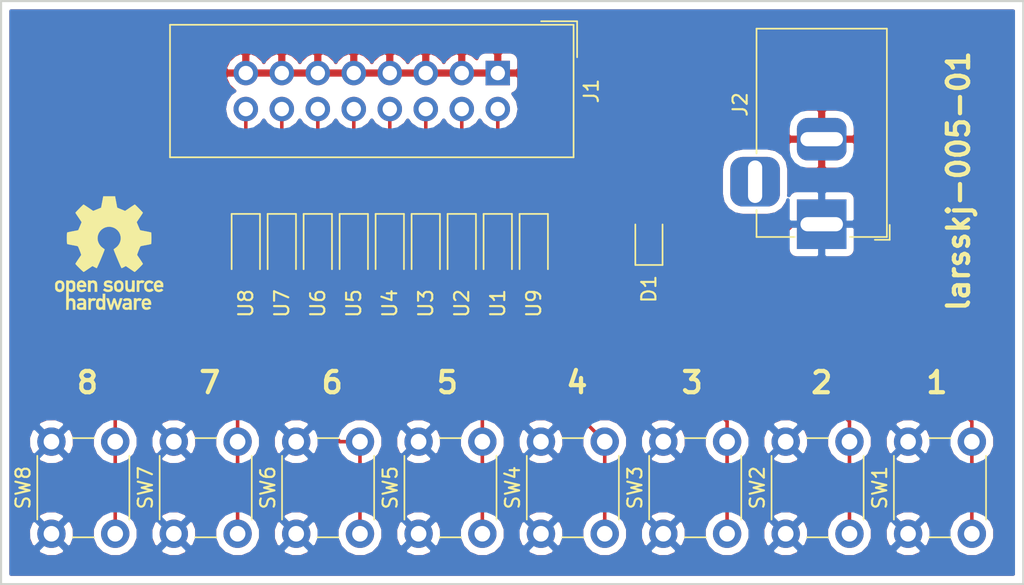
<source format=kicad_pcb>
(kicad_pcb (version 20171130) (host pcbnew 5.0.2-bee76a0~70~ubuntu18.04.1)

  (general
    (thickness 1.6)
    (drawings 13)
    (tracks 73)
    (zones 0)
    (modules 21)
    (nets 20)
  )

  (page A4)
  (layers
    (0 F.Cu signal)
    (31 B.Cu signal hide)
    (32 B.Adhes user)
    (33 F.Adhes user)
    (34 B.Paste user)
    (35 F.Paste user)
    (36 B.SilkS user)
    (37 F.SilkS user)
    (38 B.Mask user)
    (39 F.Mask user)
    (40 Dwgs.User user)
    (41 Cmts.User user)
    (42 Eco1.User user)
    (43 Eco2.User user)
    (44 Edge.Cuts user)
    (45 Margin user)
    (46 B.CrtYd user)
    (47 F.CrtYd user)
    (48 B.Fab user)
    (49 F.Fab user hide)
  )

  (setup
    (last_trace_width 0.25)
    (trace_clearance 0.2)
    (zone_clearance 0.508)
    (zone_45_only no)
    (trace_min 0.2)
    (segment_width 0.2)
    (edge_width 0.15)
    (via_size 0.8)
    (via_drill 0.4)
    (via_min_size 0.4)
    (via_min_drill 0.3)
    (uvia_size 0.3)
    (uvia_drill 0.1)
    (uvias_allowed no)
    (uvia_min_size 0.2)
    (uvia_min_drill 0.1)
    (pcb_text_width 0.3)
    (pcb_text_size 1.5 1.5)
    (mod_edge_width 0.15)
    (mod_text_size 1 1)
    (mod_text_width 0.15)
    (pad_size 1.524 1.524)
    (pad_drill 0.762)
    (pad_to_mask_clearance 0.051)
    (solder_mask_min_width 0.25)
    (aux_axis_origin 0 0)
    (visible_elements FFFFFF7F)
    (pcbplotparams
      (layerselection 0x010fc_ffffffff)
      (usegerberextensions false)
      (usegerberattributes false)
      (usegerberadvancedattributes false)
      (creategerberjobfile false)
      (excludeedgelayer true)
      (linewidth 0.100000)
      (plotframeref false)
      (viasonmask false)
      (mode 1)
      (useauxorigin false)
      (hpglpennumber 1)
      (hpglpenspeed 20)
      (hpglpendiameter 15.000000)
      (psnegative false)
      (psa4output false)
      (plotreference true)
      (plotvalue true)
      (plotinvisibletext false)
      (padsonsilk false)
      (subtractmaskfromsilk false)
      (outputformat 1)
      (mirror false)
      (drillshape 1)
      (scaleselection 1)
      (outputdirectory ""))
  )

  (net 0 "")
  (net 1 GND)
  (net 2 "Net-(D1-Pad2)")
  (net 3 "Net-(J1-Pad16)")
  (net 4 "Net-(J1-Pad14)")
  (net 5 "Net-(J1-Pad12)")
  (net 6 "Net-(J1-Pad10)")
  (net 7 "Net-(J1-Pad8)")
  (net 8 "Net-(J1-Pad6)")
  (net 9 "Net-(J1-Pad4)")
  (net 10 "Net-(J1-Pad2)")
  (net 11 "Net-(SW1-Pad2)")
  (net 12 "Net-(SW8-Pad2)")
  (net 13 "Net-(SW7-Pad2)")
  (net 14 "Net-(SW6-Pad2)")
  (net 15 "Net-(SW5-Pad2)")
  (net 16 "Net-(SW4-Pad2)")
  (net 17 "Net-(SW3-Pad2)")
  (net 18 "Net-(SW2-Pad2)")
  (net 19 +VDC)

  (net_class Default "This is the default net class."
    (clearance 0.2)
    (trace_width 0.25)
    (via_dia 0.8)
    (via_drill 0.4)
    (uvia_dia 0.3)
    (uvia_drill 0.1)
    (add_net +VDC)
    (add_net GND)
    (add_net "Net-(D1-Pad2)")
    (add_net "Net-(J1-Pad10)")
    (add_net "Net-(J1-Pad12)")
    (add_net "Net-(J1-Pad14)")
    (add_net "Net-(J1-Pad16)")
    (add_net "Net-(J1-Pad2)")
    (add_net "Net-(J1-Pad4)")
    (add_net "Net-(J1-Pad6)")
    (add_net "Net-(J1-Pad8)")
    (add_net "Net-(SW1-Pad2)")
    (add_net "Net-(SW2-Pad2)")
    (add_net "Net-(SW3-Pad2)")
    (add_net "Net-(SW4-Pad2)")
    (add_net "Net-(SW5-Pad2)")
    (add_net "Net-(SW6-Pad2)")
    (add_net "Net-(SW7-Pad2)")
    (add_net "Net-(SW8-Pad2)")
  )

  (module Button_Switch_THT:SW_PUSH_6mm_H5mm (layer F.Cu) (tedit 5A02FE31) (tstamp 5CC516F8)
    (at 114.3 79.756 90)
    (descr "tactile push button, 6x6mm e.g. PHAP33xx series, height=5mm")
    (tags "tact sw push 6mm")
    (path /5CC38B58)
    (fp_text reference SW1 (at 3.25 -2 90) (layer F.SilkS)
      (effects (font (size 1 1) (thickness 0.15)))
    )
    (fp_text value SW_Push_SPDT (at 3.75 6.7 90) (layer F.Fab)
      (effects (font (size 1 1) (thickness 0.15)))
    )
    (fp_circle (center 3.25 2.25) (end 1.25 2.5) (layer F.Fab) (width 0.1))
    (fp_line (start 6.75 3) (end 6.75 1.5) (layer F.SilkS) (width 0.12))
    (fp_line (start 5.5 -1) (end 1 -1) (layer F.SilkS) (width 0.12))
    (fp_line (start -0.25 1.5) (end -0.25 3) (layer F.SilkS) (width 0.12))
    (fp_line (start 1 5.5) (end 5.5 5.5) (layer F.SilkS) (width 0.12))
    (fp_line (start 8 -1.25) (end 8 5.75) (layer F.CrtYd) (width 0.05))
    (fp_line (start 7.75 6) (end -1.25 6) (layer F.CrtYd) (width 0.05))
    (fp_line (start -1.5 5.75) (end -1.5 -1.25) (layer F.CrtYd) (width 0.05))
    (fp_line (start -1.25 -1.5) (end 7.75 -1.5) (layer F.CrtYd) (width 0.05))
    (fp_line (start -1.5 6) (end -1.25 6) (layer F.CrtYd) (width 0.05))
    (fp_line (start -1.5 5.75) (end -1.5 6) (layer F.CrtYd) (width 0.05))
    (fp_line (start -1.5 -1.5) (end -1.25 -1.5) (layer F.CrtYd) (width 0.05))
    (fp_line (start -1.5 -1.25) (end -1.5 -1.5) (layer F.CrtYd) (width 0.05))
    (fp_line (start 8 -1.5) (end 8 -1.25) (layer F.CrtYd) (width 0.05))
    (fp_line (start 7.75 -1.5) (end 8 -1.5) (layer F.CrtYd) (width 0.05))
    (fp_line (start 8 6) (end 8 5.75) (layer F.CrtYd) (width 0.05))
    (fp_line (start 7.75 6) (end 8 6) (layer F.CrtYd) (width 0.05))
    (fp_line (start 0.25 -0.75) (end 3.25 -0.75) (layer F.Fab) (width 0.1))
    (fp_line (start 0.25 5.25) (end 0.25 -0.75) (layer F.Fab) (width 0.1))
    (fp_line (start 6.25 5.25) (end 0.25 5.25) (layer F.Fab) (width 0.1))
    (fp_line (start 6.25 -0.75) (end 6.25 5.25) (layer F.Fab) (width 0.1))
    (fp_line (start 3.25 -0.75) (end 6.25 -0.75) (layer F.Fab) (width 0.1))
    (fp_text user %R (at 3.25 2.25 90) (layer F.Fab)
      (effects (font (size 1 1) (thickness 0.15)))
    )
    (pad 1 thru_hole circle (at 6.5 0 180) (size 2 2) (drill 1.1) (layers *.Cu *.Mask)
      (net 19 +VDC))
    (pad 2 thru_hole circle (at 6.5 4.5 180) (size 2 2) (drill 1.1) (layers *.Cu *.Mask)
      (net 11 "Net-(SW1-Pad2)"))
    (pad 1 thru_hole circle (at 0 0 180) (size 2 2) (drill 1.1) (layers *.Cu *.Mask)
      (net 19 +VDC))
    (pad 2 thru_hole circle (at 0 4.5 180) (size 2 2) (drill 1.1) (layers *.Cu *.Mask)
      (net 11 "Net-(SW1-Pad2)"))
    (model ${KISYS3DMOD}/Button_Switch_THT.3dshapes/SW_PUSH_6mm_H5mm.wrl
      (at (xyz 0 0 0))
      (scale (xyz 1 1 1))
      (rotate (xyz 0 0 0))
    )
  )

  (module Button_Switch_THT:SW_PUSH_6mm_H5mm (layer F.Cu) (tedit 5A02FE31) (tstamp 5CC516D9)
    (at 105.664 79.756 90)
    (descr "tactile push button, 6x6mm e.g. PHAP33xx series, height=5mm")
    (tags "tact sw push 6mm")
    (path /5CC38B1E)
    (fp_text reference SW2 (at 3.25 -2 90) (layer F.SilkS)
      (effects (font (size 1 1) (thickness 0.15)))
    )
    (fp_text value SW_Push_SPDT (at 3.75 6.7 90) (layer F.Fab)
      (effects (font (size 1 1) (thickness 0.15)))
    )
    (fp_text user %R (at 3.25 2.25 90) (layer F.Fab)
      (effects (font (size 1 1) (thickness 0.15)))
    )
    (fp_line (start 3.25 -0.75) (end 6.25 -0.75) (layer F.Fab) (width 0.1))
    (fp_line (start 6.25 -0.75) (end 6.25 5.25) (layer F.Fab) (width 0.1))
    (fp_line (start 6.25 5.25) (end 0.25 5.25) (layer F.Fab) (width 0.1))
    (fp_line (start 0.25 5.25) (end 0.25 -0.75) (layer F.Fab) (width 0.1))
    (fp_line (start 0.25 -0.75) (end 3.25 -0.75) (layer F.Fab) (width 0.1))
    (fp_line (start 7.75 6) (end 8 6) (layer F.CrtYd) (width 0.05))
    (fp_line (start 8 6) (end 8 5.75) (layer F.CrtYd) (width 0.05))
    (fp_line (start 7.75 -1.5) (end 8 -1.5) (layer F.CrtYd) (width 0.05))
    (fp_line (start 8 -1.5) (end 8 -1.25) (layer F.CrtYd) (width 0.05))
    (fp_line (start -1.5 -1.25) (end -1.5 -1.5) (layer F.CrtYd) (width 0.05))
    (fp_line (start -1.5 -1.5) (end -1.25 -1.5) (layer F.CrtYd) (width 0.05))
    (fp_line (start -1.5 5.75) (end -1.5 6) (layer F.CrtYd) (width 0.05))
    (fp_line (start -1.5 6) (end -1.25 6) (layer F.CrtYd) (width 0.05))
    (fp_line (start -1.25 -1.5) (end 7.75 -1.5) (layer F.CrtYd) (width 0.05))
    (fp_line (start -1.5 5.75) (end -1.5 -1.25) (layer F.CrtYd) (width 0.05))
    (fp_line (start 7.75 6) (end -1.25 6) (layer F.CrtYd) (width 0.05))
    (fp_line (start 8 -1.25) (end 8 5.75) (layer F.CrtYd) (width 0.05))
    (fp_line (start 1 5.5) (end 5.5 5.5) (layer F.SilkS) (width 0.12))
    (fp_line (start -0.25 1.5) (end -0.25 3) (layer F.SilkS) (width 0.12))
    (fp_line (start 5.5 -1) (end 1 -1) (layer F.SilkS) (width 0.12))
    (fp_line (start 6.75 3) (end 6.75 1.5) (layer F.SilkS) (width 0.12))
    (fp_circle (center 3.25 2.25) (end 1.25 2.5) (layer F.Fab) (width 0.1))
    (pad 2 thru_hole circle (at 0 4.5 180) (size 2 2) (drill 1.1) (layers *.Cu *.Mask)
      (net 18 "Net-(SW2-Pad2)"))
    (pad 1 thru_hole circle (at 0 0 180) (size 2 2) (drill 1.1) (layers *.Cu *.Mask)
      (net 19 +VDC))
    (pad 2 thru_hole circle (at 6.5 4.5 180) (size 2 2) (drill 1.1) (layers *.Cu *.Mask)
      (net 18 "Net-(SW2-Pad2)"))
    (pad 1 thru_hole circle (at 6.5 0 180) (size 2 2) (drill 1.1) (layers *.Cu *.Mask)
      (net 19 +VDC))
    (model ${KISYS3DMOD}/Button_Switch_THT.3dshapes/SW_PUSH_6mm_H5mm.wrl
      (at (xyz 0 0 0))
      (scale (xyz 1 1 1))
      (rotate (xyz 0 0 0))
    )
  )

  (module Button_Switch_THT:SW_PUSH_6mm_H5mm (layer F.Cu) (tedit 5A02FE31) (tstamp 5CC516BA)
    (at 97.028 79.756 90)
    (descr "tactile push button, 6x6mm e.g. PHAP33xx series, height=5mm")
    (tags "tact sw push 6mm")
    (path /5CC38AE4)
    (fp_text reference SW3 (at 3.25 -2 90) (layer F.SilkS)
      (effects (font (size 1 1) (thickness 0.15)))
    )
    (fp_text value SW_Push_SPDT (at 3.75 6.7 90) (layer F.Fab)
      (effects (font (size 1 1) (thickness 0.15)))
    )
    (fp_circle (center 3.25 2.25) (end 1.25 2.5) (layer F.Fab) (width 0.1))
    (fp_line (start 6.75 3) (end 6.75 1.5) (layer F.SilkS) (width 0.12))
    (fp_line (start 5.5 -1) (end 1 -1) (layer F.SilkS) (width 0.12))
    (fp_line (start -0.25 1.5) (end -0.25 3) (layer F.SilkS) (width 0.12))
    (fp_line (start 1 5.5) (end 5.5 5.5) (layer F.SilkS) (width 0.12))
    (fp_line (start 8 -1.25) (end 8 5.75) (layer F.CrtYd) (width 0.05))
    (fp_line (start 7.75 6) (end -1.25 6) (layer F.CrtYd) (width 0.05))
    (fp_line (start -1.5 5.75) (end -1.5 -1.25) (layer F.CrtYd) (width 0.05))
    (fp_line (start -1.25 -1.5) (end 7.75 -1.5) (layer F.CrtYd) (width 0.05))
    (fp_line (start -1.5 6) (end -1.25 6) (layer F.CrtYd) (width 0.05))
    (fp_line (start -1.5 5.75) (end -1.5 6) (layer F.CrtYd) (width 0.05))
    (fp_line (start -1.5 -1.5) (end -1.25 -1.5) (layer F.CrtYd) (width 0.05))
    (fp_line (start -1.5 -1.25) (end -1.5 -1.5) (layer F.CrtYd) (width 0.05))
    (fp_line (start 8 -1.5) (end 8 -1.25) (layer F.CrtYd) (width 0.05))
    (fp_line (start 7.75 -1.5) (end 8 -1.5) (layer F.CrtYd) (width 0.05))
    (fp_line (start 8 6) (end 8 5.75) (layer F.CrtYd) (width 0.05))
    (fp_line (start 7.75 6) (end 8 6) (layer F.CrtYd) (width 0.05))
    (fp_line (start 0.25 -0.75) (end 3.25 -0.75) (layer F.Fab) (width 0.1))
    (fp_line (start 0.25 5.25) (end 0.25 -0.75) (layer F.Fab) (width 0.1))
    (fp_line (start 6.25 5.25) (end 0.25 5.25) (layer F.Fab) (width 0.1))
    (fp_line (start 6.25 -0.75) (end 6.25 5.25) (layer F.Fab) (width 0.1))
    (fp_line (start 3.25 -0.75) (end 6.25 -0.75) (layer F.Fab) (width 0.1))
    (fp_text user %R (at 3.25 2.25 90) (layer F.Fab)
      (effects (font (size 1 1) (thickness 0.15)))
    )
    (pad 1 thru_hole circle (at 6.5 0 180) (size 2 2) (drill 1.1) (layers *.Cu *.Mask)
      (net 19 +VDC))
    (pad 2 thru_hole circle (at 6.5 4.5 180) (size 2 2) (drill 1.1) (layers *.Cu *.Mask)
      (net 17 "Net-(SW3-Pad2)"))
    (pad 1 thru_hole circle (at 0 0 180) (size 2 2) (drill 1.1) (layers *.Cu *.Mask)
      (net 19 +VDC))
    (pad 2 thru_hole circle (at 0 4.5 180) (size 2 2) (drill 1.1) (layers *.Cu *.Mask)
      (net 17 "Net-(SW3-Pad2)"))
    (model ${KISYS3DMOD}/Button_Switch_THT.3dshapes/SW_PUSH_6mm_H5mm.wrl
      (at (xyz 0 0 0))
      (scale (xyz 1 1 1))
      (rotate (xyz 0 0 0))
    )
  )

  (module Button_Switch_THT:SW_PUSH_6mm_H5mm (layer F.Cu) (tedit 5A02FE31) (tstamp 5CC5169B)
    (at 88.392 79.756 90)
    (descr "tactile push button, 6x6mm e.g. PHAP33xx series, height=5mm")
    (tags "tact sw push 6mm")
    (path /5CC38AAC)
    (fp_text reference SW4 (at 3.25 -2 90) (layer F.SilkS)
      (effects (font (size 1 1) (thickness 0.15)))
    )
    (fp_text value SW_Push_SPDT (at 3.75 6.7 90) (layer F.Fab)
      (effects (font (size 1 1) (thickness 0.15)))
    )
    (fp_text user %R (at 3.25 2.25 90) (layer F.Fab)
      (effects (font (size 1 1) (thickness 0.15)))
    )
    (fp_line (start 3.25 -0.75) (end 6.25 -0.75) (layer F.Fab) (width 0.1))
    (fp_line (start 6.25 -0.75) (end 6.25 5.25) (layer F.Fab) (width 0.1))
    (fp_line (start 6.25 5.25) (end 0.25 5.25) (layer F.Fab) (width 0.1))
    (fp_line (start 0.25 5.25) (end 0.25 -0.75) (layer F.Fab) (width 0.1))
    (fp_line (start 0.25 -0.75) (end 3.25 -0.75) (layer F.Fab) (width 0.1))
    (fp_line (start 7.75 6) (end 8 6) (layer F.CrtYd) (width 0.05))
    (fp_line (start 8 6) (end 8 5.75) (layer F.CrtYd) (width 0.05))
    (fp_line (start 7.75 -1.5) (end 8 -1.5) (layer F.CrtYd) (width 0.05))
    (fp_line (start 8 -1.5) (end 8 -1.25) (layer F.CrtYd) (width 0.05))
    (fp_line (start -1.5 -1.25) (end -1.5 -1.5) (layer F.CrtYd) (width 0.05))
    (fp_line (start -1.5 -1.5) (end -1.25 -1.5) (layer F.CrtYd) (width 0.05))
    (fp_line (start -1.5 5.75) (end -1.5 6) (layer F.CrtYd) (width 0.05))
    (fp_line (start -1.5 6) (end -1.25 6) (layer F.CrtYd) (width 0.05))
    (fp_line (start -1.25 -1.5) (end 7.75 -1.5) (layer F.CrtYd) (width 0.05))
    (fp_line (start -1.5 5.75) (end -1.5 -1.25) (layer F.CrtYd) (width 0.05))
    (fp_line (start 7.75 6) (end -1.25 6) (layer F.CrtYd) (width 0.05))
    (fp_line (start 8 -1.25) (end 8 5.75) (layer F.CrtYd) (width 0.05))
    (fp_line (start 1 5.5) (end 5.5 5.5) (layer F.SilkS) (width 0.12))
    (fp_line (start -0.25 1.5) (end -0.25 3) (layer F.SilkS) (width 0.12))
    (fp_line (start 5.5 -1) (end 1 -1) (layer F.SilkS) (width 0.12))
    (fp_line (start 6.75 3) (end 6.75 1.5) (layer F.SilkS) (width 0.12))
    (fp_circle (center 3.25 2.25) (end 1.25 2.5) (layer F.Fab) (width 0.1))
    (pad 2 thru_hole circle (at 0 4.5 180) (size 2 2) (drill 1.1) (layers *.Cu *.Mask)
      (net 16 "Net-(SW4-Pad2)"))
    (pad 1 thru_hole circle (at 0 0 180) (size 2 2) (drill 1.1) (layers *.Cu *.Mask)
      (net 19 +VDC))
    (pad 2 thru_hole circle (at 6.5 4.5 180) (size 2 2) (drill 1.1) (layers *.Cu *.Mask)
      (net 16 "Net-(SW4-Pad2)"))
    (pad 1 thru_hole circle (at 6.5 0 180) (size 2 2) (drill 1.1) (layers *.Cu *.Mask)
      (net 19 +VDC))
    (model ${KISYS3DMOD}/Button_Switch_THT.3dshapes/SW_PUSH_6mm_H5mm.wrl
      (at (xyz 0 0 0))
      (scale (xyz 1 1 1))
      (rotate (xyz 0 0 0))
    )
  )

  (module Button_Switch_THT:SW_PUSH_6mm_H5mm (layer F.Cu) (tedit 5A02FE31) (tstamp 5CC5167C)
    (at 79.756 79.756 90)
    (descr "tactile push button, 6x6mm e.g. PHAP33xx series, height=5mm")
    (tags "tact sw push 6mm")
    (path /5CC38A7A)
    (fp_text reference SW5 (at 3.25 -2 90) (layer F.SilkS)
      (effects (font (size 1 1) (thickness 0.15)))
    )
    (fp_text value SW_Push_SPDT (at 3.75 6.7 90) (layer F.Fab)
      (effects (font (size 1 1) (thickness 0.15)))
    )
    (fp_circle (center 3.25 2.25) (end 1.25 2.5) (layer F.Fab) (width 0.1))
    (fp_line (start 6.75 3) (end 6.75 1.5) (layer F.SilkS) (width 0.12))
    (fp_line (start 5.5 -1) (end 1 -1) (layer F.SilkS) (width 0.12))
    (fp_line (start -0.25 1.5) (end -0.25 3) (layer F.SilkS) (width 0.12))
    (fp_line (start 1 5.5) (end 5.5 5.5) (layer F.SilkS) (width 0.12))
    (fp_line (start 8 -1.25) (end 8 5.75) (layer F.CrtYd) (width 0.05))
    (fp_line (start 7.75 6) (end -1.25 6) (layer F.CrtYd) (width 0.05))
    (fp_line (start -1.5 5.75) (end -1.5 -1.25) (layer F.CrtYd) (width 0.05))
    (fp_line (start -1.25 -1.5) (end 7.75 -1.5) (layer F.CrtYd) (width 0.05))
    (fp_line (start -1.5 6) (end -1.25 6) (layer F.CrtYd) (width 0.05))
    (fp_line (start -1.5 5.75) (end -1.5 6) (layer F.CrtYd) (width 0.05))
    (fp_line (start -1.5 -1.5) (end -1.25 -1.5) (layer F.CrtYd) (width 0.05))
    (fp_line (start -1.5 -1.25) (end -1.5 -1.5) (layer F.CrtYd) (width 0.05))
    (fp_line (start 8 -1.5) (end 8 -1.25) (layer F.CrtYd) (width 0.05))
    (fp_line (start 7.75 -1.5) (end 8 -1.5) (layer F.CrtYd) (width 0.05))
    (fp_line (start 8 6) (end 8 5.75) (layer F.CrtYd) (width 0.05))
    (fp_line (start 7.75 6) (end 8 6) (layer F.CrtYd) (width 0.05))
    (fp_line (start 0.25 -0.75) (end 3.25 -0.75) (layer F.Fab) (width 0.1))
    (fp_line (start 0.25 5.25) (end 0.25 -0.75) (layer F.Fab) (width 0.1))
    (fp_line (start 6.25 5.25) (end 0.25 5.25) (layer F.Fab) (width 0.1))
    (fp_line (start 6.25 -0.75) (end 6.25 5.25) (layer F.Fab) (width 0.1))
    (fp_line (start 3.25 -0.75) (end 6.25 -0.75) (layer F.Fab) (width 0.1))
    (fp_text user %R (at 3.25 2.25 90) (layer F.Fab)
      (effects (font (size 1 1) (thickness 0.15)))
    )
    (pad 1 thru_hole circle (at 6.5 0 180) (size 2 2) (drill 1.1) (layers *.Cu *.Mask)
      (net 19 +VDC))
    (pad 2 thru_hole circle (at 6.5 4.5 180) (size 2 2) (drill 1.1) (layers *.Cu *.Mask)
      (net 15 "Net-(SW5-Pad2)"))
    (pad 1 thru_hole circle (at 0 0 180) (size 2 2) (drill 1.1) (layers *.Cu *.Mask)
      (net 19 +VDC))
    (pad 2 thru_hole circle (at 0 4.5 180) (size 2 2) (drill 1.1) (layers *.Cu *.Mask)
      (net 15 "Net-(SW5-Pad2)"))
    (model ${KISYS3DMOD}/Button_Switch_THT.3dshapes/SW_PUSH_6mm_H5mm.wrl
      (at (xyz 0 0 0))
      (scale (xyz 1 1 1))
      (rotate (xyz 0 0 0))
    )
  )

  (module Button_Switch_THT:SW_PUSH_6mm_H5mm (layer F.Cu) (tedit 5A02FE31) (tstamp 5CC5165D)
    (at 71.12 79.756 90)
    (descr "tactile push button, 6x6mm e.g. PHAP33xx series, height=5mm")
    (tags "tact sw push 6mm")
    (path /5CC38A4A)
    (fp_text reference SW6 (at 3.25 -2 90) (layer F.SilkS)
      (effects (font (size 1 1) (thickness 0.15)))
    )
    (fp_text value SW_Push_SPDT (at 3.75 6.7 90) (layer F.Fab)
      (effects (font (size 1 1) (thickness 0.15)))
    )
    (fp_text user %R (at 3.25 2.25 90) (layer F.Fab)
      (effects (font (size 1 1) (thickness 0.15)))
    )
    (fp_line (start 3.25 -0.75) (end 6.25 -0.75) (layer F.Fab) (width 0.1))
    (fp_line (start 6.25 -0.75) (end 6.25 5.25) (layer F.Fab) (width 0.1))
    (fp_line (start 6.25 5.25) (end 0.25 5.25) (layer F.Fab) (width 0.1))
    (fp_line (start 0.25 5.25) (end 0.25 -0.75) (layer F.Fab) (width 0.1))
    (fp_line (start 0.25 -0.75) (end 3.25 -0.75) (layer F.Fab) (width 0.1))
    (fp_line (start 7.75 6) (end 8 6) (layer F.CrtYd) (width 0.05))
    (fp_line (start 8 6) (end 8 5.75) (layer F.CrtYd) (width 0.05))
    (fp_line (start 7.75 -1.5) (end 8 -1.5) (layer F.CrtYd) (width 0.05))
    (fp_line (start 8 -1.5) (end 8 -1.25) (layer F.CrtYd) (width 0.05))
    (fp_line (start -1.5 -1.25) (end -1.5 -1.5) (layer F.CrtYd) (width 0.05))
    (fp_line (start -1.5 -1.5) (end -1.25 -1.5) (layer F.CrtYd) (width 0.05))
    (fp_line (start -1.5 5.75) (end -1.5 6) (layer F.CrtYd) (width 0.05))
    (fp_line (start -1.5 6) (end -1.25 6) (layer F.CrtYd) (width 0.05))
    (fp_line (start -1.25 -1.5) (end 7.75 -1.5) (layer F.CrtYd) (width 0.05))
    (fp_line (start -1.5 5.75) (end -1.5 -1.25) (layer F.CrtYd) (width 0.05))
    (fp_line (start 7.75 6) (end -1.25 6) (layer F.CrtYd) (width 0.05))
    (fp_line (start 8 -1.25) (end 8 5.75) (layer F.CrtYd) (width 0.05))
    (fp_line (start 1 5.5) (end 5.5 5.5) (layer F.SilkS) (width 0.12))
    (fp_line (start -0.25 1.5) (end -0.25 3) (layer F.SilkS) (width 0.12))
    (fp_line (start 5.5 -1) (end 1 -1) (layer F.SilkS) (width 0.12))
    (fp_line (start 6.75 3) (end 6.75 1.5) (layer F.SilkS) (width 0.12))
    (fp_circle (center 3.25 2.25) (end 1.25 2.5) (layer F.Fab) (width 0.1))
    (pad 2 thru_hole circle (at 0 4.5 180) (size 2 2) (drill 1.1) (layers *.Cu *.Mask)
      (net 14 "Net-(SW6-Pad2)"))
    (pad 1 thru_hole circle (at 0 0 180) (size 2 2) (drill 1.1) (layers *.Cu *.Mask)
      (net 19 +VDC))
    (pad 2 thru_hole circle (at 6.5 4.5 180) (size 2 2) (drill 1.1) (layers *.Cu *.Mask)
      (net 14 "Net-(SW6-Pad2)"))
    (pad 1 thru_hole circle (at 6.5 0 180) (size 2 2) (drill 1.1) (layers *.Cu *.Mask)
      (net 19 +VDC))
    (model ${KISYS3DMOD}/Button_Switch_THT.3dshapes/SW_PUSH_6mm_H5mm.wrl
      (at (xyz 0 0 0))
      (scale (xyz 1 1 1))
      (rotate (xyz 0 0 0))
    )
  )

  (module Button_Switch_THT:SW_PUSH_6mm_H5mm (layer F.Cu) (tedit 5A02FE31) (tstamp 5CC5163E)
    (at 62.484 79.756 90)
    (descr "tactile push button, 6x6mm e.g. PHAP33xx series, height=5mm")
    (tags "tact sw push 6mm")
    (path /5CC38A18)
    (fp_text reference SW7 (at 3.25 -2 90) (layer F.SilkS)
      (effects (font (size 1 1) (thickness 0.15)))
    )
    (fp_text value SW_Push_SPDT (at 3.75 6.7 90) (layer F.Fab)
      (effects (font (size 1 1) (thickness 0.15)))
    )
    (fp_circle (center 3.25 2.25) (end 1.25 2.5) (layer F.Fab) (width 0.1))
    (fp_line (start 6.75 3) (end 6.75 1.5) (layer F.SilkS) (width 0.12))
    (fp_line (start 5.5 -1) (end 1 -1) (layer F.SilkS) (width 0.12))
    (fp_line (start -0.25 1.5) (end -0.25 3) (layer F.SilkS) (width 0.12))
    (fp_line (start 1 5.5) (end 5.5 5.5) (layer F.SilkS) (width 0.12))
    (fp_line (start 8 -1.25) (end 8 5.75) (layer F.CrtYd) (width 0.05))
    (fp_line (start 7.75 6) (end -1.25 6) (layer F.CrtYd) (width 0.05))
    (fp_line (start -1.5 5.75) (end -1.5 -1.25) (layer F.CrtYd) (width 0.05))
    (fp_line (start -1.25 -1.5) (end 7.75 -1.5) (layer F.CrtYd) (width 0.05))
    (fp_line (start -1.5 6) (end -1.25 6) (layer F.CrtYd) (width 0.05))
    (fp_line (start -1.5 5.75) (end -1.5 6) (layer F.CrtYd) (width 0.05))
    (fp_line (start -1.5 -1.5) (end -1.25 -1.5) (layer F.CrtYd) (width 0.05))
    (fp_line (start -1.5 -1.25) (end -1.5 -1.5) (layer F.CrtYd) (width 0.05))
    (fp_line (start 8 -1.5) (end 8 -1.25) (layer F.CrtYd) (width 0.05))
    (fp_line (start 7.75 -1.5) (end 8 -1.5) (layer F.CrtYd) (width 0.05))
    (fp_line (start 8 6) (end 8 5.75) (layer F.CrtYd) (width 0.05))
    (fp_line (start 7.75 6) (end 8 6) (layer F.CrtYd) (width 0.05))
    (fp_line (start 0.25 -0.75) (end 3.25 -0.75) (layer F.Fab) (width 0.1))
    (fp_line (start 0.25 5.25) (end 0.25 -0.75) (layer F.Fab) (width 0.1))
    (fp_line (start 6.25 5.25) (end 0.25 5.25) (layer F.Fab) (width 0.1))
    (fp_line (start 6.25 -0.75) (end 6.25 5.25) (layer F.Fab) (width 0.1))
    (fp_line (start 3.25 -0.75) (end 6.25 -0.75) (layer F.Fab) (width 0.1))
    (fp_text user %R (at 3.25 2.25 90) (layer F.Fab)
      (effects (font (size 1 1) (thickness 0.15)))
    )
    (pad 1 thru_hole circle (at 6.5 0 180) (size 2 2) (drill 1.1) (layers *.Cu *.Mask)
      (net 19 +VDC))
    (pad 2 thru_hole circle (at 6.5 4.5 180) (size 2 2) (drill 1.1) (layers *.Cu *.Mask)
      (net 13 "Net-(SW7-Pad2)"))
    (pad 1 thru_hole circle (at 0 0 180) (size 2 2) (drill 1.1) (layers *.Cu *.Mask)
      (net 19 +VDC))
    (pad 2 thru_hole circle (at 0 4.5 180) (size 2 2) (drill 1.1) (layers *.Cu *.Mask)
      (net 13 "Net-(SW7-Pad2)"))
    (model ${KISYS3DMOD}/Button_Switch_THT.3dshapes/SW_PUSH_6mm_H5mm.wrl
      (at (xyz 0 0 0))
      (scale (xyz 1 1 1))
      (rotate (xyz 0 0 0))
    )
  )

  (module Button_Switch_THT:SW_PUSH_6mm_H5mm (layer F.Cu) (tedit 5A02FE31) (tstamp 5CC5161F)
    (at 53.848 79.756 90)
    (descr "tactile push button, 6x6mm e.g. PHAP33xx series, height=5mm")
    (tags "tact sw push 6mm")
    (path /5CC37443)
    (fp_text reference SW8 (at 3.25 -2 90) (layer F.SilkS)
      (effects (font (size 1 1) (thickness 0.15)))
    )
    (fp_text value SW_Push_SPDT (at 3.75 6.7 90) (layer F.Fab)
      (effects (font (size 1 1) (thickness 0.15)))
    )
    (fp_text user %R (at 3.25 2.25 90) (layer F.Fab)
      (effects (font (size 1 1) (thickness 0.15)))
    )
    (fp_line (start 3.25 -0.75) (end 6.25 -0.75) (layer F.Fab) (width 0.1))
    (fp_line (start 6.25 -0.75) (end 6.25 5.25) (layer F.Fab) (width 0.1))
    (fp_line (start 6.25 5.25) (end 0.25 5.25) (layer F.Fab) (width 0.1))
    (fp_line (start 0.25 5.25) (end 0.25 -0.75) (layer F.Fab) (width 0.1))
    (fp_line (start 0.25 -0.75) (end 3.25 -0.75) (layer F.Fab) (width 0.1))
    (fp_line (start 7.75 6) (end 8 6) (layer F.CrtYd) (width 0.05))
    (fp_line (start 8 6) (end 8 5.75) (layer F.CrtYd) (width 0.05))
    (fp_line (start 7.75 -1.5) (end 8 -1.5) (layer F.CrtYd) (width 0.05))
    (fp_line (start 8 -1.5) (end 8 -1.25) (layer F.CrtYd) (width 0.05))
    (fp_line (start -1.5 -1.25) (end -1.5 -1.5) (layer F.CrtYd) (width 0.05))
    (fp_line (start -1.5 -1.5) (end -1.25 -1.5) (layer F.CrtYd) (width 0.05))
    (fp_line (start -1.5 5.75) (end -1.5 6) (layer F.CrtYd) (width 0.05))
    (fp_line (start -1.5 6) (end -1.25 6) (layer F.CrtYd) (width 0.05))
    (fp_line (start -1.25 -1.5) (end 7.75 -1.5) (layer F.CrtYd) (width 0.05))
    (fp_line (start -1.5 5.75) (end -1.5 -1.25) (layer F.CrtYd) (width 0.05))
    (fp_line (start 7.75 6) (end -1.25 6) (layer F.CrtYd) (width 0.05))
    (fp_line (start 8 -1.25) (end 8 5.75) (layer F.CrtYd) (width 0.05))
    (fp_line (start 1 5.5) (end 5.5 5.5) (layer F.SilkS) (width 0.12))
    (fp_line (start -0.25 1.5) (end -0.25 3) (layer F.SilkS) (width 0.12))
    (fp_line (start 5.5 -1) (end 1 -1) (layer F.SilkS) (width 0.12))
    (fp_line (start 6.75 3) (end 6.75 1.5) (layer F.SilkS) (width 0.12))
    (fp_circle (center 3.25 2.25) (end 1.25 2.5) (layer F.Fab) (width 0.1))
    (pad 2 thru_hole circle (at 0 4.5 180) (size 2 2) (drill 1.1) (layers *.Cu *.Mask)
      (net 12 "Net-(SW8-Pad2)"))
    (pad 1 thru_hole circle (at 0 0 180) (size 2 2) (drill 1.1) (layers *.Cu *.Mask)
      (net 19 +VDC))
    (pad 2 thru_hole circle (at 6.5 4.5 180) (size 2 2) (drill 1.1) (layers *.Cu *.Mask)
      (net 12 "Net-(SW8-Pad2)"))
    (pad 1 thru_hole circle (at 6.5 0 180) (size 2 2) (drill 1.1) (layers *.Cu *.Mask)
      (net 19 +VDC))
    (model ${KISYS3DMOD}/Button_Switch_THT.3dshapes/SW_PUSH_6mm_H5mm.wrl
      (at (xyz 0 0 0))
      (scale (xyz 1 1 1))
      (rotate (xyz 0 0 0))
    )
  )

  (module Connector_BarrelJack:BarrelJack_Horizontal (layer F.Cu) (tedit 5A1DBF6A) (tstamp 5CC51600)
    (at 108.204 57.912 270)
    (descr "DC Barrel Jack")
    (tags "Power Jack")
    (path /5CC3E260)
    (fp_text reference J2 (at -8.45 5.75 270) (layer F.SilkS)
      (effects (font (size 1 1) (thickness 0.15)))
    )
    (fp_text value Barrel_Jack (at -6.2 -5.5 270) (layer F.Fab)
      (effects (font (size 1 1) (thickness 0.15)))
    )
    (fp_text user %R (at -3 -2.95 270) (layer F.Fab)
      (effects (font (size 1 1) (thickness 0.15)))
    )
    (fp_line (start -0.003213 -4.505425) (end 0.8 -3.75) (layer F.Fab) (width 0.1))
    (fp_line (start 1.1 -3.75) (end 1.1 -4.8) (layer F.SilkS) (width 0.12))
    (fp_line (start 0.05 -4.8) (end 1.1 -4.8) (layer F.SilkS) (width 0.12))
    (fp_line (start 1 -4.5) (end 1 -4.75) (layer F.CrtYd) (width 0.05))
    (fp_line (start 1 -4.75) (end -14 -4.75) (layer F.CrtYd) (width 0.05))
    (fp_line (start 1 -4.5) (end 1 -2) (layer F.CrtYd) (width 0.05))
    (fp_line (start 1 -2) (end 2 -2) (layer F.CrtYd) (width 0.05))
    (fp_line (start 2 -2) (end 2 2) (layer F.CrtYd) (width 0.05))
    (fp_line (start 2 2) (end 1 2) (layer F.CrtYd) (width 0.05))
    (fp_line (start 1 2) (end 1 4.75) (layer F.CrtYd) (width 0.05))
    (fp_line (start 1 4.75) (end -1 4.75) (layer F.CrtYd) (width 0.05))
    (fp_line (start -1 4.75) (end -1 6.75) (layer F.CrtYd) (width 0.05))
    (fp_line (start -1 6.75) (end -5 6.75) (layer F.CrtYd) (width 0.05))
    (fp_line (start -5 6.75) (end -5 4.75) (layer F.CrtYd) (width 0.05))
    (fp_line (start -5 4.75) (end -14 4.75) (layer F.CrtYd) (width 0.05))
    (fp_line (start -14 4.75) (end -14 -4.75) (layer F.CrtYd) (width 0.05))
    (fp_line (start -5 4.6) (end -13.8 4.6) (layer F.SilkS) (width 0.12))
    (fp_line (start -13.8 4.6) (end -13.8 -4.6) (layer F.SilkS) (width 0.12))
    (fp_line (start 0.9 1.9) (end 0.9 4.6) (layer F.SilkS) (width 0.12))
    (fp_line (start 0.9 4.6) (end -1 4.6) (layer F.SilkS) (width 0.12))
    (fp_line (start -13.8 -4.6) (end 0.9 -4.6) (layer F.SilkS) (width 0.12))
    (fp_line (start 0.9 -4.6) (end 0.9 -2) (layer F.SilkS) (width 0.12))
    (fp_line (start -10.2 -4.5) (end -10.2 4.5) (layer F.Fab) (width 0.1))
    (fp_line (start -13.7 -4.5) (end -13.7 4.5) (layer F.Fab) (width 0.1))
    (fp_line (start -13.7 4.5) (end 0.8 4.5) (layer F.Fab) (width 0.1))
    (fp_line (start 0.8 4.5) (end 0.8 -3.75) (layer F.Fab) (width 0.1))
    (fp_line (start 0 -4.5) (end -13.7 -4.5) (layer F.Fab) (width 0.1))
    (pad 1 thru_hole rect (at 0 0 270) (size 3.5 3.5) (drill oval 1 3) (layers *.Cu *.Mask)
      (net 19 +VDC))
    (pad 2 thru_hole roundrect (at -6 0 270) (size 3 3.5) (drill oval 1 3) (layers *.Cu *.Mask) (roundrect_rratio 0.25)
      (net 1 GND))
    (pad 3 thru_hole roundrect (at -3 4.7 270) (size 3.5 3.5) (drill oval 3 1) (layers *.Cu *.Mask) (roundrect_rratio 0.25))
    (model ${KISYS3DMOD}/Connector_BarrelJack.3dshapes/BarrelJack_Horizontal.wrl
      (at (xyz 0 0 0))
      (scale (xyz 1 1 1))
      (rotate (xyz 0 0 0))
    )
  )

  (module Connector_IDC:IDC-Header_2x08_P2.54mm_Vertical (layer F.Cu) (tedit 59DE0341) (tstamp 5CC515DD)
    (at 85.344 47.244 270)
    (descr "Through hole straight IDC box header, 2x08, 2.54mm pitch, double rows")
    (tags "Through hole IDC box header THT 2x08 2.54mm double row")
    (path /5CC32BA9)
    (fp_text reference J1 (at 1.27 -6.604 270) (layer F.SilkS)
      (effects (font (size 1 1) (thickness 0.15)))
    )
    (fp_text value "IDC 16 pin" (at 1.27 24.384 270) (layer F.Fab)
      (effects (font (size 1 1) (thickness 0.15)))
    )
    (fp_text user %R (at 1.27 8.89 270) (layer F.Fab)
      (effects (font (size 1 1) (thickness 0.15)))
    )
    (fp_line (start 5.695 -5.1) (end 5.695 22.88) (layer F.Fab) (width 0.1))
    (fp_line (start 5.145 -4.56) (end 5.145 22.32) (layer F.Fab) (width 0.1))
    (fp_line (start -3.155 -5.1) (end -3.155 22.88) (layer F.Fab) (width 0.1))
    (fp_line (start -2.605 -4.56) (end -2.605 6.64) (layer F.Fab) (width 0.1))
    (fp_line (start -2.605 11.14) (end -2.605 22.32) (layer F.Fab) (width 0.1))
    (fp_line (start -2.605 6.64) (end -3.155 6.64) (layer F.Fab) (width 0.1))
    (fp_line (start -2.605 11.14) (end -3.155 11.14) (layer F.Fab) (width 0.1))
    (fp_line (start 5.695 -5.1) (end -3.155 -5.1) (layer F.Fab) (width 0.1))
    (fp_line (start 5.145 -4.56) (end -2.605 -4.56) (layer F.Fab) (width 0.1))
    (fp_line (start 5.695 22.88) (end -3.155 22.88) (layer F.Fab) (width 0.1))
    (fp_line (start 5.145 22.32) (end -2.605 22.32) (layer F.Fab) (width 0.1))
    (fp_line (start 5.695 -5.1) (end 5.145 -4.56) (layer F.Fab) (width 0.1))
    (fp_line (start 5.695 22.88) (end 5.145 22.32) (layer F.Fab) (width 0.1))
    (fp_line (start -3.155 -5.1) (end -2.605 -4.56) (layer F.Fab) (width 0.1))
    (fp_line (start -3.155 22.88) (end -2.605 22.32) (layer F.Fab) (width 0.1))
    (fp_line (start 5.95 -5.35) (end 5.95 23.13) (layer F.CrtYd) (width 0.05))
    (fp_line (start 5.95 23.13) (end -3.41 23.13) (layer F.CrtYd) (width 0.05))
    (fp_line (start -3.41 23.13) (end -3.41 -5.35) (layer F.CrtYd) (width 0.05))
    (fp_line (start -3.41 -5.35) (end 5.95 -5.35) (layer F.CrtYd) (width 0.05))
    (fp_line (start 5.945 -5.35) (end 5.945 23.13) (layer F.SilkS) (width 0.12))
    (fp_line (start 5.945 23.13) (end -3.405 23.13) (layer F.SilkS) (width 0.12))
    (fp_line (start -3.405 23.13) (end -3.405 -5.35) (layer F.SilkS) (width 0.12))
    (fp_line (start -3.405 -5.35) (end 5.945 -5.35) (layer F.SilkS) (width 0.12))
    (fp_line (start -3.655 -5.6) (end -3.655 -3.06) (layer F.SilkS) (width 0.12))
    (fp_line (start -3.655 -5.6) (end -1.115 -5.6) (layer F.SilkS) (width 0.12))
    (pad 1 thru_hole rect (at 0 0 270) (size 1.7272 1.7272) (drill 1.016) (layers *.Cu *.Mask)
      (net 1 GND))
    (pad 2 thru_hole oval (at 2.54 0 270) (size 1.7272 1.7272) (drill 1.016) (layers *.Cu *.Mask)
      (net 10 "Net-(J1-Pad2)"))
    (pad 3 thru_hole oval (at 0 2.54 270) (size 1.7272 1.7272) (drill 1.016) (layers *.Cu *.Mask)
      (net 1 GND))
    (pad 4 thru_hole oval (at 2.54 2.54 270) (size 1.7272 1.7272) (drill 1.016) (layers *.Cu *.Mask)
      (net 9 "Net-(J1-Pad4)"))
    (pad 5 thru_hole oval (at 0 5.08 270) (size 1.7272 1.7272) (drill 1.016) (layers *.Cu *.Mask)
      (net 1 GND))
    (pad 6 thru_hole oval (at 2.54 5.08 270) (size 1.7272 1.7272) (drill 1.016) (layers *.Cu *.Mask)
      (net 8 "Net-(J1-Pad6)"))
    (pad 7 thru_hole oval (at 0 7.62 270) (size 1.7272 1.7272) (drill 1.016) (layers *.Cu *.Mask)
      (net 1 GND))
    (pad 8 thru_hole oval (at 2.54 7.62 270) (size 1.7272 1.7272) (drill 1.016) (layers *.Cu *.Mask)
      (net 7 "Net-(J1-Pad8)"))
    (pad 9 thru_hole oval (at 0 10.16 270) (size 1.7272 1.7272) (drill 1.016) (layers *.Cu *.Mask)
      (net 1 GND))
    (pad 10 thru_hole oval (at 2.54 10.16 270) (size 1.7272 1.7272) (drill 1.016) (layers *.Cu *.Mask)
      (net 6 "Net-(J1-Pad10)"))
    (pad 11 thru_hole oval (at 0 12.7 270) (size 1.7272 1.7272) (drill 1.016) (layers *.Cu *.Mask)
      (net 1 GND))
    (pad 12 thru_hole oval (at 2.54 12.7 270) (size 1.7272 1.7272) (drill 1.016) (layers *.Cu *.Mask)
      (net 5 "Net-(J1-Pad12)"))
    (pad 13 thru_hole oval (at 0 15.24 270) (size 1.7272 1.7272) (drill 1.016) (layers *.Cu *.Mask)
      (net 1 GND))
    (pad 14 thru_hole oval (at 2.54 15.24 270) (size 1.7272 1.7272) (drill 1.016) (layers *.Cu *.Mask)
      (net 4 "Net-(J1-Pad14)"))
    (pad 15 thru_hole oval (at 0 17.78 270) (size 1.7272 1.7272) (drill 1.016) (layers *.Cu *.Mask)
      (net 1 GND))
    (pad 16 thru_hole oval (at 2.54 17.78 270) (size 1.7272 1.7272) (drill 1.016) (layers *.Cu *.Mask)
      (net 3 "Net-(J1-Pad16)"))
    (model ${KISYS3DMOD}/Connector_IDC.3dshapes/IDC-Header_2x08_P2.54mm_Vertical.wrl
      (at (xyz 0 0 0))
      (scale (xyz 1 1 1))
      (rotate (xyz 0 0 0))
    )
  )

  (module Diode_SMD:D_SOD-123 (layer F.Cu) (tedit 58645DC7) (tstamp 5CC515AF)
    (at 85.344 59.436 270)
    (descr SOD-123)
    (tags SOD-123)
    (path /5CC37684)
    (attr smd)
    (fp_text reference U1 (at 4.064 0 270) (layer F.SilkS)
      (effects (font (size 1 1) (thickness 0.15)))
    )
    (fp_text value NSI50010YT1G (at 0 2.1 270) (layer F.Fab)
      (effects (font (size 1 1) (thickness 0.15)))
    )
    (fp_text user %R (at 0 -2 270) (layer F.Fab)
      (effects (font (size 1 1) (thickness 0.15)))
    )
    (fp_line (start -2.25 -1) (end -2.25 1) (layer F.SilkS) (width 0.12))
    (fp_line (start 0.25 0) (end 0.75 0) (layer F.Fab) (width 0.1))
    (fp_line (start 0.25 0.4) (end -0.35 0) (layer F.Fab) (width 0.1))
    (fp_line (start 0.25 -0.4) (end 0.25 0.4) (layer F.Fab) (width 0.1))
    (fp_line (start -0.35 0) (end 0.25 -0.4) (layer F.Fab) (width 0.1))
    (fp_line (start -0.35 0) (end -0.35 0.55) (layer F.Fab) (width 0.1))
    (fp_line (start -0.35 0) (end -0.35 -0.55) (layer F.Fab) (width 0.1))
    (fp_line (start -0.75 0) (end -0.35 0) (layer F.Fab) (width 0.1))
    (fp_line (start -1.4 0.9) (end -1.4 -0.9) (layer F.Fab) (width 0.1))
    (fp_line (start 1.4 0.9) (end -1.4 0.9) (layer F.Fab) (width 0.1))
    (fp_line (start 1.4 -0.9) (end 1.4 0.9) (layer F.Fab) (width 0.1))
    (fp_line (start -1.4 -0.9) (end 1.4 -0.9) (layer F.Fab) (width 0.1))
    (fp_line (start -2.35 -1.15) (end 2.35 -1.15) (layer F.CrtYd) (width 0.05))
    (fp_line (start 2.35 -1.15) (end 2.35 1.15) (layer F.CrtYd) (width 0.05))
    (fp_line (start 2.35 1.15) (end -2.35 1.15) (layer F.CrtYd) (width 0.05))
    (fp_line (start -2.35 -1.15) (end -2.35 1.15) (layer F.CrtYd) (width 0.05))
    (fp_line (start -2.25 1) (end 1.65 1) (layer F.SilkS) (width 0.12))
    (fp_line (start -2.25 -1) (end 1.65 -1) (layer F.SilkS) (width 0.12))
    (pad 1 smd rect (at -1.65 0 270) (size 0.9 1.2) (layers F.Cu F.Paste F.Mask)
      (net 10 "Net-(J1-Pad2)"))
    (pad 2 smd rect (at 1.65 0 270) (size 0.9 1.2) (layers F.Cu F.Paste F.Mask)
      (net 11 "Net-(SW1-Pad2)"))
    (model ${KISYS3DMOD}/Diode_SMD.3dshapes/D_SOD-123.wrl
      (at (xyz 0 0 0))
      (scale (xyz 1 1 1))
      (rotate (xyz 0 0 0))
    )
  )

  (module Diode_SMD:D_SOD-123 (layer F.Cu) (tedit 58645DC7) (tstamp 5CC51596)
    (at 82.804 59.436 270)
    (descr SOD-123)
    (tags SOD-123)
    (path /5CC3786A)
    (attr smd)
    (fp_text reference U2 (at 4.064 0 270) (layer F.SilkS)
      (effects (font (size 1 1) (thickness 0.15)))
    )
    (fp_text value NSI50010YT1G (at 0 2.1 270) (layer F.Fab)
      (effects (font (size 1 1) (thickness 0.15)))
    )
    (fp_line (start -2.25 -1) (end 1.65 -1) (layer F.SilkS) (width 0.12))
    (fp_line (start -2.25 1) (end 1.65 1) (layer F.SilkS) (width 0.12))
    (fp_line (start -2.35 -1.15) (end -2.35 1.15) (layer F.CrtYd) (width 0.05))
    (fp_line (start 2.35 1.15) (end -2.35 1.15) (layer F.CrtYd) (width 0.05))
    (fp_line (start 2.35 -1.15) (end 2.35 1.15) (layer F.CrtYd) (width 0.05))
    (fp_line (start -2.35 -1.15) (end 2.35 -1.15) (layer F.CrtYd) (width 0.05))
    (fp_line (start -1.4 -0.9) (end 1.4 -0.9) (layer F.Fab) (width 0.1))
    (fp_line (start 1.4 -0.9) (end 1.4 0.9) (layer F.Fab) (width 0.1))
    (fp_line (start 1.4 0.9) (end -1.4 0.9) (layer F.Fab) (width 0.1))
    (fp_line (start -1.4 0.9) (end -1.4 -0.9) (layer F.Fab) (width 0.1))
    (fp_line (start -0.75 0) (end -0.35 0) (layer F.Fab) (width 0.1))
    (fp_line (start -0.35 0) (end -0.35 -0.55) (layer F.Fab) (width 0.1))
    (fp_line (start -0.35 0) (end -0.35 0.55) (layer F.Fab) (width 0.1))
    (fp_line (start -0.35 0) (end 0.25 -0.4) (layer F.Fab) (width 0.1))
    (fp_line (start 0.25 -0.4) (end 0.25 0.4) (layer F.Fab) (width 0.1))
    (fp_line (start 0.25 0.4) (end -0.35 0) (layer F.Fab) (width 0.1))
    (fp_line (start 0.25 0) (end 0.75 0) (layer F.Fab) (width 0.1))
    (fp_line (start -2.25 -1) (end -2.25 1) (layer F.SilkS) (width 0.12))
    (fp_text user %R (at 0 -2 270) (layer F.Fab)
      (effects (font (size 1 1) (thickness 0.15)))
    )
    (pad 2 smd rect (at 1.65 0 270) (size 0.9 1.2) (layers F.Cu F.Paste F.Mask)
      (net 18 "Net-(SW2-Pad2)"))
    (pad 1 smd rect (at -1.65 0 270) (size 0.9 1.2) (layers F.Cu F.Paste F.Mask)
      (net 9 "Net-(J1-Pad4)"))
    (model ${KISYS3DMOD}/Diode_SMD.3dshapes/D_SOD-123.wrl
      (at (xyz 0 0 0))
      (scale (xyz 1 1 1))
      (rotate (xyz 0 0 0))
    )
  )

  (module Diode_SMD:D_SOD-123 (layer F.Cu) (tedit 58645DC7) (tstamp 5CC5157D)
    (at 80.264 59.436 270)
    (descr SOD-123)
    (tags SOD-123)
    (path /5CC37888)
    (attr smd)
    (fp_text reference U3 (at 4.064 0 270) (layer F.SilkS)
      (effects (font (size 1 1) (thickness 0.15)))
    )
    (fp_text value NSI50010YT1G (at 0 2.1 270) (layer F.Fab)
      (effects (font (size 1 1) (thickness 0.15)))
    )
    (fp_text user %R (at 0 -2 270) (layer F.Fab)
      (effects (font (size 1 1) (thickness 0.15)))
    )
    (fp_line (start -2.25 -1) (end -2.25 1) (layer F.SilkS) (width 0.12))
    (fp_line (start 0.25 0) (end 0.75 0) (layer F.Fab) (width 0.1))
    (fp_line (start 0.25 0.4) (end -0.35 0) (layer F.Fab) (width 0.1))
    (fp_line (start 0.25 -0.4) (end 0.25 0.4) (layer F.Fab) (width 0.1))
    (fp_line (start -0.35 0) (end 0.25 -0.4) (layer F.Fab) (width 0.1))
    (fp_line (start -0.35 0) (end -0.35 0.55) (layer F.Fab) (width 0.1))
    (fp_line (start -0.35 0) (end -0.35 -0.55) (layer F.Fab) (width 0.1))
    (fp_line (start -0.75 0) (end -0.35 0) (layer F.Fab) (width 0.1))
    (fp_line (start -1.4 0.9) (end -1.4 -0.9) (layer F.Fab) (width 0.1))
    (fp_line (start 1.4 0.9) (end -1.4 0.9) (layer F.Fab) (width 0.1))
    (fp_line (start 1.4 -0.9) (end 1.4 0.9) (layer F.Fab) (width 0.1))
    (fp_line (start -1.4 -0.9) (end 1.4 -0.9) (layer F.Fab) (width 0.1))
    (fp_line (start -2.35 -1.15) (end 2.35 -1.15) (layer F.CrtYd) (width 0.05))
    (fp_line (start 2.35 -1.15) (end 2.35 1.15) (layer F.CrtYd) (width 0.05))
    (fp_line (start 2.35 1.15) (end -2.35 1.15) (layer F.CrtYd) (width 0.05))
    (fp_line (start -2.35 -1.15) (end -2.35 1.15) (layer F.CrtYd) (width 0.05))
    (fp_line (start -2.25 1) (end 1.65 1) (layer F.SilkS) (width 0.12))
    (fp_line (start -2.25 -1) (end 1.65 -1) (layer F.SilkS) (width 0.12))
    (pad 1 smd rect (at -1.65 0 270) (size 0.9 1.2) (layers F.Cu F.Paste F.Mask)
      (net 8 "Net-(J1-Pad6)"))
    (pad 2 smd rect (at 1.65 0 270) (size 0.9 1.2) (layers F.Cu F.Paste F.Mask)
      (net 17 "Net-(SW3-Pad2)"))
    (model ${KISYS3DMOD}/Diode_SMD.3dshapes/D_SOD-123.wrl
      (at (xyz 0 0 0))
      (scale (xyz 1 1 1))
      (rotate (xyz 0 0 0))
    )
  )

  (module Diode_SMD:D_SOD-123 (layer F.Cu) (tedit 58645DC7) (tstamp 5CC51564)
    (at 77.724 59.436 270)
    (descr SOD-123)
    (tags SOD-123)
    (path /5CC378AC)
    (attr smd)
    (fp_text reference U4 (at 4.064 0 270) (layer F.SilkS)
      (effects (font (size 1 1) (thickness 0.15)))
    )
    (fp_text value NSI50010YT1G (at 0 2.1 270) (layer F.Fab)
      (effects (font (size 1 1) (thickness 0.15)))
    )
    (fp_line (start -2.25 -1) (end 1.65 -1) (layer F.SilkS) (width 0.12))
    (fp_line (start -2.25 1) (end 1.65 1) (layer F.SilkS) (width 0.12))
    (fp_line (start -2.35 -1.15) (end -2.35 1.15) (layer F.CrtYd) (width 0.05))
    (fp_line (start 2.35 1.15) (end -2.35 1.15) (layer F.CrtYd) (width 0.05))
    (fp_line (start 2.35 -1.15) (end 2.35 1.15) (layer F.CrtYd) (width 0.05))
    (fp_line (start -2.35 -1.15) (end 2.35 -1.15) (layer F.CrtYd) (width 0.05))
    (fp_line (start -1.4 -0.9) (end 1.4 -0.9) (layer F.Fab) (width 0.1))
    (fp_line (start 1.4 -0.9) (end 1.4 0.9) (layer F.Fab) (width 0.1))
    (fp_line (start 1.4 0.9) (end -1.4 0.9) (layer F.Fab) (width 0.1))
    (fp_line (start -1.4 0.9) (end -1.4 -0.9) (layer F.Fab) (width 0.1))
    (fp_line (start -0.75 0) (end -0.35 0) (layer F.Fab) (width 0.1))
    (fp_line (start -0.35 0) (end -0.35 -0.55) (layer F.Fab) (width 0.1))
    (fp_line (start -0.35 0) (end -0.35 0.55) (layer F.Fab) (width 0.1))
    (fp_line (start -0.35 0) (end 0.25 -0.4) (layer F.Fab) (width 0.1))
    (fp_line (start 0.25 -0.4) (end 0.25 0.4) (layer F.Fab) (width 0.1))
    (fp_line (start 0.25 0.4) (end -0.35 0) (layer F.Fab) (width 0.1))
    (fp_line (start 0.25 0) (end 0.75 0) (layer F.Fab) (width 0.1))
    (fp_line (start -2.25 -1) (end -2.25 1) (layer F.SilkS) (width 0.12))
    (fp_text user %R (at 0 -2 270) (layer F.Fab)
      (effects (font (size 1 1) (thickness 0.15)))
    )
    (pad 2 smd rect (at 1.65 0 270) (size 0.9 1.2) (layers F.Cu F.Paste F.Mask)
      (net 16 "Net-(SW4-Pad2)"))
    (pad 1 smd rect (at -1.65 0 270) (size 0.9 1.2) (layers F.Cu F.Paste F.Mask)
      (net 7 "Net-(J1-Pad8)"))
    (model ${KISYS3DMOD}/Diode_SMD.3dshapes/D_SOD-123.wrl
      (at (xyz 0 0 0))
      (scale (xyz 1 1 1))
      (rotate (xyz 0 0 0))
    )
  )

  (module Diode_SMD:D_SOD-123 (layer F.Cu) (tedit 58645DC7) (tstamp 5CC5154B)
    (at 75.184 59.436 270)
    (descr SOD-123)
    (tags SOD-123)
    (path /5CC378CE)
    (attr smd)
    (fp_text reference U5 (at 4.064 0 270) (layer F.SilkS)
      (effects (font (size 1 1) (thickness 0.15)))
    )
    (fp_text value NSI50010YT1G (at 0 2.1 270) (layer F.Fab)
      (effects (font (size 1 1) (thickness 0.15)))
    )
    (fp_text user %R (at 0 -2 270) (layer F.Fab)
      (effects (font (size 1 1) (thickness 0.15)))
    )
    (fp_line (start -2.25 -1) (end -2.25 1) (layer F.SilkS) (width 0.12))
    (fp_line (start 0.25 0) (end 0.75 0) (layer F.Fab) (width 0.1))
    (fp_line (start 0.25 0.4) (end -0.35 0) (layer F.Fab) (width 0.1))
    (fp_line (start 0.25 -0.4) (end 0.25 0.4) (layer F.Fab) (width 0.1))
    (fp_line (start -0.35 0) (end 0.25 -0.4) (layer F.Fab) (width 0.1))
    (fp_line (start -0.35 0) (end -0.35 0.55) (layer F.Fab) (width 0.1))
    (fp_line (start -0.35 0) (end -0.35 -0.55) (layer F.Fab) (width 0.1))
    (fp_line (start -0.75 0) (end -0.35 0) (layer F.Fab) (width 0.1))
    (fp_line (start -1.4 0.9) (end -1.4 -0.9) (layer F.Fab) (width 0.1))
    (fp_line (start 1.4 0.9) (end -1.4 0.9) (layer F.Fab) (width 0.1))
    (fp_line (start 1.4 -0.9) (end 1.4 0.9) (layer F.Fab) (width 0.1))
    (fp_line (start -1.4 -0.9) (end 1.4 -0.9) (layer F.Fab) (width 0.1))
    (fp_line (start -2.35 -1.15) (end 2.35 -1.15) (layer F.CrtYd) (width 0.05))
    (fp_line (start 2.35 -1.15) (end 2.35 1.15) (layer F.CrtYd) (width 0.05))
    (fp_line (start 2.35 1.15) (end -2.35 1.15) (layer F.CrtYd) (width 0.05))
    (fp_line (start -2.35 -1.15) (end -2.35 1.15) (layer F.CrtYd) (width 0.05))
    (fp_line (start -2.25 1) (end 1.65 1) (layer F.SilkS) (width 0.12))
    (fp_line (start -2.25 -1) (end 1.65 -1) (layer F.SilkS) (width 0.12))
    (pad 1 smd rect (at -1.65 0 270) (size 0.9 1.2) (layers F.Cu F.Paste F.Mask)
      (net 6 "Net-(J1-Pad10)"))
    (pad 2 smd rect (at 1.65 0 270) (size 0.9 1.2) (layers F.Cu F.Paste F.Mask)
      (net 15 "Net-(SW5-Pad2)"))
    (model ${KISYS3DMOD}/Diode_SMD.3dshapes/D_SOD-123.wrl
      (at (xyz 0 0 0))
      (scale (xyz 1 1 1))
      (rotate (xyz 0 0 0))
    )
  )

  (module Diode_SMD:D_SOD-123 (layer F.Cu) (tedit 58645DC7) (tstamp 5CC51532)
    (at 72.644 59.436 270)
    (descr SOD-123)
    (tags SOD-123)
    (path /5CC378FC)
    (attr smd)
    (fp_text reference U6 (at 4.064 0 270) (layer F.SilkS)
      (effects (font (size 1 1) (thickness 0.15)))
    )
    (fp_text value NSI50010YT1G (at 0 2.1 270) (layer F.Fab)
      (effects (font (size 1 1) (thickness 0.15)))
    )
    (fp_line (start -2.25 -1) (end 1.65 -1) (layer F.SilkS) (width 0.12))
    (fp_line (start -2.25 1) (end 1.65 1) (layer F.SilkS) (width 0.12))
    (fp_line (start -2.35 -1.15) (end -2.35 1.15) (layer F.CrtYd) (width 0.05))
    (fp_line (start 2.35 1.15) (end -2.35 1.15) (layer F.CrtYd) (width 0.05))
    (fp_line (start 2.35 -1.15) (end 2.35 1.15) (layer F.CrtYd) (width 0.05))
    (fp_line (start -2.35 -1.15) (end 2.35 -1.15) (layer F.CrtYd) (width 0.05))
    (fp_line (start -1.4 -0.9) (end 1.4 -0.9) (layer F.Fab) (width 0.1))
    (fp_line (start 1.4 -0.9) (end 1.4 0.9) (layer F.Fab) (width 0.1))
    (fp_line (start 1.4 0.9) (end -1.4 0.9) (layer F.Fab) (width 0.1))
    (fp_line (start -1.4 0.9) (end -1.4 -0.9) (layer F.Fab) (width 0.1))
    (fp_line (start -0.75 0) (end -0.35 0) (layer F.Fab) (width 0.1))
    (fp_line (start -0.35 0) (end -0.35 -0.55) (layer F.Fab) (width 0.1))
    (fp_line (start -0.35 0) (end -0.35 0.55) (layer F.Fab) (width 0.1))
    (fp_line (start -0.35 0) (end 0.25 -0.4) (layer F.Fab) (width 0.1))
    (fp_line (start 0.25 -0.4) (end 0.25 0.4) (layer F.Fab) (width 0.1))
    (fp_line (start 0.25 0.4) (end -0.35 0) (layer F.Fab) (width 0.1))
    (fp_line (start 0.25 0) (end 0.75 0) (layer F.Fab) (width 0.1))
    (fp_line (start -2.25 -1) (end -2.25 1) (layer F.SilkS) (width 0.12))
    (fp_text user %R (at 0 -2 270) (layer F.Fab)
      (effects (font (size 1 1) (thickness 0.15)))
    )
    (pad 2 smd rect (at 1.65 0 270) (size 0.9 1.2) (layers F.Cu F.Paste F.Mask)
      (net 14 "Net-(SW6-Pad2)"))
    (pad 1 smd rect (at -1.65 0 270) (size 0.9 1.2) (layers F.Cu F.Paste F.Mask)
      (net 5 "Net-(J1-Pad12)"))
    (model ${KISYS3DMOD}/Diode_SMD.3dshapes/D_SOD-123.wrl
      (at (xyz 0 0 0))
      (scale (xyz 1 1 1))
      (rotate (xyz 0 0 0))
    )
  )

  (module Diode_SMD:D_SOD-123 (layer F.Cu) (tedit 58645DC7) (tstamp 5CC51519)
    (at 70.104 59.436 270)
    (descr SOD-123)
    (tags SOD-123)
    (path /5CC37922)
    (attr smd)
    (fp_text reference U7 (at 4.064 0 270) (layer F.SilkS)
      (effects (font (size 1 1) (thickness 0.15)))
    )
    (fp_text value NSI50010YT1G (at 0 2.1 270) (layer F.Fab)
      (effects (font (size 1 1) (thickness 0.15)))
    )
    (fp_text user %R (at 0 -2 270) (layer F.Fab)
      (effects (font (size 1 1) (thickness 0.15)))
    )
    (fp_line (start -2.25 -1) (end -2.25 1) (layer F.SilkS) (width 0.12))
    (fp_line (start 0.25 0) (end 0.75 0) (layer F.Fab) (width 0.1))
    (fp_line (start 0.25 0.4) (end -0.35 0) (layer F.Fab) (width 0.1))
    (fp_line (start 0.25 -0.4) (end 0.25 0.4) (layer F.Fab) (width 0.1))
    (fp_line (start -0.35 0) (end 0.25 -0.4) (layer F.Fab) (width 0.1))
    (fp_line (start -0.35 0) (end -0.35 0.55) (layer F.Fab) (width 0.1))
    (fp_line (start -0.35 0) (end -0.35 -0.55) (layer F.Fab) (width 0.1))
    (fp_line (start -0.75 0) (end -0.35 0) (layer F.Fab) (width 0.1))
    (fp_line (start -1.4 0.9) (end -1.4 -0.9) (layer F.Fab) (width 0.1))
    (fp_line (start 1.4 0.9) (end -1.4 0.9) (layer F.Fab) (width 0.1))
    (fp_line (start 1.4 -0.9) (end 1.4 0.9) (layer F.Fab) (width 0.1))
    (fp_line (start -1.4 -0.9) (end 1.4 -0.9) (layer F.Fab) (width 0.1))
    (fp_line (start -2.35 -1.15) (end 2.35 -1.15) (layer F.CrtYd) (width 0.05))
    (fp_line (start 2.35 -1.15) (end 2.35 1.15) (layer F.CrtYd) (width 0.05))
    (fp_line (start 2.35 1.15) (end -2.35 1.15) (layer F.CrtYd) (width 0.05))
    (fp_line (start -2.35 -1.15) (end -2.35 1.15) (layer F.CrtYd) (width 0.05))
    (fp_line (start -2.25 1) (end 1.65 1) (layer F.SilkS) (width 0.12))
    (fp_line (start -2.25 -1) (end 1.65 -1) (layer F.SilkS) (width 0.12))
    (pad 1 smd rect (at -1.65 0 270) (size 0.9 1.2) (layers F.Cu F.Paste F.Mask)
      (net 4 "Net-(J1-Pad14)"))
    (pad 2 smd rect (at 1.65 0 270) (size 0.9 1.2) (layers F.Cu F.Paste F.Mask)
      (net 13 "Net-(SW7-Pad2)"))
    (model ${KISYS3DMOD}/Diode_SMD.3dshapes/D_SOD-123.wrl
      (at (xyz 0 0 0))
      (scale (xyz 1 1 1))
      (rotate (xyz 0 0 0))
    )
  )

  (module Diode_SMD:D_SOD-123 (layer F.Cu) (tedit 58645DC7) (tstamp 5CC51500)
    (at 67.564 59.436 270)
    (descr SOD-123)
    (tags SOD-123)
    (path /5CC3794A)
    (attr smd)
    (fp_text reference U8 (at 4.064 0 270) (layer F.SilkS)
      (effects (font (size 1 1) (thickness 0.15)))
    )
    (fp_text value "NSI50010YT1G x 8" (at 0 2.1 270) (layer F.Fab)
      (effects (font (size 1 1) (thickness 0.15)))
    )
    (fp_line (start -2.25 -1) (end 1.65 -1) (layer F.SilkS) (width 0.12))
    (fp_line (start -2.25 1) (end 1.65 1) (layer F.SilkS) (width 0.12))
    (fp_line (start -2.35 -1.15) (end -2.35 1.15) (layer F.CrtYd) (width 0.05))
    (fp_line (start 2.35 1.15) (end -2.35 1.15) (layer F.CrtYd) (width 0.05))
    (fp_line (start 2.35 -1.15) (end 2.35 1.15) (layer F.CrtYd) (width 0.05))
    (fp_line (start -2.35 -1.15) (end 2.35 -1.15) (layer F.CrtYd) (width 0.05))
    (fp_line (start -1.4 -0.9) (end 1.4 -0.9) (layer F.Fab) (width 0.1))
    (fp_line (start 1.4 -0.9) (end 1.4 0.9) (layer F.Fab) (width 0.1))
    (fp_line (start 1.4 0.9) (end -1.4 0.9) (layer F.Fab) (width 0.1))
    (fp_line (start -1.4 0.9) (end -1.4 -0.9) (layer F.Fab) (width 0.1))
    (fp_line (start -0.75 0) (end -0.35 0) (layer F.Fab) (width 0.1))
    (fp_line (start -0.35 0) (end -0.35 -0.55) (layer F.Fab) (width 0.1))
    (fp_line (start -0.35 0) (end -0.35 0.55) (layer F.Fab) (width 0.1))
    (fp_line (start -0.35 0) (end 0.25 -0.4) (layer F.Fab) (width 0.1))
    (fp_line (start 0.25 -0.4) (end 0.25 0.4) (layer F.Fab) (width 0.1))
    (fp_line (start 0.25 0.4) (end -0.35 0) (layer F.Fab) (width 0.1))
    (fp_line (start 0.25 0) (end 0.75 0) (layer F.Fab) (width 0.1))
    (fp_line (start -2.25 -1) (end -2.25 1) (layer F.SilkS) (width 0.12))
    (fp_text user %R (at 0 -2 270) (layer F.Fab)
      (effects (font (size 1 1) (thickness 0.15)))
    )
    (pad 2 smd rect (at 1.65 0 270) (size 0.9 1.2) (layers F.Cu F.Paste F.Mask)
      (net 12 "Net-(SW8-Pad2)"))
    (pad 1 smd rect (at -1.65 0 270) (size 0.9 1.2) (layers F.Cu F.Paste F.Mask)
      (net 3 "Net-(J1-Pad16)"))
    (model ${KISYS3DMOD}/Diode_SMD.3dshapes/D_SOD-123.wrl
      (at (xyz 0 0 0))
      (scale (xyz 1 1 1))
      (rotate (xyz 0 0 0))
    )
  )

  (module Diode_SMD:D_SOD-123 (layer F.Cu) (tedit 58645DC7) (tstamp 5CC514E7)
    (at 87.884 59.436 270)
    (descr SOD-123)
    (tags SOD-123)
    (path /5CC44827)
    (attr smd)
    (fp_text reference U9 (at 4.064 0 270) (layer F.SilkS)
      (effects (font (size 1 1) (thickness 0.15)))
    )
    (fp_text value NSI50010YT1G (at 0 2.1 270) (layer F.Fab)
      (effects (font (size 1 1) (thickness 0.15)))
    )
    (fp_text user %R (at 0 -2 270) (layer F.Fab)
      (effects (font (size 1 1) (thickness 0.15)))
    )
    (fp_line (start -2.25 -1) (end -2.25 1) (layer F.SilkS) (width 0.12))
    (fp_line (start 0.25 0) (end 0.75 0) (layer F.Fab) (width 0.1))
    (fp_line (start 0.25 0.4) (end -0.35 0) (layer F.Fab) (width 0.1))
    (fp_line (start 0.25 -0.4) (end 0.25 0.4) (layer F.Fab) (width 0.1))
    (fp_line (start -0.35 0) (end 0.25 -0.4) (layer F.Fab) (width 0.1))
    (fp_line (start -0.35 0) (end -0.35 0.55) (layer F.Fab) (width 0.1))
    (fp_line (start -0.35 0) (end -0.35 -0.55) (layer F.Fab) (width 0.1))
    (fp_line (start -0.75 0) (end -0.35 0) (layer F.Fab) (width 0.1))
    (fp_line (start -1.4 0.9) (end -1.4 -0.9) (layer F.Fab) (width 0.1))
    (fp_line (start 1.4 0.9) (end -1.4 0.9) (layer F.Fab) (width 0.1))
    (fp_line (start 1.4 -0.9) (end 1.4 0.9) (layer F.Fab) (width 0.1))
    (fp_line (start -1.4 -0.9) (end 1.4 -0.9) (layer F.Fab) (width 0.1))
    (fp_line (start -2.35 -1.15) (end 2.35 -1.15) (layer F.CrtYd) (width 0.05))
    (fp_line (start 2.35 -1.15) (end 2.35 1.15) (layer F.CrtYd) (width 0.05))
    (fp_line (start 2.35 1.15) (end -2.35 1.15) (layer F.CrtYd) (width 0.05))
    (fp_line (start -2.35 -1.15) (end -2.35 1.15) (layer F.CrtYd) (width 0.05))
    (fp_line (start -2.25 1) (end 1.65 1) (layer F.SilkS) (width 0.12))
    (fp_line (start -2.25 -1) (end 1.65 -1) (layer F.SilkS) (width 0.12))
    (pad 1 smd rect (at -1.65 0 270) (size 0.9 1.2) (layers F.Cu F.Paste F.Mask)
      (net 2 "Net-(D1-Pad2)"))
    (pad 2 smd rect (at 1.65 0 270) (size 0.9 1.2) (layers F.Cu F.Paste F.Mask)
      (net 19 +VDC))
    (model ${KISYS3DMOD}/Diode_SMD.3dshapes/D_SOD-123.wrl
      (at (xyz 0 0 0))
      (scale (xyz 1 1 1))
      (rotate (xyz 0 0 0))
    )
  )

  (module LED_SMD:LED_0805_2012Metric_Pad1.15x1.40mm_HandSolder (layer F.Cu) (tedit 5B4B45C9) (tstamp 5CC514CE)
    (at 96.012 58.928 90)
    (descr "LED SMD 0805 (2012 Metric), square (rectangular) end terminal, IPC_7351 nominal, (Body size source: https://docs.google.com/spreadsheets/d/1BsfQQcO9C6DZCsRaXUlFlo91Tg2WpOkGARC1WS5S8t0/edit?usp=sharing), generated with kicad-footprint-generator")
    (tags "LED handsolder")
    (path /5CC46864)
    (attr smd)
    (fp_text reference D1 (at -3.556 0 90) (layer F.SilkS)
      (effects (font (size 1 1) (thickness 0.15)))
    )
    (fp_text value LED (at 0 1.65 90) (layer F.Fab)
      (effects (font (size 1 1) (thickness 0.15)))
    )
    (fp_line (start 1 -0.6) (end -0.7 -0.6) (layer F.Fab) (width 0.1))
    (fp_line (start -0.7 -0.6) (end -1 -0.3) (layer F.Fab) (width 0.1))
    (fp_line (start -1 -0.3) (end -1 0.6) (layer F.Fab) (width 0.1))
    (fp_line (start -1 0.6) (end 1 0.6) (layer F.Fab) (width 0.1))
    (fp_line (start 1 0.6) (end 1 -0.6) (layer F.Fab) (width 0.1))
    (fp_line (start 1 -0.96) (end -1.86 -0.96) (layer F.SilkS) (width 0.12))
    (fp_line (start -1.86 -0.96) (end -1.86 0.96) (layer F.SilkS) (width 0.12))
    (fp_line (start -1.86 0.96) (end 1 0.96) (layer F.SilkS) (width 0.12))
    (fp_line (start -1.85 0.95) (end -1.85 -0.95) (layer F.CrtYd) (width 0.05))
    (fp_line (start -1.85 -0.95) (end 1.85 -0.95) (layer F.CrtYd) (width 0.05))
    (fp_line (start 1.85 -0.95) (end 1.85 0.95) (layer F.CrtYd) (width 0.05))
    (fp_line (start 1.85 0.95) (end -1.85 0.95) (layer F.CrtYd) (width 0.05))
    (fp_text user %R (at 0 0 90) (layer F.Fab)
      (effects (font (size 0.5 0.5) (thickness 0.08)))
    )
    (pad 1 smd roundrect (at -1.025 0 90) (size 1.15 1.4) (layers F.Cu F.Paste F.Mask) (roundrect_rratio 0.217391)
      (net 1 GND))
    (pad 2 smd roundrect (at 1.025 0 90) (size 1.15 1.4) (layers F.Cu F.Paste F.Mask) (roundrect_rratio 0.217391)
      (net 2 "Net-(D1-Pad2)"))
    (model ${KISYS3DMOD}/LED_SMD.3dshapes/LED_0805_2012Metric.wrl
      (at (xyz 0 0 0))
      (scale (xyz 1 1 1))
      (rotate (xyz 0 0 0))
    )
  )

  (module Symbol:OSHW-Logo_7.5x8mm_SilkScreen (layer F.Cu) (tedit 0) (tstamp 5CD18A0F)
    (at 57.912 59.944)
    (descr "Open Source Hardware Logo")
    (tags "Logo OSHW")
    (attr virtual)
    (fp_text reference REF** (at 0 0) (layer F.SilkS) hide
      (effects (font (size 1 1) (thickness 0.15)))
    )
    (fp_text value OSHW-Logo_7.5x8mm_SilkScreen (at 0.75 0) (layer F.Fab) hide
      (effects (font (size 1 1) (thickness 0.15)))
    )
    (fp_poly (pts (xy 0.500964 -3.601424) (xy 0.576513 -3.200678) (xy 1.134041 -2.970846) (xy 1.468465 -3.198252)
      (xy 1.562122 -3.261569) (xy 1.646782 -3.318104) (xy 1.718495 -3.365273) (xy 1.773311 -3.400498)
      (xy 1.80728 -3.421195) (xy 1.81653 -3.425658) (xy 1.833195 -3.41418) (xy 1.868806 -3.382449)
      (xy 1.919371 -3.334517) (xy 1.9809 -3.274438) (xy 2.049399 -3.206267) (xy 2.120879 -3.134055)
      (xy 2.191347 -3.061858) (xy 2.256811 -2.993727) (xy 2.31328 -2.933717) (xy 2.356763 -2.885881)
      (xy 2.383268 -2.854273) (xy 2.389605 -2.843695) (xy 2.380486 -2.824194) (xy 2.35492 -2.781469)
      (xy 2.315597 -2.719702) (xy 2.265203 -2.643069) (xy 2.206427 -2.555752) (xy 2.172368 -2.505948)
      (xy 2.110289 -2.415007) (xy 2.055126 -2.332941) (xy 2.009554 -2.263837) (xy 1.97625 -2.211778)
      (xy 1.95789 -2.18085) (xy 1.955131 -2.17435) (xy 1.961385 -2.155879) (xy 1.978434 -2.112828)
      (xy 2.003703 -2.051251) (xy 2.034622 -1.977201) (xy 2.068618 -1.89673) (xy 2.103118 -1.815893)
      (xy 2.135551 -1.740742) (xy 2.163343 -1.677329) (xy 2.183923 -1.631707) (xy 2.194719 -1.609931)
      (xy 2.195356 -1.609074) (xy 2.212307 -1.604916) (xy 2.257451 -1.595639) (xy 2.32611 -1.582156)
      (xy 2.413602 -1.565379) (xy 2.51525 -1.546219) (xy 2.574556 -1.53517) (xy 2.683172 -1.51449)
      (xy 2.781277 -1.494811) (xy 2.863909 -1.477211) (xy 2.926104 -1.462767) (xy 2.962899 -1.452554)
      (xy 2.970296 -1.449314) (xy 2.97754 -1.427383) (xy 2.983385 -1.377853) (xy 2.987835 -1.306515)
      (xy 2.990893 -1.219161) (xy 2.992565 -1.121583) (xy 2.992853 -1.019574) (xy 2.991761 -0.918925)
      (xy 2.989294 -0.825428) (xy 2.985456 -0.744875) (xy 2.98025 -0.683058) (xy 2.973681 -0.64577)
      (xy 2.969741 -0.638007) (xy 2.946188 -0.628702) (xy 2.896282 -0.6154) (xy 2.826623 -0.599663)
      (xy 2.743813 -0.583054) (xy 2.714905 -0.577681) (xy 2.575531 -0.552152) (xy 2.465436 -0.531592)
      (xy 2.380982 -0.515185) (xy 2.31853 -0.502113) (xy 2.274444 -0.491559) (xy 2.245085 -0.482706)
      (xy 2.226815 -0.474737) (xy 2.215998 -0.466835) (xy 2.214485 -0.465273) (xy 2.199377 -0.440114)
      (xy 2.176329 -0.39115) (xy 2.147644 -0.324379) (xy 2.115622 -0.245795) (xy 2.082565 -0.161393)
      (xy 2.050773 -0.07717) (xy 2.022549 0.000879) (xy 2.000193 0.066759) (xy 1.986007 0.114473)
      (xy 1.982293 0.138027) (xy 1.982602 0.138852) (xy 1.995189 0.158104) (xy 2.023744 0.200463)
      (xy 2.065267 0.261521) (xy 2.116756 0.336868) (xy 2.175211 0.422096) (xy 2.191858 0.446315)
      (xy 2.251215 0.534123) (xy 2.303447 0.614238) (xy 2.345708 0.682062) (xy 2.375153 0.732993)
      (xy 2.388937 0.762431) (xy 2.389605 0.766048) (xy 2.378024 0.785057) (xy 2.346024 0.822714)
      (xy 2.297718 0.874973) (xy 2.23722 0.937786) (xy 2.168644 1.007106) (xy 2.096104 1.078885)
      (xy 2.023712 1.149077) (xy 1.955584 1.213635) (xy 1.895832 1.26851) (xy 1.848571 1.309656)
      (xy 1.817913 1.333026) (xy 1.809432 1.336842) (xy 1.789691 1.327855) (xy 1.749274 1.303616)
      (xy 1.694763 1.268209) (xy 1.652823 1.239711) (xy 1.576829 1.187418) (xy 1.486834 1.125845)
      (xy 1.396564 1.06437) (xy 1.348032 1.031469) (xy 1.183762 0.920359) (xy 1.045869 0.994916)
      (xy 0.983049 1.027578) (xy 0.929629 1.052966) (xy 0.893484 1.067446) (xy 0.884284 1.06946)
      (xy 0.873221 1.054584) (xy 0.851394 1.012547) (xy 0.820434 0.947227) (xy 0.78197 0.8625)
      (xy 0.737632 0.762245) (xy 0.689047 0.650339) (xy 0.637846 0.530659) (xy 0.585659 0.407084)
      (xy 0.534113 0.283491) (xy 0.48484 0.163757) (xy 0.439467 0.051759) (xy 0.399625 -0.048623)
      (xy 0.366942 -0.133514) (xy 0.343049 -0.199035) (xy 0.329574 -0.24131) (xy 0.327406 -0.255828)
      (xy 0.344583 -0.274347) (xy 0.38219 -0.30441) (xy 0.432366 -0.339768) (xy 0.436578 -0.342566)
      (xy 0.566264 -0.446375) (xy 0.670834 -0.567485) (xy 0.749381 -0.702024) (xy 0.800999 -0.846118)
      (xy 0.824782 -0.995895) (xy 0.819823 -1.147483) (xy 0.785217 -1.297008) (xy 0.720057 -1.4406)
      (xy 0.700886 -1.472016) (xy 0.601174 -1.598875) (xy 0.483377 -1.700745) (xy 0.351571 -1.777096)
      (xy 0.209833 -1.827398) (xy 0.062242 -1.851121) (xy -0.087127 -1.847735) (xy -0.234197 -1.816712)
      (xy -0.374889 -1.75752) (xy -0.505127 -1.669631) (xy -0.545414 -1.633958) (xy -0.647945 -1.522294)
      (xy -0.722659 -1.404743) (xy -0.77391 -1.27298) (xy -0.802454 -1.142493) (xy -0.8095 -0.995784)
      (xy -0.786004 -0.848347) (xy -0.734351 -0.705166) (xy -0.656929 -0.571223) (xy -0.556125 -0.451502)
      (xy -0.434324 -0.350986) (xy -0.418316 -0.340391) (xy -0.367602 -0.305694) (xy -0.32905 -0.27563)
      (xy -0.310619 -0.256435) (xy -0.310351 -0.255828) (xy -0.314308 -0.235064) (xy -0.329993 -0.187938)
      (xy -0.355778 -0.118327) (xy -0.390031 -0.030107) (xy -0.431123 0.072844) (xy -0.477424 0.18665)
      (xy -0.527304 0.307435) (xy -0.579133 0.431321) (xy -0.631281 0.554432) (xy -0.682118 0.672891)
      (xy -0.730013 0.782823) (xy -0.773338 0.880349) (xy -0.810462 0.961593) (xy -0.839756 1.022679)
      (xy -0.859588 1.05973) (xy -0.867574 1.06946) (xy -0.891979 1.061883) (xy -0.937642 1.04156)
      (xy -0.99669 1.012125) (xy -1.02916 0.994916) (xy -1.167053 0.920359) (xy -1.331323 1.031469)
      (xy -1.415179 1.08839) (xy -1.506987 1.15103) (xy -1.59302 1.210011) (xy -1.636113 1.239711)
      (xy -1.696723 1.28041) (xy -1.748045 1.312663) (xy -1.783385 1.332384) (xy -1.794863 1.336554)
      (xy -1.81157 1.325307) (xy -1.848546 1.293911) (xy -1.902205 1.245624) (xy -1.968962 1.183708)
      (xy -2.045234 1.111421) (xy -2.093473 1.065008) (xy -2.177867 0.982087) (xy -2.250803 0.90792)
      (xy -2.309331 0.84568) (xy -2.350503 0.798541) (xy -2.371372 0.769673) (xy -2.373374 0.763815)
      (xy -2.364083 0.741532) (xy -2.338409 0.696477) (xy -2.2992 0.633211) (xy -2.249303 0.556295)
      (xy -2.191567 0.470292) (xy -2.175149 0.446315) (xy -2.115323 0.35917) (xy -2.06165 0.28071)
      (xy -2.01713 0.215345) (xy -1.984765 0.167484) (xy -1.967555 0.141535) (xy -1.965893 0.138852)
      (xy -1.968379 0.118172) (xy -1.981577 0.072704) (xy -2.003186 0.008444) (xy -2.030904 -0.068613)
      (xy -2.06243 -0.152471) (xy -2.095463 -0.237134) (xy -2.127701 -0.316608) (xy -2.156843 -0.384896)
      (xy -2.180588 -0.436003) (xy -2.196635 -0.463933) (xy -2.197775 -0.465273) (xy -2.207588 -0.473255)
      (xy -2.224161 -0.481149) (xy -2.251132 -0.489771) (xy -2.292139 -0.499938) (xy -2.35082 -0.512469)
      (xy -2.430813 -0.528179) (xy -2.535755 -0.547887) (xy -2.669285 -0.572408) (xy -2.698196 -0.577681)
      (xy -2.783882 -0.594236) (xy -2.858582 -0.610431) (xy -2.915694 -0.624704) (xy -2.948617 -0.635492)
      (xy -2.953031 -0.638007) (xy -2.960306 -0.660304) (xy -2.966219 -0.710131) (xy -2.970766 -0.781696)
      (xy -2.973945 -0.869207) (xy -2.975749 -0.966872) (xy -2.976177 -1.068899) (xy -2.975223 -1.169497)
      (xy -2.972884 -1.262873) (xy -2.969156 -1.343235) (xy -2.964034 -1.404791) (xy -2.957516 -1.44175)
      (xy -2.953586 -1.449314) (xy -2.931708 -1.456944) (xy -2.881891 -1.469358) (xy -2.809097 -1.485478)
      (xy -2.718289 -1.504227) (xy -2.614431 -1.524529) (xy -2.557846 -1.53517) (xy -2.450486 -1.55524)
      (xy -2.354746 -1.57342) (xy -2.275306 -1.588801) (xy -2.216846 -1.600469) (xy -2.184045 -1.607512)
      (xy -2.178646 -1.609074) (xy -2.169522 -1.626678) (xy -2.150235 -1.669082) (xy -2.123355 -1.730228)
      (xy -2.091454 -1.804057) (xy -2.057102 -1.884511) (xy -2.022871 -1.965532) (xy -1.991331 -2.041063)
      (xy -1.965054 -2.105045) (xy -1.946611 -2.15142) (xy -1.938571 -2.174131) (xy -1.938422 -2.175124)
      (xy -1.947535 -2.193039) (xy -1.973086 -2.234267) (xy -2.012388 -2.294709) (xy -2.062757 -2.370269)
      (xy -2.121506 -2.456848) (xy -2.155658 -2.506579) (xy -2.21789 -2.597764) (xy -2.273164 -2.680551)
      (xy -2.318782 -2.750751) (xy -2.352048 -2.804176) (xy -2.370264 -2.836639) (xy -2.372895 -2.843917)
      (xy -2.361586 -2.860855) (xy -2.330319 -2.897022) (xy -2.28309 -2.948365) (xy -2.223892 -3.010833)
      (xy -2.156719 -3.080374) (xy -2.085566 -3.152935) (xy -2.014426 -3.224465) (xy -1.947293 -3.290913)
      (xy -1.888161 -3.348226) (xy -1.841025 -3.392353) (xy -1.809877 -3.419241) (xy -1.799457 -3.425658)
      (xy -1.782491 -3.416635) (xy -1.741911 -3.391285) (xy -1.681663 -3.35219) (xy -1.605693 -3.301929)
      (xy -1.517946 -3.243083) (xy -1.451756 -3.198252) (xy -1.117332 -2.970846) (xy -0.838567 -3.085762)
      (xy -0.559803 -3.200678) (xy -0.484254 -3.601424) (xy -0.408706 -4.002171) (xy 0.425415 -4.002171)
      (xy 0.500964 -3.601424)) (layer F.SilkS) (width 0.01))
    (fp_poly (pts (xy 2.391388 1.937645) (xy 2.448865 1.955206) (xy 2.485872 1.977395) (xy 2.497927 1.994942)
      (xy 2.494609 2.015742) (xy 2.473079 2.048419) (xy 2.454874 2.071562) (xy 2.417344 2.113402)
      (xy 2.389148 2.131005) (xy 2.365111 2.129856) (xy 2.293808 2.11171) (xy 2.241442 2.112534)
      (xy 2.198918 2.133098) (xy 2.184642 2.145134) (xy 2.138947 2.187483) (xy 2.138947 2.740526)
      (xy 1.955131 2.740526) (xy 1.955131 1.938421) (xy 2.047039 1.938421) (xy 2.102219 1.940603)
      (xy 2.130688 1.948351) (xy 2.138943 1.963468) (xy 2.138947 1.963916) (xy 2.142845 1.979749)
      (xy 2.160474 1.977684) (xy 2.184901 1.966261) (xy 2.23535 1.945005) (xy 2.276316 1.932216)
      (xy 2.329028 1.928938) (xy 2.391388 1.937645)) (layer F.SilkS) (width 0.01))
    (fp_poly (pts (xy -1.002043 1.952226) (xy -0.960454 1.97209) (xy -0.920175 2.000784) (xy -0.88949 2.033809)
      (xy -0.867139 2.075931) (xy -0.851864 2.131915) (xy -0.842408 2.206528) (xy -0.837513 2.304535)
      (xy -0.835919 2.430702) (xy -0.835894 2.443914) (xy -0.835527 2.740526) (xy -1.019343 2.740526)
      (xy -1.019343 2.467081) (xy -1.019473 2.365777) (xy -1.020379 2.292353) (xy -1.022827 2.241271)
      (xy -1.027586 2.20699) (xy -1.035426 2.183971) (xy -1.047115 2.166673) (xy -1.063398 2.149581)
      (xy -1.120366 2.112857) (xy -1.182555 2.106042) (xy -1.241801 2.129261) (xy -1.262405 2.146543)
      (xy -1.27753 2.162791) (xy -1.28839 2.180191) (xy -1.29569 2.204212) (xy -1.300137 2.240322)
      (xy -1.302436 2.293988) (xy -1.303296 2.37068) (xy -1.303422 2.464043) (xy -1.303422 2.740526)
      (xy -1.487237 2.740526) (xy -1.487237 1.938421) (xy -1.395329 1.938421) (xy -1.340149 1.940603)
      (xy -1.31168 1.948351) (xy -1.303425 1.963468) (xy -1.303422 1.963916) (xy -1.299592 1.97872)
      (xy -1.282699 1.97704) (xy -1.249112 1.960773) (xy -1.172937 1.93684) (xy -1.0858 1.934178)
      (xy -1.002043 1.952226)) (layer F.SilkS) (width 0.01))
    (fp_poly (pts (xy 3.558784 1.935554) (xy 3.601574 1.945949) (xy 3.683609 1.984013) (xy 3.753757 2.042149)
      (xy 3.802305 2.111852) (xy 3.808975 2.127502) (xy 3.818124 2.168496) (xy 3.824529 2.229138)
      (xy 3.82671 2.29043) (xy 3.82671 2.406316) (xy 3.584407 2.406316) (xy 3.484471 2.406693)
      (xy 3.414069 2.408987) (xy 3.369313 2.414938) (xy 3.346315 2.426285) (xy 3.341189 2.444771)
      (xy 3.350048 2.472136) (xy 3.365917 2.504155) (xy 3.410184 2.557592) (xy 3.471699 2.584215)
      (xy 3.546885 2.583347) (xy 3.632053 2.554371) (xy 3.705659 2.518611) (xy 3.766734 2.566904)
      (xy 3.82781 2.615197) (xy 3.770351 2.668285) (xy 3.693641 2.718445) (xy 3.599302 2.748688)
      (xy 3.497827 2.757151) (xy 3.399711 2.741974) (xy 3.383881 2.736824) (xy 3.297647 2.691791)
      (xy 3.233501 2.624652) (xy 3.190091 2.533405) (xy 3.166064 2.416044) (xy 3.165784 2.413529)
      (xy 3.163633 2.285627) (xy 3.172329 2.239997) (xy 3.342105 2.239997) (xy 3.357697 2.247013)
      (xy 3.400029 2.252388) (xy 3.462434 2.255457) (xy 3.501981 2.255921) (xy 3.575728 2.25563)
      (xy 3.62184 2.253783) (xy 3.6461 2.248912) (xy 3.654294 2.239555) (xy 3.652206 2.224245)
      (xy 3.650455 2.218322) (xy 3.62056 2.162668) (xy 3.573542 2.117815) (xy 3.532049 2.098105)
      (xy 3.476926 2.099295) (xy 3.421068 2.123875) (xy 3.374212 2.16457) (xy 3.346094 2.214108)
      (xy 3.342105 2.239997) (xy 3.172329 2.239997) (xy 3.185074 2.173133) (xy 3.227611 2.078727)
      (xy 3.288747 2.005088) (xy 3.365985 1.954893) (xy 3.45683 1.930822) (xy 3.558784 1.935554)) (layer F.SilkS) (width 0.01))
    (fp_poly (pts (xy 2.946576 1.945419) (xy 3.043395 1.986549) (xy 3.07389 2.006571) (xy 3.112865 2.03734)
      (xy 3.137331 2.061533) (xy 3.141578 2.069413) (xy 3.129584 2.086899) (xy 3.098887 2.11657)
      (xy 3.074312 2.137279) (xy 3.007046 2.191336) (xy 2.95393 2.146642) (xy 2.912884 2.117789)
      (xy 2.872863 2.107829) (xy 2.827059 2.110261) (xy 2.754324 2.128345) (xy 2.704256 2.165881)
      (xy 2.673829 2.226562) (xy 2.660017 2.314081) (xy 2.660013 2.314136) (xy 2.661208 2.411958)
      (xy 2.679772 2.48373) (xy 2.716804 2.532595) (xy 2.74205 2.549143) (xy 2.809097 2.569749)
      (xy 2.880709 2.569762) (xy 2.943015 2.549768) (xy 2.957763 2.54) (xy 2.99475 2.515047)
      (xy 3.023668 2.510958) (xy 3.054856 2.52953) (xy 3.089336 2.562887) (xy 3.143912 2.619196)
      (xy 3.083318 2.669142) (xy 2.989698 2.725513) (xy 2.884125 2.753293) (xy 2.773798 2.751282)
      (xy 2.701343 2.732862) (xy 2.616656 2.68731) (xy 2.548927 2.61565) (xy 2.518157 2.565066)
      (xy 2.493236 2.492488) (xy 2.480766 2.400569) (xy 2.48067 2.300948) (xy 2.49287 2.205267)
      (xy 2.51729 2.125169) (xy 2.521136 2.116956) (xy 2.578093 2.036413) (xy 2.655209 1.977771)
      (xy 2.74639 1.942247) (xy 2.845543 1.931057) (xy 2.946576 1.945419)) (layer F.SilkS) (width 0.01))
    (fp_poly (pts (xy 1.320131 2.198533) (xy 1.32171 2.321089) (xy 1.327481 2.414179) (xy 1.338991 2.481651)
      (xy 1.35779 2.527355) (xy 1.385426 2.555139) (xy 1.423448 2.568854) (xy 1.470526 2.572358)
      (xy 1.519832 2.568432) (xy 1.557283 2.554089) (xy 1.584428 2.525478) (xy 1.602815 2.478751)
      (xy 1.613993 2.410058) (xy 1.619511 2.31555) (xy 1.620921 2.198533) (xy 1.620921 1.938421)
      (xy 1.804736 1.938421) (xy 1.804736 2.740526) (xy 1.712828 2.740526) (xy 1.657422 2.738281)
      (xy 1.628891 2.730396) (xy 1.620921 2.715428) (xy 1.61612 2.702097) (xy 1.597014 2.704917)
      (xy 1.558504 2.723783) (xy 1.470239 2.752887) (xy 1.376623 2.750825) (xy 1.286921 2.719221)
      (xy 1.244204 2.694257) (xy 1.211621 2.667226) (xy 1.187817 2.633405) (xy 1.171439 2.588068)
      (xy 1.161131 2.526489) (xy 1.155541 2.443943) (xy 1.153312 2.335705) (xy 1.153026 2.252004)
      (xy 1.153026 1.938421) (xy 1.320131 1.938421) (xy 1.320131 2.198533)) (layer F.SilkS) (width 0.01))
    (fp_poly (pts (xy 0.811669 1.94831) (xy 0.896192 1.99434) (xy 0.962321 2.067006) (xy 0.993478 2.126106)
      (xy 1.006855 2.178305) (xy 1.015522 2.252719) (xy 1.019237 2.338442) (xy 1.017754 2.424569)
      (xy 1.010831 2.500193) (xy 1.002745 2.540584) (xy 0.975465 2.59584) (xy 0.92822 2.65453)
      (xy 0.871282 2.705852) (xy 0.814924 2.739005) (xy 0.81355 2.739531) (xy 0.743616 2.754018)
      (xy 0.660737 2.754377) (xy 0.581977 2.741188) (xy 0.551566 2.730617) (xy 0.473239 2.686201)
      (xy 0.417143 2.628007) (xy 0.380286 2.550965) (xy 0.35968 2.450001) (xy 0.355018 2.397116)
      (xy 0.355613 2.330663) (xy 0.534736 2.330663) (xy 0.54077 2.42763) (xy 0.558138 2.501523)
      (xy 0.58574 2.548736) (xy 0.605404 2.562237) (xy 0.655787 2.571651) (xy 0.715673 2.568864)
      (xy 0.767449 2.555316) (xy 0.781027 2.547862) (xy 0.816849 2.504451) (xy 0.840493 2.438014)
      (xy 0.850558 2.357161) (xy 0.845642 2.270502) (xy 0.834655 2.218349) (xy 0.803109 2.157951)
      (xy 0.753311 2.120197) (xy 0.693337 2.107143) (xy 0.631264 2.120849) (xy 0.583582 2.154372)
      (xy 0.558525 2.182031) (xy 0.5439 2.209294) (xy 0.536929 2.24619) (xy 0.534833 2.30275)
      (xy 0.534736 2.330663) (xy 0.355613 2.330663) (xy 0.356282 2.255994) (xy 0.379265 2.140271)
      (xy 0.423972 2.049941) (xy 0.490405 1.985) (xy 0.578565 1.945445) (xy 0.597495 1.940858)
      (xy 0.711266 1.93009) (xy 0.811669 1.94831)) (layer F.SilkS) (width 0.01))
    (fp_poly (pts (xy 0.018628 1.935547) (xy 0.081908 1.947548) (xy 0.147557 1.972648) (xy 0.154572 1.975848)
      (xy 0.204356 2.002026) (xy 0.238834 2.026353) (xy 0.249978 2.041937) (xy 0.239366 2.067353)
      (xy 0.213588 2.104853) (xy 0.202146 2.118852) (xy 0.154992 2.173954) (xy 0.094201 2.138086)
      (xy 0.036347 2.114192) (xy -0.0305 2.10142) (xy -0.094606 2.100613) (xy -0.144236 2.112615)
      (xy -0.156146 2.120105) (xy -0.178828 2.15445) (xy -0.181584 2.194013) (xy -0.164612 2.22492)
      (xy -0.154573 2.230913) (xy -0.12449 2.238357) (xy -0.071611 2.247106) (xy -0.006425 2.255467)
      (xy 0.0056 2.256778) (xy 0.110297 2.274888) (xy 0.186232 2.305651) (xy 0.236592 2.351907)
      (xy 0.264564 2.416497) (xy 0.273278 2.495387) (xy 0.26124 2.585065) (xy 0.222151 2.655486)
      (xy 0.155855 2.706777) (xy 0.062194 2.739067) (xy -0.041777 2.751807) (xy -0.126562 2.751654)
      (xy -0.195335 2.740083) (xy -0.242303 2.724109) (xy -0.30165 2.696275) (xy -0.356494 2.663973)
      (xy -0.375987 2.649755) (xy -0.426119 2.608835) (xy -0.305197 2.486477) (xy -0.236457 2.531967)
      (xy -0.167512 2.566133) (xy -0.093889 2.584004) (xy -0.023117 2.585889) (xy 0.037274 2.572101)
      (xy 0.079757 2.542949) (xy 0.093474 2.518352) (xy 0.091417 2.478904) (xy 0.05733 2.448737)
      (xy -0.008692 2.427906) (xy -0.081026 2.418279) (xy -0.192348 2.39991) (xy -0.275048 2.365254)
      (xy -0.330235 2.313297) (xy -0.359012 2.243023) (xy -0.362999 2.159707) (xy -0.343307 2.072681)
      (xy -0.298411 2.006902) (xy -0.227909 1.962068) (xy -0.131399 1.937879) (xy -0.0599 1.933137)
      (xy 0.018628 1.935547)) (layer F.SilkS) (width 0.01))
    (fp_poly (pts (xy -1.802982 1.957027) (xy -1.78633 1.964866) (xy -1.728695 2.007086) (xy -1.674195 2.0687)
      (xy -1.633501 2.136543) (xy -1.621926 2.167734) (xy -1.611366 2.223449) (xy -1.605069 2.290781)
      (xy -1.604304 2.318585) (xy -1.604211 2.406316) (xy -2.10915 2.406316) (xy -2.098387 2.45227)
      (xy -2.071967 2.50662) (xy -2.025778 2.553591) (xy -1.970828 2.583848) (xy -1.935811 2.590131)
      (xy -1.888323 2.582506) (xy -1.831665 2.563383) (xy -1.812418 2.554584) (xy -1.741241 2.519036)
      (xy -1.680498 2.565367) (xy -1.645448 2.596703) (xy -1.626798 2.622567) (xy -1.625853 2.630158)
      (xy -1.642515 2.648556) (xy -1.67903 2.676515) (xy -1.712172 2.698327) (xy -1.801607 2.737537)
      (xy -1.901871 2.755285) (xy -2.001246 2.75067) (xy -2.080461 2.726551) (xy -2.16212 2.674884)
      (xy -2.220151 2.606856) (xy -2.256454 2.518843) (xy -2.272928 2.407216) (xy -2.274389 2.356138)
      (xy -2.268543 2.239091) (xy -2.267825 2.235686) (xy -2.100511 2.235686) (xy -2.095903 2.246662)
      (xy -2.076964 2.252715) (xy -2.037902 2.25531) (xy -1.972923 2.25591) (xy -1.947903 2.255921)
      (xy -1.871779 2.255014) (xy -1.823504 2.25172) (xy -1.79754 2.245181) (xy -1.788352 2.234537)
      (xy -1.788027 2.231119) (xy -1.798513 2.203956) (xy -1.824758 2.165903) (xy -1.836041 2.152579)
      (xy -1.877928 2.114896) (xy -1.921591 2.10008) (xy -1.945115 2.098842) (xy -2.008757 2.114329)
      (xy -2.062127 2.15593) (xy -2.095981 2.216353) (xy -2.096581 2.218322) (xy -2.100511 2.235686)
      (xy -2.267825 2.235686) (xy -2.249101 2.146928) (xy -2.214078 2.07319) (xy -2.171244 2.020848)
      (xy -2.092052 1.964092) (xy -1.99896 1.933762) (xy -1.899945 1.931021) (xy -1.802982 1.957027)) (layer F.SilkS) (width 0.01))
    (fp_poly (pts (xy -3.373216 1.947104) (xy -3.285795 1.985754) (xy -3.21943 2.05029) (xy -3.174024 2.140812)
      (xy -3.149482 2.257418) (xy -3.147723 2.275624) (xy -3.146344 2.403984) (xy -3.164216 2.516496)
      (xy -3.20025 2.607688) (xy -3.219545 2.637022) (xy -3.286755 2.699106) (xy -3.37235 2.739316)
      (xy -3.46811 2.756003) (xy -3.565813 2.747517) (xy -3.640083 2.72138) (xy -3.703953 2.677335)
      (xy -3.756154 2.619587) (xy -3.757057 2.618236) (xy -3.778256 2.582593) (xy -3.792033 2.546752)
      (xy -3.800376 2.501519) (xy -3.805273 2.437701) (xy -3.807431 2.385368) (xy -3.808329 2.33791)
      (xy -3.641257 2.33791) (xy -3.639624 2.385154) (xy -3.633696 2.448046) (xy -3.623239 2.488407)
      (xy -3.604381 2.517122) (xy -3.586719 2.533896) (xy -3.524106 2.569016) (xy -3.458592 2.57371)
      (xy -3.397579 2.54844) (xy -3.367072 2.520124) (xy -3.345089 2.491589) (xy -3.332231 2.464284)
      (xy -3.326588 2.42875) (xy -3.326249 2.375524) (xy -3.327988 2.326506) (xy -3.331729 2.256482)
      (xy -3.337659 2.211064) (xy -3.348347 2.18144) (xy -3.366361 2.158797) (xy -3.380637 2.145855)
      (xy -3.440349 2.11186) (xy -3.504766 2.110165) (xy -3.558781 2.130301) (xy -3.60486 2.172352)
      (xy -3.632311 2.241428) (xy -3.641257 2.33791) (xy -3.808329 2.33791) (xy -3.809401 2.281299)
      (xy -3.806036 2.203468) (xy -3.795955 2.14493) (xy -3.777774 2.098737) (xy -3.75011 2.057942)
      (xy -3.739854 2.045828) (xy -3.675722 1.985474) (xy -3.606934 1.95022) (xy -3.522811 1.93545)
      (xy -3.481791 1.934243) (xy -3.373216 1.947104)) (layer F.SilkS) (width 0.01))
    (fp_poly (pts (xy 2.701193 3.196078) (xy 2.781068 3.216845) (xy 2.847962 3.259705) (xy 2.880351 3.291723)
      (xy 2.933445 3.367413) (xy 2.963873 3.455216) (xy 2.974327 3.56315) (xy 2.97438 3.571875)
      (xy 2.974473 3.659605) (xy 2.469534 3.659605) (xy 2.480298 3.705559) (xy 2.499732 3.747178)
      (xy 2.533745 3.790544) (xy 2.54086 3.797467) (xy 2.602003 3.834935) (xy 2.671729 3.841289)
      (xy 2.751987 3.816638) (xy 2.765592 3.81) (xy 2.807319 3.789819) (xy 2.835268 3.778321)
      (xy 2.840145 3.777258) (xy 2.857168 3.787583) (xy 2.889633 3.812845) (xy 2.906114 3.82665)
      (xy 2.940264 3.858361) (xy 2.951478 3.879299) (xy 2.943695 3.89856) (xy 2.939535 3.903827)
      (xy 2.911357 3.926878) (xy 2.864862 3.954892) (xy 2.832434 3.971246) (xy 2.740385 4.000059)
      (xy 2.638476 4.009395) (xy 2.541963 3.998332) (xy 2.514934 3.990412) (xy 2.431276 3.945581)
      (xy 2.369266 3.876598) (xy 2.328545 3.782794) (xy 2.308755 3.663498) (xy 2.306582 3.601118)
      (xy 2.312926 3.510298) (xy 2.473157 3.510298) (xy 2.488655 3.517012) (xy 2.530312 3.52228)
      (xy 2.590876 3.525389) (xy 2.631907 3.525921) (xy 2.705711 3.525408) (xy 2.752293 3.523006)
      (xy 2.777848 3.517422) (xy 2.788569 3.507361) (xy 2.790657 3.492763) (xy 2.776331 3.447796)
      (xy 2.740262 3.403353) (xy 2.692815 3.369242) (xy 2.645349 3.355288) (xy 2.580879 3.367666)
      (xy 2.52507 3.403452) (xy 2.486374 3.455033) (xy 2.473157 3.510298) (xy 2.312926 3.510298)
      (xy 2.315821 3.468866) (xy 2.344336 3.363498) (xy 2.392729 3.284178) (xy 2.461604 3.230071)
      (xy 2.551565 3.200343) (xy 2.6003 3.194618) (xy 2.701193 3.196078)) (layer F.SilkS) (width 0.01))
    (fp_poly (pts (xy 2.173167 3.191447) (xy 2.237408 3.204112) (xy 2.27398 3.222864) (xy 2.312453 3.254017)
      (xy 2.257717 3.323127) (xy 2.223969 3.364979) (xy 2.201053 3.385398) (xy 2.178279 3.388517)
      (xy 2.144956 3.378472) (xy 2.129314 3.372789) (xy 2.065542 3.364404) (xy 2.00714 3.382378)
      (xy 1.964264 3.422982) (xy 1.957299 3.435929) (xy 1.949713 3.470224) (xy 1.943859 3.533427)
      (xy 1.940011 3.62106) (xy 1.938443 3.72864) (xy 1.938421 3.743944) (xy 1.938421 4.010526)
      (xy 1.754605 4.010526) (xy 1.754605 3.19171) (xy 1.846513 3.19171) (xy 1.899507 3.193094)
      (xy 1.927115 3.199252) (xy 1.937324 3.213194) (xy 1.938421 3.226344) (xy 1.938421 3.260978)
      (xy 1.98245 3.226344) (xy 2.032937 3.202716) (xy 2.10076 3.191033) (xy 2.173167 3.191447)) (layer F.SilkS) (width 0.01))
    (fp_poly (pts (xy 1.379992 3.196673) (xy 1.450427 3.21378) (xy 1.470787 3.222844) (xy 1.510253 3.246583)
      (xy 1.540541 3.273321) (xy 1.562952 3.307699) (xy 1.578786 3.35436) (xy 1.589343 3.417946)
      (xy 1.595924 3.503099) (xy 1.599828 3.614462) (xy 1.60131 3.688849) (xy 1.606765 4.010526)
      (xy 1.51358 4.010526) (xy 1.457047 4.008156) (xy 1.427922 4.000055) (xy 1.420394 3.986451)
      (xy 1.41642 3.971741) (xy 1.398652 3.974554) (xy 1.37444 3.986348) (xy 1.313828 4.004427)
      (xy 1.235929 4.009299) (xy 1.153995 4.00133) (xy 1.081281 3.980889) (xy 1.074759 3.978051)
      (xy 1.008302 3.931365) (xy 0.964491 3.866464) (xy 0.944332 3.7906) (xy 0.945872 3.763344)
      (xy 1.110345 3.763344) (xy 1.124837 3.800024) (xy 1.167805 3.826309) (xy 1.237129 3.840417)
      (xy 1.274177 3.84229) (xy 1.335919 3.837494) (xy 1.37696 3.818858) (xy 1.386973 3.81)
      (xy 1.4141 3.761806) (xy 1.420394 3.718092) (xy 1.420394 3.659605) (xy 1.33893 3.659605)
      (xy 1.244234 3.664432) (xy 1.177813 3.679613) (xy 1.135846 3.7062) (xy 1.126449 3.718052)
      (xy 1.110345 3.763344) (xy 0.945872 3.763344) (xy 0.948829 3.711026) (xy 0.978985 3.634995)
      (xy 1.020131 3.583612) (xy 1.045052 3.561397) (xy 1.069448 3.546798) (xy 1.101191 3.537897)
      (xy 1.148152 3.532775) (xy 1.218204 3.529515) (xy 1.24599 3.528577) (xy 1.420394 3.522879)
      (xy 1.420138 3.470091) (xy 1.413384 3.414603) (xy 1.388964 3.381052) (xy 1.33963 3.359618)
      (xy 1.338306 3.359236) (xy 1.26836 3.350808) (xy 1.199914 3.361816) (xy 1.149047 3.388585)
      (xy 1.128637 3.401803) (xy 1.106654 3.399974) (xy 1.072826 3.380824) (xy 1.052961 3.367308)
      (xy 1.014106 3.338432) (xy 0.990038 3.316786) (xy 0.986176 3.310589) (xy 1.002079 3.278519)
      (xy 1.049065 3.240219) (xy 1.069473 3.227297) (xy 1.128143 3.205041) (xy 1.207212 3.192432)
      (xy 1.295041 3.1896) (xy 1.379992 3.196673)) (layer F.SilkS) (width 0.01))
    (fp_poly (pts (xy 0.37413 3.195104) (xy 0.44022 3.200066) (xy 0.526626 3.459079) (xy 0.613031 3.718092)
      (xy 0.640124 3.626184) (xy 0.656428 3.569384) (xy 0.677875 3.492625) (xy 0.701035 3.408251)
      (xy 0.71328 3.362993) (xy 0.759344 3.19171) (xy 0.949387 3.19171) (xy 0.892582 3.371349)
      (xy 0.864607 3.459704) (xy 0.830813 3.566281) (xy 0.79552 3.677454) (xy 0.764013 3.776579)
      (xy 0.69225 4.002171) (xy 0.537286 4.012253) (xy 0.49527 3.873528) (xy 0.469359 3.787351)
      (xy 0.441083 3.692347) (xy 0.416369 3.608441) (xy 0.415394 3.605102) (xy 0.396935 3.548248)
      (xy 0.380649 3.509456) (xy 0.369242 3.494787) (xy 0.366898 3.496483) (xy 0.358671 3.519225)
      (xy 0.343038 3.56794) (xy 0.321904 3.636502) (xy 0.29717 3.718785) (xy 0.283787 3.764046)
      (xy 0.211311 4.010526) (xy 0.057495 4.010526) (xy -0.065469 3.622006) (xy -0.100012 3.513022)
      (xy -0.131479 3.414048) (xy -0.158384 3.329736) (xy -0.179241 3.264734) (xy -0.192562 3.223692)
      (xy -0.196612 3.211701) (xy -0.193406 3.199423) (xy -0.168235 3.194046) (xy -0.115854 3.194584)
      (xy -0.107655 3.19499) (xy -0.010518 3.200066) (xy 0.0531 3.434013) (xy 0.076484 3.519333)
      (xy 0.097381 3.594335) (xy 0.113951 3.652507) (xy 0.124354 3.687337) (xy 0.126276 3.693016)
      (xy 0.134241 3.686486) (xy 0.150304 3.652654) (xy 0.172621 3.596127) (xy 0.199345 3.52151)
      (xy 0.221937 3.454107) (xy 0.308041 3.190143) (xy 0.37413 3.195104)) (layer F.SilkS) (width 0.01))
    (fp_poly (pts (xy -0.267369 4.010526) (xy -0.359277 4.010526) (xy -0.412623 4.008962) (xy -0.440407 4.002485)
      (xy -0.45041 3.988418) (xy -0.451185 3.978906) (xy -0.452872 3.959832) (xy -0.46351 3.956174)
      (xy -0.491465 3.967932) (xy -0.513205 3.978906) (xy -0.596668 4.004911) (xy -0.687396 4.006416)
      (xy -0.761158 3.987021) (xy -0.829846 3.940165) (xy -0.882206 3.871004) (xy -0.910878 3.789427)
      (xy -0.911608 3.784866) (xy -0.915868 3.735101) (xy -0.917986 3.663659) (xy -0.917816 3.609626)
      (xy -0.73528 3.609626) (xy -0.731051 3.681441) (xy -0.721432 3.740634) (xy -0.70841 3.77406)
      (xy -0.659144 3.81974) (xy -0.60065 3.836115) (xy -0.540329 3.822873) (xy -0.488783 3.783373)
      (xy -0.469262 3.756807) (xy -0.457848 3.725106) (xy -0.452502 3.678832) (xy -0.451185 3.609328)
      (xy -0.453542 3.540499) (xy -0.459767 3.480026) (xy -0.468592 3.439556) (xy -0.470063 3.435929)
      (xy -0.505653 3.392802) (xy -0.5576 3.369124) (xy -0.615722 3.365301) (xy -0.66984 3.381738)
      (xy -0.709774 3.41884) (xy -0.713917 3.426222) (xy -0.726884 3.471239) (xy -0.733948 3.535967)
      (xy -0.73528 3.609626) (xy -0.917816 3.609626) (xy -0.917729 3.58223) (xy -0.916528 3.538405)
      (xy -0.908355 3.429988) (xy -0.89137 3.348588) (xy -0.863113 3.288412) (xy -0.821128 3.243666)
      (xy -0.780368 3.2174) (xy -0.723419 3.198935) (xy -0.652589 3.192602) (xy -0.580059 3.19776)
      (xy -0.518014 3.213769) (xy -0.485232 3.23292) (xy -0.451185 3.263732) (xy -0.451185 2.87421)
      (xy -0.267369 2.87421) (xy -0.267369 4.010526)) (layer F.SilkS) (width 0.01))
    (fp_poly (pts (xy -1.320119 3.193486) (xy -1.295112 3.200982) (xy -1.28705 3.217451) (xy -1.286711 3.224886)
      (xy -1.285264 3.245594) (xy -1.275302 3.248845) (xy -1.248388 3.234648) (xy -1.232402 3.224948)
      (xy -1.181967 3.204175) (xy -1.121728 3.193904) (xy -1.058566 3.193114) (xy -0.999363 3.200786)
      (xy -0.950998 3.215898) (xy -0.920354 3.237432) (xy -0.914311 3.264366) (xy -0.917361 3.27166)
      (xy -0.939594 3.301937) (xy -0.97407 3.339175) (xy -0.980306 3.345195) (xy -1.013167 3.372875)
      (xy -1.04152 3.381818) (xy -1.081173 3.375576) (xy -1.097058 3.371429) (xy -1.146491 3.361467)
      (xy -1.181248 3.365947) (xy -1.2106 3.381746) (xy -1.237487 3.402949) (xy -1.25729 3.429614)
      (xy -1.271052 3.466827) (xy -1.279816 3.519673) (xy -1.284626 3.593237) (xy -1.286526 3.692605)
      (xy -1.286711 3.752601) (xy -1.286711 4.010526) (xy -1.453816 4.010526) (xy -1.453816 3.19171)
      (xy -1.370264 3.19171) (xy -1.320119 3.193486)) (layer F.SilkS) (width 0.01))
    (fp_poly (pts (xy -1.839543 3.198184) (xy -1.76093 3.21916) (xy -1.701084 3.25718) (xy -1.658853 3.306978)
      (xy -1.645725 3.32823) (xy -1.636032 3.350492) (xy -1.629256 3.37897) (xy -1.624877 3.418871)
      (xy -1.622376 3.475401) (xy -1.621232 3.553767) (xy -1.620928 3.659176) (xy -1.620922 3.687142)
      (xy -1.620922 4.010526) (xy -1.701132 4.010526) (xy -1.752294 4.006943) (xy -1.790123 3.997866)
      (xy -1.799601 3.992268) (xy -1.825512 3.982606) (xy -1.851976 3.992268) (xy -1.895548 4.00433)
      (xy -1.95884 4.009185) (xy -2.02899 4.007078) (xy -2.09314 3.998256) (xy -2.130593 3.986937)
      (xy -2.203067 3.940412) (xy -2.24836 3.875846) (xy -2.268722 3.79) (xy -2.268912 3.787796)
      (xy -2.267125 3.749713) (xy -2.105527 3.749713) (xy -2.091399 3.79303) (xy -2.068388 3.817408)
      (xy -2.022196 3.835845) (xy -1.961225 3.843205) (xy -1.899051 3.839583) (xy -1.849249 3.825074)
      (xy -1.835297 3.815765) (xy -1.810915 3.772753) (xy -1.804737 3.723857) (xy -1.804737 3.659605)
      (xy -1.897182 3.659605) (xy -1.985005 3.666366) (xy -2.051582 3.68552) (xy -2.092998 3.715376)
      (xy -2.105527 3.749713) (xy -2.267125 3.749713) (xy -2.26451 3.694004) (xy -2.233576 3.619847)
      (xy -2.175419 3.563767) (xy -2.16738 3.558665) (xy -2.132837 3.542055) (xy -2.090082 3.531996)
      (xy -2.030314 3.527107) (xy -1.95931 3.525983) (xy -1.804737 3.525921) (xy -1.804737 3.461125)
      (xy -1.811294 3.41085) (xy -1.828025 3.377169) (xy -1.829984 3.375376) (xy -1.867217 3.360642)
      (xy -1.92342 3.354931) (xy -1.985533 3.357737) (xy -2.04049 3.368556) (xy -2.073101 3.384782)
      (xy -2.090772 3.39778) (xy -2.109431 3.400262) (xy -2.135181 3.389613) (xy -2.174127 3.363218)
      (xy -2.23237 3.318465) (xy -2.237716 3.314273) (xy -2.234977 3.29876) (xy -2.212124 3.27296)
      (xy -2.177391 3.244289) (xy -2.13901 3.220166) (xy -2.126952 3.21447) (xy -2.082966 3.203103)
      (xy -2.018513 3.194995) (xy -1.946503 3.191743) (xy -1.943136 3.191736) (xy -1.839543 3.198184)) (layer F.SilkS) (width 0.01))
    (fp_poly (pts (xy -2.53664 1.952468) (xy -2.501408 1.969874) (xy -2.45796 2.000206) (xy -2.426294 2.033283)
      (xy -2.404606 2.074817) (xy -2.391097 2.130522) (xy -2.383962 2.206111) (xy -2.3814 2.307296)
      (xy -2.38125 2.350797) (xy -2.381688 2.446135) (xy -2.383504 2.514271) (xy -2.387455 2.561418)
      (xy -2.394298 2.59379) (xy -2.404789 2.6176) (xy -2.415704 2.633843) (xy -2.485381 2.702952)
      (xy -2.567434 2.744521) (xy -2.65595 2.757023) (xy -2.745019 2.738934) (xy -2.773237 2.726142)
      (xy -2.84079 2.690931) (xy -2.84079 3.2427) (xy -2.791488 3.217205) (xy -2.726527 3.19748)
      (xy -2.64668 3.192427) (xy -2.566948 3.201756) (xy -2.506735 3.222714) (xy -2.456792 3.262627)
      (xy -2.414119 3.319741) (xy -2.41091 3.325605) (xy -2.397378 3.353227) (xy -2.387495 3.381068)
      (xy -2.380691 3.414794) (xy -2.376399 3.460071) (xy -2.374049 3.522562) (xy -2.373072 3.607935)
      (xy -2.372895 3.70401) (xy -2.372895 4.010526) (xy -2.556711 4.010526) (xy -2.556711 3.445339)
      (xy -2.608125 3.402077) (xy -2.661534 3.367472) (xy -2.712112 3.36118) (xy -2.76297 3.377372)
      (xy -2.790075 3.393227) (xy -2.810249 3.41581) (xy -2.824597 3.44994) (xy -2.834224 3.500434)
      (xy -2.840237 3.572111) (xy -2.84374 3.669788) (xy -2.844974 3.734802) (xy -2.849145 4.002171)
      (xy -2.936875 4.007222) (xy -3.024606 4.012273) (xy -3.024606 2.353101) (xy -2.84079 2.353101)
      (xy -2.836104 2.4456) (xy -2.820312 2.509809) (xy -2.790817 2.549759) (xy -2.74502 2.56948)
      (xy -2.69875 2.573421) (xy -2.646372 2.568892) (xy -2.61161 2.551069) (xy -2.589872 2.527519)
      (xy -2.57276 2.502189) (xy -2.562573 2.473969) (xy -2.55804 2.434431) (xy -2.557891 2.375142)
      (xy -2.559416 2.325498) (xy -2.562919 2.25071) (xy -2.568133 2.201611) (xy -2.576913 2.170467)
      (xy -2.591114 2.149545) (xy -2.604516 2.137452) (xy -2.660513 2.111081) (xy -2.726789 2.106822)
      (xy -2.764844 2.115906) (xy -2.802523 2.148196) (xy -2.827481 2.211006) (xy -2.839578 2.303894)
      (xy -2.84079 2.353101) (xy -3.024606 2.353101) (xy -3.024606 1.938421) (xy -2.932698 1.938421)
      (xy -2.877517 1.940603) (xy -2.849048 1.948351) (xy -2.840794 1.963468) (xy -2.84079 1.963916)
      (xy -2.83696 1.97872) (xy -2.820067 1.977039) (xy -2.786481 1.960772) (xy -2.708222 1.935887)
      (xy -2.620173 1.933271) (xy -2.53664 1.952468)) (layer F.SilkS) (width 0.01))
  )

  (gr_text larsskj-005-01 (at 117.856 54.864 90) (layer F.SilkS)
    (effects (font (size 1.5 1.5) (thickness 0.3)))
  )
  (gr_text 1 (at 116.332 69.088) (layer F.SilkS)
    (effects (font (size 1.5 1.5) (thickness 0.3)))
  )
  (gr_text 2 (at 108.204 69.088) (layer F.SilkS)
    (effects (font (size 1.5 1.5) (thickness 0.3)))
  )
  (gr_text 3 (at 99.06 69.088) (layer F.SilkS)
    (effects (font (size 1.5 1.5) (thickness 0.3)))
  )
  (gr_text 4 (at 90.932 69.088) (layer F.SilkS)
    (effects (font (size 1.5 1.5) (thickness 0.3)))
  )
  (gr_text 5 (at 81.788 69.088) (layer F.SilkS)
    (effects (font (size 1.5 1.5) (thickness 0.3)))
  )
  (gr_text 6 (at 73.66 69.088) (layer F.SilkS)
    (effects (font (size 1.5 1.5) (thickness 0.3)))
  )
  (gr_text 7 (at 65.024 69.088) (layer F.SilkS)
    (effects (font (size 1.5 1.5) (thickness 0.3)))
  )
  (gr_text 8 (at 56.388 69.088) (layer F.SilkS)
    (effects (font (size 1.5 1.5) (thickness 0.3)))
  )
  (gr_line (start 50.292 42.164) (end 50.292 83.312) (layer Edge.Cuts) (width 0.15))
  (gr_line (start 122.428 42.164) (end 50.292 42.164) (layer Edge.Cuts) (width 0.15))
  (gr_line (start 122.428 83.312) (end 122.428 42.164) (layer Edge.Cuts) (width 0.15))
  (gr_line (start 50.292 83.312) (end 122.428 83.312) (layer Edge.Cuts) (width 0.15))

  (segment (start 95.895 57.786) (end 96.012 57.903) (width 0.25) (layer F.Cu) (net 2))
  (segment (start 87.884 57.786) (end 95.895 57.786) (width 0.25) (layer F.Cu) (net 2))
  (segment (start 67.564 49.784) (end 67.564 57.786) (width 0.25) (layer F.Cu) (net 3))
  (segment (start 70.104 49.784) (end 70.104 57.786) (width 0.25) (layer F.Cu) (net 4))
  (segment (start 72.644 49.784) (end 72.644 57.786) (width 0.25) (layer F.Cu) (net 5))
  (segment (start 75.184 49.784) (end 75.184 57.786) (width 0.25) (layer F.Cu) (net 6))
  (segment (start 77.724 51.005314) (end 77.724 57.786) (width 0.25) (layer F.Cu) (net 7))
  (segment (start 77.724 49.784) (end 77.724 51.005314) (width 0.25) (layer F.Cu) (net 7))
  (segment (start 80.264 57.086) (end 80.264 49.784) (width 0.25) (layer F.Cu) (net 8))
  (segment (start 80.264 57.786) (end 80.264 57.086) (width 0.25) (layer F.Cu) (net 8))
  (segment (start 82.804 57.786) (end 82.804 49.784) (width 0.25) (layer F.Cu) (net 9))
  (segment (start 85.344 57.086) (end 85.344 49.784) (width 0.25) (layer F.Cu) (net 10))
  (segment (start 85.344 57.786) (end 85.344 57.086) (width 0.25) (layer F.Cu) (net 10))
  (segment (start 118.8 71.841787) (end 115.030213 68.072) (width 0.25) (layer F.Cu) (net 11))
  (segment (start 118.8 73.256) (end 118.8 71.841787) (width 0.25) (layer F.Cu) (net 11))
  (segment (start 115.030213 68.072) (end 93.98 68.072) (width 0.25) (layer F.Cu) (net 11))
  (segment (start 93.98 68.072) (end 89.916 64.008) (width 0.25) (layer F.Cu) (net 11))
  (segment (start 89.916 64.008) (end 85.344 64.008) (width 0.25) (layer F.Cu) (net 11))
  (segment (start 85.344 64.008) (end 85.344 61.468) (width 0.25) (layer F.Cu) (net 11))
  (segment (start 85.344 61.468) (end 85.344 61.086) (width 0.25) (layer F.Cu) (net 11))
  (segment (start 118.8 74.670213) (end 118.8 79.756) (width 0.25) (layer F.Cu) (net 11))
  (segment (start 118.8 73.256) (end 118.8 74.670213) (width 0.25) (layer F.Cu) (net 11))
  (segment (start 67.414 61.086) (end 67.564 61.086) (width 0.25) (layer F.Cu) (net 12))
  (segment (start 58.348 70.152) (end 67.414 61.086) (width 0.25) (layer F.Cu) (net 12))
  (segment (start 58.348 73.256) (end 58.348 70.152) (width 0.25) (layer F.Cu) (net 12))
  (segment (start 58.348 74.670213) (end 58.348 79.756) (width 0.25) (layer F.Cu) (net 12))
  (segment (start 58.348 73.256) (end 58.348 74.670213) (width 0.25) (layer F.Cu) (net 12))
  (segment (start 66.984 64.056) (end 69.572 61.468) (width 0.25) (layer F.Cu) (net 13))
  (segment (start 66.984 73.256) (end 66.984 64.056) (width 0.25) (layer F.Cu) (net 13))
  (segment (start 66.984 74.670213) (end 66.984 79.756) (width 0.25) (layer F.Cu) (net 13))
  (segment (start 66.984 73.256) (end 66.984 74.670213) (width 0.25) (layer F.Cu) (net 13))
  (segment (start 72.644 61.786) (end 72.644 61.086) (width 0.25) (layer F.Cu) (net 14))
  (segment (start 72.644 71.694213) (end 72.644 61.786) (width 0.25) (layer F.Cu) (net 14))
  (segment (start 74.205787 73.256) (end 72.644 71.694213) (width 0.25) (layer F.Cu) (net 14))
  (segment (start 75.62 73.256) (end 74.205787 73.256) (width 0.25) (layer F.Cu) (net 14))
  (segment (start 75.62 74.670213) (end 75.62 79.756) (width 0.25) (layer F.Cu) (net 14))
  (segment (start 75.62 73.256) (end 75.62 74.670213) (width 0.25) (layer F.Cu) (net 14))
  (segment (start 84.256 73.256) (end 84.256 70.176) (width 0.25) (layer F.Cu) (net 15))
  (segment (start 84.256 70.176) (end 84.184 70.104) (width 0.25) (layer F.Cu) (net 15))
  (segment (start 84.184 70.104) (end 75.692 70.104) (width 0.25) (layer F.Cu) (net 15))
  (segment (start 75.184 69.596) (end 75.184 61.086) (width 0.25) (layer F.Cu) (net 15))
  (segment (start 75.692 70.104) (end 75.184 69.596) (width 0.25) (layer F.Cu) (net 15))
  (segment (start 84.256 74.670213) (end 84.256 79.756) (width 0.25) (layer F.Cu) (net 15))
  (segment (start 84.256 73.256) (end 84.256 74.670213) (width 0.25) (layer F.Cu) (net 15))
  (segment (start 80.772 68.072) (end 77.724 65.024) (width 0.25) (layer F.Cu) (net 16))
  (segment (start 77.724 65.024) (end 77.724 61.086) (width 0.25) (layer F.Cu) (net 16))
  (segment (start 92.892 73.256) (end 87.708 68.072) (width 0.25) (layer F.Cu) (net 16))
  (segment (start 87.708 68.072) (end 80.772 68.072) (width 0.25) (layer F.Cu) (net 16))
  (segment (start 92.892 74.670213) (end 92.892 79.756) (width 0.25) (layer F.Cu) (net 16))
  (segment (start 92.892 73.256) (end 92.892 74.670213) (width 0.25) (layer F.Cu) (net 16))
  (segment (start 101.528 71.841787) (end 99.790213 70.104) (width 0.25) (layer F.Cu) (net 17))
  (segment (start 101.528 73.256) (end 101.528 71.841787) (width 0.25) (layer F.Cu) (net 17))
  (segment (start 99.790213 70.104) (end 91.948 70.104) (width 0.25) (layer F.Cu) (net 17))
  (segment (start 91.948 70.104) (end 88.392 66.548) (width 0.25) (layer F.Cu) (net 17))
  (segment (start 88.392 66.548) (end 80.772 66.548) (width 0.25) (layer F.Cu) (net 17))
  (segment (start 80.264 66.04) (end 80.264 61.086) (width 0.25) (layer F.Cu) (net 17))
  (segment (start 80.772 66.548) (end 80.264 66.04) (width 0.25) (layer F.Cu) (net 17))
  (segment (start 101.528 74.670213) (end 101.528 79.756) (width 0.25) (layer F.Cu) (net 17))
  (segment (start 101.528 73.256) (end 101.528 74.670213) (width 0.25) (layer F.Cu) (net 17))
  (segment (start 110.164 71.841787) (end 107.410213 69.088) (width 0.25) (layer F.Cu) (net 18))
  (segment (start 110.164 73.256) (end 110.164 71.841787) (width 0.25) (layer F.Cu) (net 18))
  (segment (start 107.410213 69.088) (end 92.964 69.088) (width 0.25) (layer F.Cu) (net 18))
  (segment (start 92.964 69.088) (end 88.9 65.024) (width 0.25) (layer F.Cu) (net 18))
  (segment (start 88.9 65.024) (end 83.312 65.024) (width 0.25) (layer F.Cu) (net 18))
  (segment (start 83.312 65.024) (end 82.804 64.516) (width 0.25) (layer F.Cu) (net 18))
  (segment (start 82.804 64.516) (end 82.804 61.086) (width 0.25) (layer F.Cu) (net 18))
  (segment (start 110.164 74.670213) (end 110.164 79.756) (width 0.25) (layer F.Cu) (net 18))
  (segment (start 110.164 73.256) (end 110.164 74.670213) (width 0.25) (layer F.Cu) (net 18))
  (segment (start 106.204 57.912) (end 108.204 57.912) (width 0.25) (layer F.Cu) (net 19))
  (segment (start 101.124 62.992) (end 106.204 57.912) (width 0.25) (layer F.Cu) (net 19))
  (segment (start 88.9 62.992) (end 101.124 62.992) (width 0.25) (layer F.Cu) (net 19))
  (segment (start 87.884 61.976) (end 88.9 62.992) (width 0.25) (layer F.Cu) (net 19))
  (segment (start 87.884 61.086) (end 87.884 61.976) (width 0.25) (layer F.Cu) (net 19))

  (zone (net 19) (net_name +VDC) (layer B.Cu) (tstamp 0) (hatch edge 0.508)
    (connect_pads (clearance 0.508))
    (min_thickness 0.254)
    (fill yes (arc_segments 16) (thermal_gap 0.508) (thermal_bridge_width 0.508))
    (polygon
      (pts
        (xy 50.292 42.164) (xy 122.428 42.164) (xy 122.428 83.312) (xy 50.292 83.312)
      )
    )
    (filled_polygon
      (pts
        (xy 121.718 82.602) (xy 51.002 82.602) (xy 51.002 80.908532) (xy 52.875073 80.908532) (xy 52.973736 81.175387)
        (xy 53.583461 81.401908) (xy 54.23346 81.377856) (xy 54.722264 81.175387) (xy 54.820927 80.908532) (xy 53.848 79.935605)
        (xy 52.875073 80.908532) (xy 51.002 80.908532) (xy 51.002 79.491461) (xy 52.202092 79.491461) (xy 52.226144 80.14146)
        (xy 52.428613 80.630264) (xy 52.695468 80.728927) (xy 53.668395 79.756) (xy 54.027605 79.756) (xy 55.000532 80.728927)
        (xy 55.267387 80.630264) (xy 55.493908 80.020539) (xy 55.472085 79.430778) (xy 56.713 79.430778) (xy 56.713 80.081222)
        (xy 56.961914 80.682153) (xy 57.421847 81.142086) (xy 58.022778 81.391) (xy 58.673222 81.391) (xy 59.274153 81.142086)
        (xy 59.507707 80.908532) (xy 61.511073 80.908532) (xy 61.609736 81.175387) (xy 62.219461 81.401908) (xy 62.86946 81.377856)
        (xy 63.358264 81.175387) (xy 63.456927 80.908532) (xy 62.484 79.935605) (xy 61.511073 80.908532) (xy 59.507707 80.908532)
        (xy 59.734086 80.682153) (xy 59.983 80.081222) (xy 59.983 79.491461) (xy 60.838092 79.491461) (xy 60.862144 80.14146)
        (xy 61.064613 80.630264) (xy 61.331468 80.728927) (xy 62.304395 79.756) (xy 62.663605 79.756) (xy 63.636532 80.728927)
        (xy 63.903387 80.630264) (xy 64.129908 80.020539) (xy 64.108085 79.430778) (xy 65.349 79.430778) (xy 65.349 80.081222)
        (xy 65.597914 80.682153) (xy 66.057847 81.142086) (xy 66.658778 81.391) (xy 67.309222 81.391) (xy 67.910153 81.142086)
        (xy 68.143707 80.908532) (xy 70.147073 80.908532) (xy 70.245736 81.175387) (xy 70.855461 81.401908) (xy 71.50546 81.377856)
        (xy 71.994264 81.175387) (xy 72.092927 80.908532) (xy 71.12 79.935605) (xy 70.147073 80.908532) (xy 68.143707 80.908532)
        (xy 68.370086 80.682153) (xy 68.619 80.081222) (xy 68.619 79.491461) (xy 69.474092 79.491461) (xy 69.498144 80.14146)
        (xy 69.700613 80.630264) (xy 69.967468 80.728927) (xy 70.940395 79.756) (xy 71.299605 79.756) (xy 72.272532 80.728927)
        (xy 72.539387 80.630264) (xy 72.765908 80.020539) (xy 72.744085 79.430778) (xy 73.985 79.430778) (xy 73.985 80.081222)
        (xy 74.233914 80.682153) (xy 74.693847 81.142086) (xy 75.294778 81.391) (xy 75.945222 81.391) (xy 76.546153 81.142086)
        (xy 76.779707 80.908532) (xy 78.783073 80.908532) (xy 78.881736 81.175387) (xy 79.491461 81.401908) (xy 80.14146 81.377856)
        (xy 80.630264 81.175387) (xy 80.728927 80.908532) (xy 79.756 79.935605) (xy 78.783073 80.908532) (xy 76.779707 80.908532)
        (xy 77.006086 80.682153) (xy 77.255 80.081222) (xy 77.255 79.491461) (xy 78.110092 79.491461) (xy 78.134144 80.14146)
        (xy 78.336613 80.630264) (xy 78.603468 80.728927) (xy 79.576395 79.756) (xy 79.935605 79.756) (xy 80.908532 80.728927)
        (xy 81.175387 80.630264) (xy 81.401908 80.020539) (xy 81.380085 79.430778) (xy 82.621 79.430778) (xy 82.621 80.081222)
        (xy 82.869914 80.682153) (xy 83.329847 81.142086) (xy 83.930778 81.391) (xy 84.581222 81.391) (xy 85.182153 81.142086)
        (xy 85.415707 80.908532) (xy 87.419073 80.908532) (xy 87.517736 81.175387) (xy 88.127461 81.401908) (xy 88.77746 81.377856)
        (xy 89.266264 81.175387) (xy 89.364927 80.908532) (xy 88.392 79.935605) (xy 87.419073 80.908532) (xy 85.415707 80.908532)
        (xy 85.642086 80.682153) (xy 85.891 80.081222) (xy 85.891 79.491461) (xy 86.746092 79.491461) (xy 86.770144 80.14146)
        (xy 86.972613 80.630264) (xy 87.239468 80.728927) (xy 88.212395 79.756) (xy 88.571605 79.756) (xy 89.544532 80.728927)
        (xy 89.811387 80.630264) (xy 90.037908 80.020539) (xy 90.016085 79.430778) (xy 91.257 79.430778) (xy 91.257 80.081222)
        (xy 91.505914 80.682153) (xy 91.965847 81.142086) (xy 92.566778 81.391) (xy 93.217222 81.391) (xy 93.818153 81.142086)
        (xy 94.051707 80.908532) (xy 96.055073 80.908532) (xy 96.153736 81.175387) (xy 96.763461 81.401908) (xy 97.41346 81.377856)
        (xy 97.902264 81.175387) (xy 98.000927 80.908532) (xy 97.028 79.935605) (xy 96.055073 80.908532) (xy 94.051707 80.908532)
        (xy 94.278086 80.682153) (xy 94.527 80.081222) (xy 94.527 79.491461) (xy 95.382092 79.491461) (xy 95.406144 80.14146)
        (xy 95.608613 80.630264) (xy 95.875468 80.728927) (xy 96.848395 79.756) (xy 97.207605 79.756) (xy 98.180532 80.728927)
        (xy 98.447387 80.630264) (xy 98.673908 80.020539) (xy 98.652085 79.430778) (xy 99.893 79.430778) (xy 99.893 80.081222)
        (xy 100.141914 80.682153) (xy 100.601847 81.142086) (xy 101.202778 81.391) (xy 101.853222 81.391) (xy 102.454153 81.142086)
        (xy 102.687707 80.908532) (xy 104.691073 80.908532) (xy 104.789736 81.175387) (xy 105.399461 81.401908) (xy 106.04946 81.377856)
        (xy 106.538264 81.175387) (xy 106.636927 80.908532) (xy 105.664 79.935605) (xy 104.691073 80.908532) (xy 102.687707 80.908532)
        (xy 102.914086 80.682153) (xy 103.163 80.081222) (xy 103.163 79.491461) (xy 104.018092 79.491461) (xy 104.042144 80.14146)
        (xy 104.244613 80.630264) (xy 104.511468 80.728927) (xy 105.484395 79.756) (xy 105.843605 79.756) (xy 106.816532 80.728927)
        (xy 107.083387 80.630264) (xy 107.309908 80.020539) (xy 107.288085 79.430778) (xy 108.529 79.430778) (xy 108.529 80.081222)
        (xy 108.777914 80.682153) (xy 109.237847 81.142086) (xy 109.838778 81.391) (xy 110.489222 81.391) (xy 111.090153 81.142086)
        (xy 111.323707 80.908532) (xy 113.327073 80.908532) (xy 113.425736 81.175387) (xy 114.035461 81.401908) (xy 114.68546 81.377856)
        (xy 115.174264 81.175387) (xy 115.272927 80.908532) (xy 114.3 79.935605) (xy 113.327073 80.908532) (xy 111.323707 80.908532)
        (xy 111.550086 80.682153) (xy 111.799 80.081222) (xy 111.799 79.491461) (xy 112.654092 79.491461) (xy 112.678144 80.14146)
        (xy 112.880613 80.630264) (xy 113.147468 80.728927) (xy 114.120395 79.756) (xy 114.479605 79.756) (xy 115.452532 80.728927)
        (xy 115.719387 80.630264) (xy 115.945908 80.020539) (xy 115.924085 79.430778) (xy 117.165 79.430778) (xy 117.165 80.081222)
        (xy 117.413914 80.682153) (xy 117.873847 81.142086) (xy 118.474778 81.391) (xy 119.125222 81.391) (xy 119.726153 81.142086)
        (xy 120.186086 80.682153) (xy 120.435 80.081222) (xy 120.435 79.430778) (xy 120.186086 78.829847) (xy 119.726153 78.369914)
        (xy 119.125222 78.121) (xy 118.474778 78.121) (xy 117.873847 78.369914) (xy 117.413914 78.829847) (xy 117.165 79.430778)
        (xy 115.924085 79.430778) (xy 115.921856 79.37054) (xy 115.719387 78.881736) (xy 115.452532 78.783073) (xy 114.479605 79.756)
        (xy 114.120395 79.756) (xy 113.147468 78.783073) (xy 112.880613 78.881736) (xy 112.654092 79.491461) (xy 111.799 79.491461)
        (xy 111.799 79.430778) (xy 111.550086 78.829847) (xy 111.323707 78.603468) (xy 113.327073 78.603468) (xy 114.3 79.576395)
        (xy 115.272927 78.603468) (xy 115.174264 78.336613) (xy 114.564539 78.110092) (xy 113.91454 78.134144) (xy 113.425736 78.336613)
        (xy 113.327073 78.603468) (xy 111.323707 78.603468) (xy 111.090153 78.369914) (xy 110.489222 78.121) (xy 109.838778 78.121)
        (xy 109.237847 78.369914) (xy 108.777914 78.829847) (xy 108.529 79.430778) (xy 107.288085 79.430778) (xy 107.285856 79.37054)
        (xy 107.083387 78.881736) (xy 106.816532 78.783073) (xy 105.843605 79.756) (xy 105.484395 79.756) (xy 104.511468 78.783073)
        (xy 104.244613 78.881736) (xy 104.018092 79.491461) (xy 103.163 79.491461) (xy 103.163 79.430778) (xy 102.914086 78.829847)
        (xy 102.687707 78.603468) (xy 104.691073 78.603468) (xy 105.664 79.576395) (xy 106.636927 78.603468) (xy 106.538264 78.336613)
        (xy 105.928539 78.110092) (xy 105.27854 78.134144) (xy 104.789736 78.336613) (xy 104.691073 78.603468) (xy 102.687707 78.603468)
        (xy 102.454153 78.369914) (xy 101.853222 78.121) (xy 101.202778 78.121) (xy 100.601847 78.369914) (xy 100.141914 78.829847)
        (xy 99.893 79.430778) (xy 98.652085 79.430778) (xy 98.649856 79.37054) (xy 98.447387 78.881736) (xy 98.180532 78.783073)
        (xy 97.207605 79.756) (xy 96.848395 79.756) (xy 95.875468 78.783073) (xy 95.608613 78.881736) (xy 95.382092 79.491461)
        (xy 94.527 79.491461) (xy 94.527 79.430778) (xy 94.278086 78.829847) (xy 94.051707 78.603468) (xy 96.055073 78.603468)
        (xy 97.028 79.576395) (xy 98.000927 78.603468) (xy 97.902264 78.336613) (xy 97.292539 78.110092) (xy 96.64254 78.134144)
        (xy 96.153736 78.336613) (xy 96.055073 78.603468) (xy 94.051707 78.603468) (xy 93.818153 78.369914) (xy 93.217222 78.121)
        (xy 92.566778 78.121) (xy 91.965847 78.369914) (xy 91.505914 78.829847) (xy 91.257 79.430778) (xy 90.016085 79.430778)
        (xy 90.013856 79.37054) (xy 89.811387 78.881736) (xy 89.544532 78.783073) (xy 88.571605 79.756) (xy 88.212395 79.756)
        (xy 87.239468 78.783073) (xy 86.972613 78.881736) (xy 86.746092 79.491461) (xy 85.891 79.491461) (xy 85.891 79.430778)
        (xy 85.642086 78.829847) (xy 85.415707 78.603468) (xy 87.419073 78.603468) (xy 88.392 79.576395) (xy 89.364927 78.603468)
        (xy 89.266264 78.336613) (xy 88.656539 78.110092) (xy 88.00654 78.134144) (xy 87.517736 78.336613) (xy 87.419073 78.603468)
        (xy 85.415707 78.603468) (xy 85.182153 78.369914) (xy 84.581222 78.121) (xy 83.930778 78.121) (xy 83.329847 78.369914)
        (xy 82.869914 78.829847) (xy 82.621 79.430778) (xy 81.380085 79.430778) (xy 81.377856 79.37054) (xy 81.175387 78.881736)
        (xy 80.908532 78.783073) (xy 79.935605 79.756) (xy 79.576395 79.756) (xy 78.603468 78.783073) (xy 78.336613 78.881736)
        (xy 78.110092 79.491461) (xy 77.255 79.491461) (xy 77.255 79.430778) (xy 77.006086 78.829847) (xy 76.779707 78.603468)
        (xy 78.783073 78.603468) (xy 79.756 79.576395) (xy 80.728927 78.603468) (xy 80.630264 78.336613) (xy 80.020539 78.110092)
        (xy 79.37054 78.134144) (xy 78.881736 78.336613) (xy 78.783073 78.603468) (xy 76.779707 78.603468) (xy 76.546153 78.369914)
        (xy 75.945222 78.121) (xy 75.294778 78.121) (xy 74.693847 78.369914) (xy 74.233914 78.829847) (xy 73.985 79.430778)
        (xy 72.744085 79.430778) (xy 72.741856 79.37054) (xy 72.539387 78.881736) (xy 72.272532 78.783073) (xy 71.299605 79.756)
        (xy 70.940395 79.756) (xy 69.967468 78.783073) (xy 69.700613 78.881736) (xy 69.474092 79.491461) (xy 68.619 79.491461)
        (xy 68.619 79.430778) (xy 68.370086 78.829847) (xy 68.143707 78.603468) (xy 70.147073 78.603468) (xy 71.12 79.576395)
        (xy 72.092927 78.603468) (xy 71.994264 78.336613) (xy 71.384539 78.110092) (xy 70.73454 78.134144) (xy 70.245736 78.336613)
        (xy 70.147073 78.603468) (xy 68.143707 78.603468) (xy 67.910153 78.369914) (xy 67.309222 78.121) (xy 66.658778 78.121)
        (xy 66.057847 78.369914) (xy 65.597914 78.829847) (xy 65.349 79.430778) (xy 64.108085 79.430778) (xy 64.105856 79.37054)
        (xy 63.903387 78.881736) (xy 63.636532 78.783073) (xy 62.663605 79.756) (xy 62.304395 79.756) (xy 61.331468 78.783073)
        (xy 61.064613 78.881736) (xy 60.838092 79.491461) (xy 59.983 79.491461) (xy 59.983 79.430778) (xy 59.734086 78.829847)
        (xy 59.507707 78.603468) (xy 61.511073 78.603468) (xy 62.484 79.576395) (xy 63.456927 78.603468) (xy 63.358264 78.336613)
        (xy 62.748539 78.110092) (xy 62.09854 78.134144) (xy 61.609736 78.336613) (xy 61.511073 78.603468) (xy 59.507707 78.603468)
        (xy 59.274153 78.369914) (xy 58.673222 78.121) (xy 58.022778 78.121) (xy 57.421847 78.369914) (xy 56.961914 78.829847)
        (xy 56.713 79.430778) (xy 55.472085 79.430778) (xy 55.469856 79.37054) (xy 55.267387 78.881736) (xy 55.000532 78.783073)
        (xy 54.027605 79.756) (xy 53.668395 79.756) (xy 52.695468 78.783073) (xy 52.428613 78.881736) (xy 52.202092 79.491461)
        (xy 51.002 79.491461) (xy 51.002 78.603468) (xy 52.875073 78.603468) (xy 53.848 79.576395) (xy 54.820927 78.603468)
        (xy 54.722264 78.336613) (xy 54.112539 78.110092) (xy 53.46254 78.134144) (xy 52.973736 78.336613) (xy 52.875073 78.603468)
        (xy 51.002 78.603468) (xy 51.002 74.408532) (xy 52.875073 74.408532) (xy 52.973736 74.675387) (xy 53.583461 74.901908)
        (xy 54.23346 74.877856) (xy 54.722264 74.675387) (xy 54.820927 74.408532) (xy 53.848 73.435605) (xy 52.875073 74.408532)
        (xy 51.002 74.408532) (xy 51.002 72.991461) (xy 52.202092 72.991461) (xy 52.226144 73.64146) (xy 52.428613 74.130264)
        (xy 52.695468 74.228927) (xy 53.668395 73.256) (xy 54.027605 73.256) (xy 55.000532 74.228927) (xy 55.267387 74.130264)
        (xy 55.493908 73.520539) (xy 55.472085 72.930778) (xy 56.713 72.930778) (xy 56.713 73.581222) (xy 56.961914 74.182153)
        (xy 57.421847 74.642086) (xy 58.022778 74.891) (xy 58.673222 74.891) (xy 59.274153 74.642086) (xy 59.507707 74.408532)
        (xy 61.511073 74.408532) (xy 61.609736 74.675387) (xy 62.219461 74.901908) (xy 62.86946 74.877856) (xy 63.358264 74.675387)
        (xy 63.456927 74.408532) (xy 62.484 73.435605) (xy 61.511073 74.408532) (xy 59.507707 74.408532) (xy 59.734086 74.182153)
        (xy 59.983 73.581222) (xy 59.983 72.991461) (xy 60.838092 72.991461) (xy 60.862144 73.64146) (xy 61.064613 74.130264)
        (xy 61.331468 74.228927) (xy 62.304395 73.256) (xy 62.663605 73.256) (xy 63.636532 74.228927) (xy 63.903387 74.130264)
        (xy 64.129908 73.520539) (xy 64.108085 72.930778) (xy 65.349 72.930778) (xy 65.349 73.581222) (xy 65.597914 74.182153)
        (xy 66.057847 74.642086) (xy 66.658778 74.891) (xy 67.309222 74.891) (xy 67.910153 74.642086) (xy 68.143707 74.408532)
        (xy 70.147073 74.408532) (xy 70.245736 74.675387) (xy 70.855461 74.901908) (xy 71.50546 74.877856) (xy 71.994264 74.675387)
        (xy 72.092927 74.408532) (xy 71.12 73.435605) (xy 70.147073 74.408532) (xy 68.143707 74.408532) (xy 68.370086 74.182153)
        (xy 68.619 73.581222) (xy 68.619 72.991461) (xy 69.474092 72.991461) (xy 69.498144 73.64146) (xy 69.700613 74.130264)
        (xy 69.967468 74.228927) (xy 70.940395 73.256) (xy 71.299605 73.256) (xy 72.272532 74.228927) (xy 72.539387 74.130264)
        (xy 72.765908 73.520539) (xy 72.744085 72.930778) (xy 73.985 72.930778) (xy 73.985 73.581222) (xy 74.233914 74.182153)
        (xy 74.693847 74.642086) (xy 75.294778 74.891) (xy 75.945222 74.891) (xy 76.546153 74.642086) (xy 76.779707 74.408532)
        (xy 78.783073 74.408532) (xy 78.881736 74.675387) (xy 79.491461 74.901908) (xy 80.14146 74.877856) (xy 80.630264 74.675387)
        (xy 80.728927 74.408532) (xy 79.756 73.435605) (xy 78.783073 74.408532) (xy 76.779707 74.408532) (xy 77.006086 74.182153)
        (xy 77.255 73.581222) (xy 77.255 72.991461) (xy 78.110092 72.991461) (xy 78.134144 73.64146) (xy 78.336613 74.130264)
        (xy 78.603468 74.228927) (xy 79.576395 73.256) (xy 79.935605 73.256) (xy 80.908532 74.228927) (xy 81.175387 74.130264)
        (xy 81.401908 73.520539) (xy 81.380085 72.930778) (xy 82.621 72.930778) (xy 82.621 73.581222) (xy 82.869914 74.182153)
        (xy 83.329847 74.642086) (xy 83.930778 74.891) (xy 84.581222 74.891) (xy 85.182153 74.642086) (xy 85.415707 74.408532)
        (xy 87.419073 74.408532) (xy 87.517736 74.675387) (xy 88.127461 74.901908) (xy 88.77746 74.877856) (xy 89.266264 74.675387)
        (xy 89.364927 74.408532) (xy 88.392 73.435605) (xy 87.419073 74.408532) (xy 85.415707 74.408532) (xy 85.642086 74.182153)
        (xy 85.891 73.581222) (xy 85.891 72.991461) (xy 86.746092 72.991461) (xy 86.770144 73.64146) (xy 86.972613 74.130264)
        (xy 87.239468 74.228927) (xy 88.212395 73.256) (xy 88.571605 73.256) (xy 89.544532 74.228927) (xy 89.811387 74.130264)
        (xy 90.037908 73.520539) (xy 90.016085 72.930778) (xy 91.257 72.930778) (xy 91.257 73.581222) (xy 91.505914 74.182153)
        (xy 91.965847 74.642086) (xy 92.566778 74.891) (xy 93.217222 74.891) (xy 93.818153 74.642086) (xy 94.051707 74.408532)
        (xy 96.055073 74.408532) (xy 96.153736 74.675387) (xy 96.763461 74.901908) (xy 97.41346 74.877856) (xy 97.902264 74.675387)
        (xy 98.000927 74.408532) (xy 97.028 73.435605) (xy 96.055073 74.408532) (xy 94.051707 74.408532) (xy 94.278086 74.182153)
        (xy 94.527 73.581222) (xy 94.527 72.991461) (xy 95.382092 72.991461) (xy 95.406144 73.64146) (xy 95.608613 74.130264)
        (xy 95.875468 74.228927) (xy 96.848395 73.256) (xy 97.207605 73.256) (xy 98.180532 74.228927) (xy 98.447387 74.130264)
        (xy 98.673908 73.520539) (xy 98.652085 72.930778) (xy 99.893 72.930778) (xy 99.893 73.581222) (xy 100.141914 74.182153)
        (xy 100.601847 74.642086) (xy 101.202778 74.891) (xy 101.853222 74.891) (xy 102.454153 74.642086) (xy 102.687707 74.408532)
        (xy 104.691073 74.408532) (xy 104.789736 74.675387) (xy 105.399461 74.901908) (xy 106.04946 74.877856) (xy 106.538264 74.675387)
        (xy 106.636927 74.408532) (xy 105.664 73.435605) (xy 104.691073 74.408532) (xy 102.687707 74.408532) (xy 102.914086 74.182153)
        (xy 103.163 73.581222) (xy 103.163 72.991461) (xy 104.018092 72.991461) (xy 104.042144 73.64146) (xy 104.244613 74.130264)
        (xy 104.511468 74.228927) (xy 105.484395 73.256) (xy 105.843605 73.256) (xy 106.816532 74.228927) (xy 107.083387 74.130264)
        (xy 107.309908 73.520539) (xy 107.288085 72.930778) (xy 108.529 72.930778) (xy 108.529 73.581222) (xy 108.777914 74.182153)
        (xy 109.237847 74.642086) (xy 109.838778 74.891) (xy 110.489222 74.891) (xy 111.090153 74.642086) (xy 111.323707 74.408532)
        (xy 113.327073 74.408532) (xy 113.425736 74.675387) (xy 114.035461 74.901908) (xy 114.68546 74.877856) (xy 115.174264 74.675387)
        (xy 115.272927 74.408532) (xy 114.3 73.435605) (xy 113.327073 74.408532) (xy 111.323707 74.408532) (xy 111.550086 74.182153)
        (xy 111.799 73.581222) (xy 111.799 72.991461) (xy 112.654092 72.991461) (xy 112.678144 73.64146) (xy 112.880613 74.130264)
        (xy 113.147468 74.228927) (xy 114.120395 73.256) (xy 114.479605 73.256) (xy 115.452532 74.228927) (xy 115.719387 74.130264)
        (xy 115.945908 73.520539) (xy 115.924085 72.930778) (xy 117.165 72.930778) (xy 117.165 73.581222) (xy 117.413914 74.182153)
        (xy 117.873847 74.642086) (xy 118.474778 74.891) (xy 119.125222 74.891) (xy 119.726153 74.642086) (xy 120.186086 74.182153)
        (xy 120.435 73.581222) (xy 120.435 72.930778) (xy 120.186086 72.329847) (xy 119.726153 71.869914) (xy 119.125222 71.621)
        (xy 118.474778 71.621) (xy 117.873847 71.869914) (xy 117.413914 72.329847) (xy 117.165 72.930778) (xy 115.924085 72.930778)
        (xy 115.921856 72.87054) (xy 115.719387 72.381736) (xy 115.452532 72.283073) (xy 114.479605 73.256) (xy 114.120395 73.256)
        (xy 113.147468 72.283073) (xy 112.880613 72.381736) (xy 112.654092 72.991461) (xy 111.799 72.991461) (xy 111.799 72.930778)
        (xy 111.550086 72.329847) (xy 111.323707 72.103468) (xy 113.327073 72.103468) (xy 114.3 73.076395) (xy 115.272927 72.103468)
        (xy 115.174264 71.836613) (xy 114.564539 71.610092) (xy 113.91454 71.634144) (xy 113.425736 71.836613) (xy 113.327073 72.103468)
        (xy 111.323707 72.103468) (xy 111.090153 71.869914) (xy 110.489222 71.621) (xy 109.838778 71.621) (xy 109.237847 71.869914)
        (xy 108.777914 72.329847) (xy 108.529 72.930778) (xy 107.288085 72.930778) (xy 107.285856 72.87054) (xy 107.083387 72.381736)
        (xy 106.816532 72.283073) (xy 105.843605 73.256) (xy 105.484395 73.256) (xy 104.511468 72.283073) (xy 104.244613 72.381736)
        (xy 104.018092 72.991461) (xy 103.163 72.991461) (xy 103.163 72.930778) (xy 102.914086 72.329847) (xy 102.687707 72.103468)
        (xy 104.691073 72.103468) (xy 105.664 73.076395) (xy 106.636927 72.103468) (xy 106.538264 71.836613) (xy 105.928539 71.610092)
        (xy 105.27854 71.634144) (xy 104.789736 71.836613) (xy 104.691073 72.103468) (xy 102.687707 72.103468) (xy 102.454153 71.869914)
        (xy 101.853222 71.621) (xy 101.202778 71.621) (xy 100.601847 71.869914) (xy 100.141914 72.329847) (xy 99.893 72.930778)
        (xy 98.652085 72.930778) (xy 98.649856 72.87054) (xy 98.447387 72.381736) (xy 98.180532 72.283073) (xy 97.207605 73.256)
        (xy 96.848395 73.256) (xy 95.875468 72.283073) (xy 95.608613 72.381736) (xy 95.382092 72.991461) (xy 94.527 72.991461)
        (xy 94.527 72.930778) (xy 94.278086 72.329847) (xy 94.051707 72.103468) (xy 96.055073 72.103468) (xy 97.028 73.076395)
        (xy 98.000927 72.103468) (xy 97.902264 71.836613) (xy 97.292539 71.610092) (xy 96.64254 71.634144) (xy 96.153736 71.836613)
        (xy 96.055073 72.103468) (xy 94.051707 72.103468) (xy 93.818153 71.869914) (xy 93.217222 71.621) (xy 92.566778 71.621)
        (xy 91.965847 71.869914) (xy 91.505914 72.329847) (xy 91.257 72.930778) (xy 90.016085 72.930778) (xy 90.013856 72.87054)
        (xy 89.811387 72.381736) (xy 89.544532 72.283073) (xy 88.571605 73.256) (xy 88.212395 73.256) (xy 87.239468 72.283073)
        (xy 86.972613 72.381736) (xy 86.746092 72.991461) (xy 85.891 72.991461) (xy 85.891 72.930778) (xy 85.642086 72.329847)
        (xy 85.415707 72.103468) (xy 87.419073 72.103468) (xy 88.392 73.076395) (xy 89.364927 72.103468) (xy 89.266264 71.836613)
        (xy 88.656539 71.610092) (xy 88.00654 71.634144) (xy 87.517736 71.836613) (xy 87.419073 72.103468) (xy 85.415707 72.103468)
        (xy 85.182153 71.869914) (xy 84.581222 71.621) (xy 83.930778 71.621) (xy 83.329847 71.869914) (xy 82.869914 72.329847)
        (xy 82.621 72.930778) (xy 81.380085 72.930778) (xy 81.377856 72.87054) (xy 81.175387 72.381736) (xy 80.908532 72.283073)
        (xy 79.935605 73.256) (xy 79.576395 73.256) (xy 78.603468 72.283073) (xy 78.336613 72.381736) (xy 78.110092 72.991461)
        (xy 77.255 72.991461) (xy 77.255 72.930778) (xy 77.006086 72.329847) (xy 76.779707 72.103468) (xy 78.783073 72.103468)
        (xy 79.756 73.076395) (xy 80.728927 72.103468) (xy 80.630264 71.836613) (xy 80.020539 71.610092) (xy 79.37054 71.634144)
        (xy 78.881736 71.836613) (xy 78.783073 72.103468) (xy 76.779707 72.103468) (xy 76.546153 71.869914) (xy 75.945222 71.621)
        (xy 75.294778 71.621) (xy 74.693847 71.869914) (xy 74.233914 72.329847) (xy 73.985 72.930778) (xy 72.744085 72.930778)
        (xy 72.741856 72.87054) (xy 72.539387 72.381736) (xy 72.272532 72.283073) (xy 71.299605 73.256) (xy 70.940395 73.256)
        (xy 69.967468 72.283073) (xy 69.700613 72.381736) (xy 69.474092 72.991461) (xy 68.619 72.991461) (xy 68.619 72.930778)
        (xy 68.370086 72.329847) (xy 68.143707 72.103468) (xy 70.147073 72.103468) (xy 71.12 73.076395) (xy 72.092927 72.103468)
        (xy 71.994264 71.836613) (xy 71.384539 71.610092) (xy 70.73454 71.634144) (xy 70.245736 71.836613) (xy 70.147073 72.103468)
        (xy 68.143707 72.103468) (xy 67.910153 71.869914) (xy 67.309222 71.621) (xy 66.658778 71.621) (xy 66.057847 71.869914)
        (xy 65.597914 72.329847) (xy 65.349 72.930778) (xy 64.108085 72.930778) (xy 64.105856 72.87054) (xy 63.903387 72.381736)
        (xy 63.636532 72.283073) (xy 62.663605 73.256) (xy 62.304395 73.256) (xy 61.331468 72.283073) (xy 61.064613 72.381736)
        (xy 60.838092 72.991461) (xy 59.983 72.991461) (xy 59.983 72.930778) (xy 59.734086 72.329847) (xy 59.507707 72.103468)
        (xy 61.511073 72.103468) (xy 62.484 73.076395) (xy 63.456927 72.103468) (xy 63.358264 71.836613) (xy 62.748539 71.610092)
        (xy 62.09854 71.634144) (xy 61.609736 71.836613) (xy 61.511073 72.103468) (xy 59.507707 72.103468) (xy 59.274153 71.869914)
        (xy 58.673222 71.621) (xy 58.022778 71.621) (xy 57.421847 71.869914) (xy 56.961914 72.329847) (xy 56.713 72.930778)
        (xy 55.472085 72.930778) (xy 55.469856 72.87054) (xy 55.267387 72.381736) (xy 55.000532 72.283073) (xy 54.027605 73.256)
        (xy 53.668395 73.256) (xy 52.695468 72.283073) (xy 52.428613 72.381736) (xy 52.202092 72.991461) (xy 51.002 72.991461)
        (xy 51.002 72.103468) (xy 52.875073 72.103468) (xy 53.848 73.076395) (xy 54.820927 72.103468) (xy 54.722264 71.836613)
        (xy 54.112539 71.610092) (xy 53.46254 71.634144) (xy 52.973736 71.836613) (xy 52.875073 72.103468) (xy 51.002 72.103468)
        (xy 51.002 58.19775) (xy 105.819 58.19775) (xy 105.819 59.788309) (xy 105.915673 60.021698) (xy 106.094301 60.200327)
        (xy 106.32769 60.297) (xy 107.91825 60.297) (xy 108.077 60.13825) (xy 108.077 58.039) (xy 108.331 58.039)
        (xy 108.331 60.13825) (xy 108.48975 60.297) (xy 110.08031 60.297) (xy 110.313699 60.200327) (xy 110.492327 60.021698)
        (xy 110.589 59.788309) (xy 110.589 58.19775) (xy 110.43025 58.039) (xy 108.331 58.039) (xy 108.077 58.039)
        (xy 105.97775 58.039) (xy 105.819 58.19775) (xy 51.002 58.19775) (xy 51.002 54.037) (xy 101.10656 54.037)
        (xy 101.10656 55.787) (xy 101.222449 56.369613) (xy 101.552472 56.863528) (xy 102.046387 57.193551) (xy 102.629 57.30944)
        (xy 104.379 57.30944) (xy 104.961613 57.193551) (xy 105.455528 56.863528) (xy 105.785551 56.369613) (xy 105.819 56.201454)
        (xy 105.819 57.62625) (xy 105.97775 57.785) (xy 108.077 57.785) (xy 108.077 55.68575) (xy 108.331 55.68575)
        (xy 108.331 57.785) (xy 110.43025 57.785) (xy 110.589 57.62625) (xy 110.589 56.035691) (xy 110.492327 55.802302)
        (xy 110.313699 55.623673) (xy 110.08031 55.527) (xy 108.48975 55.527) (xy 108.331 55.68575) (xy 108.077 55.68575)
        (xy 107.91825 55.527) (xy 106.32769 55.527) (xy 106.094301 55.623673) (xy 105.915673 55.802302) (xy 105.882435 55.882546)
        (xy 105.90144 55.787) (xy 105.90144 54.037) (xy 105.785551 53.454387) (xy 105.455528 52.960472) (xy 104.961613 52.630449)
        (xy 104.379 52.51456) (xy 102.629 52.51456) (xy 102.046387 52.630449) (xy 101.552472 52.960472) (xy 101.222449 53.454387)
        (xy 101.10656 54.037) (xy 51.002 54.037) (xy 51.002 47.244) (xy 66.036041 47.244) (xy 66.15235 47.828725)
        (xy 66.48357 48.32443) (xy 66.767281 48.514) (xy 66.48357 48.70357) (xy 66.15235 49.199275) (xy 66.036041 49.784)
        (xy 66.15235 50.368725) (xy 66.48357 50.86443) (xy 66.979275 51.19565) (xy 67.416402 51.2826) (xy 67.711598 51.2826)
        (xy 68.148725 51.19565) (xy 68.64443 50.86443) (xy 68.834 50.580719) (xy 69.02357 50.86443) (xy 69.519275 51.19565)
        (xy 69.956402 51.2826) (xy 70.251598 51.2826) (xy 70.688725 51.19565) (xy 71.18443 50.86443) (xy 71.374 50.580719)
        (xy 71.56357 50.86443) (xy 72.059275 51.19565) (xy 72.496402 51.2826) (xy 72.791598 51.2826) (xy 73.228725 51.19565)
        (xy 73.72443 50.86443) (xy 73.914 50.580719) (xy 74.10357 50.86443) (xy 74.599275 51.19565) (xy 75.036402 51.2826)
        (xy 75.331598 51.2826) (xy 75.768725 51.19565) (xy 76.26443 50.86443) (xy 76.454 50.580719) (xy 76.64357 50.86443)
        (xy 77.139275 51.19565) (xy 77.576402 51.2826) (xy 77.871598 51.2826) (xy 78.308725 51.19565) (xy 78.80443 50.86443)
        (xy 78.994 50.580719) (xy 79.18357 50.86443) (xy 79.679275 51.19565) (xy 80.116402 51.2826) (xy 80.411598 51.2826)
        (xy 80.848725 51.19565) (xy 81.34443 50.86443) (xy 81.534 50.580719) (xy 81.72357 50.86443) (xy 82.219275 51.19565)
        (xy 82.656402 51.2826) (xy 82.951598 51.2826) (xy 83.388725 51.19565) (xy 83.88443 50.86443) (xy 84.074 50.580719)
        (xy 84.26357 50.86443) (xy 84.759275 51.19565) (xy 85.196402 51.2826) (xy 85.491598 51.2826) (xy 85.928725 51.19565)
        (xy 85.979085 51.162) (xy 105.80656 51.162) (xy 105.80656 52.662) (xy 105.912934 53.196777) (xy 106.215861 53.650139)
        (xy 106.669223 53.953066) (xy 107.204 54.05944) (xy 109.204 54.05944) (xy 109.738777 53.953066) (xy 110.192139 53.650139)
        (xy 110.495066 53.196777) (xy 110.60144 52.662) (xy 110.60144 51.162) (xy 110.495066 50.627223) (xy 110.192139 50.173861)
        (xy 109.738777 49.870934) (xy 109.204 49.76456) (xy 107.204 49.76456) (xy 106.669223 49.870934) (xy 106.215861 50.173861)
        (xy 105.912934 50.627223) (xy 105.80656 51.162) (xy 85.979085 51.162) (xy 86.42443 50.86443) (xy 86.75565 50.368725)
        (xy 86.871959 49.784) (xy 86.75565 49.199275) (xy 86.429349 48.710932) (xy 86.455365 48.705757) (xy 86.665409 48.565409)
        (xy 86.805757 48.355365) (xy 86.85504 48.1076) (xy 86.85504 46.3804) (xy 86.805757 46.132635) (xy 86.665409 45.922591)
        (xy 86.455365 45.782243) (xy 86.2076 45.73296) (xy 84.4804 45.73296) (xy 84.232635 45.782243) (xy 84.022591 45.922591)
        (xy 83.882243 46.132635) (xy 83.877068 46.158651) (xy 83.388725 45.83235) (xy 82.951598 45.7454) (xy 82.656402 45.7454)
        (xy 82.219275 45.83235) (xy 81.72357 46.16357) (xy 81.534 46.447281) (xy 81.34443 46.16357) (xy 80.848725 45.83235)
        (xy 80.411598 45.7454) (xy 80.116402 45.7454) (xy 79.679275 45.83235) (xy 79.18357 46.16357) (xy 78.994 46.447281)
        (xy 78.80443 46.16357) (xy 78.308725 45.83235) (xy 77.871598 45.7454) (xy 77.576402 45.7454) (xy 77.139275 45.83235)
        (xy 76.64357 46.16357) (xy 76.454 46.447281) (xy 76.26443 46.16357) (xy 75.768725 45.83235) (xy 75.331598 45.7454)
        (xy 75.036402 45.7454) (xy 74.599275 45.83235) (xy 74.10357 46.16357) (xy 73.914 46.447281) (xy 73.72443 46.16357)
        (xy 73.228725 45.83235) (xy 72.791598 45.7454) (xy 72.496402 45.7454) (xy 72.059275 45.83235) (xy 71.56357 46.16357)
        (xy 71.374 46.447281) (xy 71.18443 46.16357) (xy 70.688725 45.83235) (xy 70.251598 45.7454) (xy 69.956402 45.7454)
        (xy 69.519275 45.83235) (xy 69.02357 46.16357) (xy 68.834 46.447281) (xy 68.64443 46.16357) (xy 68.148725 45.83235)
        (xy 67.711598 45.7454) (xy 67.416402 45.7454) (xy 66.979275 45.83235) (xy 66.48357 46.16357) (xy 66.15235 46.659275)
        (xy 66.036041 47.244) (xy 51.002 47.244) (xy 51.002 42.874) (xy 121.718001 42.874)
      )
    )
  )
  (zone (net 1) (net_name GND) (layer F.Cu) (tstamp 0) (hatch edge 0.508)
    (connect_pads (clearance 0.508))
    (min_thickness 0.254)
    (fill yes (arc_segments 16) (thermal_gap 0.508) (thermal_bridge_width 0.508))
    (polygon
      (pts
        (xy 50.292 42.164) (xy 122.428 42.164) (xy 122.428 83.312) (xy 50.292 83.312)
      )
    )
    (filled_polygon
      (pts
        (xy 121.718 82.602) (xy 51.002 82.602) (xy 51.002 79.430778) (xy 52.213 79.430778) (xy 52.213 80.081222)
        (xy 52.461914 80.682153) (xy 52.921847 81.142086) (xy 53.522778 81.391) (xy 54.173222 81.391) (xy 54.774153 81.142086)
        (xy 55.234086 80.682153) (xy 55.483 80.081222) (xy 55.483 79.430778) (xy 55.234086 78.829847) (xy 54.774153 78.369914)
        (xy 54.173222 78.121) (xy 53.522778 78.121) (xy 52.921847 78.369914) (xy 52.461914 78.829847) (xy 52.213 79.430778)
        (xy 51.002 79.430778) (xy 51.002 72.930778) (xy 52.213 72.930778) (xy 52.213 73.581222) (xy 52.461914 74.182153)
        (xy 52.921847 74.642086) (xy 53.522778 74.891) (xy 54.173222 74.891) (xy 54.774153 74.642086) (xy 55.234086 74.182153)
        (xy 55.483 73.581222) (xy 55.483 72.930778) (xy 56.713 72.930778) (xy 56.713 73.581222) (xy 56.961914 74.182153)
        (xy 57.421847 74.642086) (xy 57.588 74.710909) (xy 57.588001 78.301091) (xy 57.421847 78.369914) (xy 56.961914 78.829847)
        (xy 56.713 79.430778) (xy 56.713 80.081222) (xy 56.961914 80.682153) (xy 57.421847 81.142086) (xy 58.022778 81.391)
        (xy 58.673222 81.391) (xy 59.274153 81.142086) (xy 59.734086 80.682153) (xy 59.983 80.081222) (xy 59.983 79.430778)
        (xy 60.849 79.430778) (xy 60.849 80.081222) (xy 61.097914 80.682153) (xy 61.557847 81.142086) (xy 62.158778 81.391)
        (xy 62.809222 81.391) (xy 63.410153 81.142086) (xy 63.870086 80.682153) (xy 64.119 80.081222) (xy 64.119 79.430778)
        (xy 63.870086 78.829847) (xy 63.410153 78.369914) (xy 62.809222 78.121) (xy 62.158778 78.121) (xy 61.557847 78.369914)
        (xy 61.097914 78.829847) (xy 60.849 79.430778) (xy 59.983 79.430778) (xy 59.734086 78.829847) (xy 59.274153 78.369914)
        (xy 59.108 78.301091) (xy 59.108 74.710909) (xy 59.274153 74.642086) (xy 59.734086 74.182153) (xy 59.983 73.581222)
        (xy 59.983 72.930778) (xy 60.849 72.930778) (xy 60.849 73.581222) (xy 61.097914 74.182153) (xy 61.557847 74.642086)
        (xy 62.158778 74.891) (xy 62.809222 74.891) (xy 63.410153 74.642086) (xy 63.870086 74.182153) (xy 64.119 73.581222)
        (xy 64.119 72.930778) (xy 63.870086 72.329847) (xy 63.410153 71.869914) (xy 62.809222 71.621) (xy 62.158778 71.621)
        (xy 61.557847 71.869914) (xy 61.097914 72.329847) (xy 60.849 72.930778) (xy 59.983 72.930778) (xy 59.734086 72.329847)
        (xy 59.274153 71.869914) (xy 59.108 71.801091) (xy 59.108 70.466801) (xy 67.391362 62.18344) (xy 67.781758 62.18344)
        (xy 66.499528 63.465671) (xy 66.436072 63.508071) (xy 66.393672 63.571527) (xy 66.393671 63.571528) (xy 66.268097 63.759463)
        (xy 66.209112 64.056) (xy 66.224001 64.130852) (xy 66.224 71.801091) (xy 66.057847 71.869914) (xy 65.597914 72.329847)
        (xy 65.349 72.930778) (xy 65.349 73.581222) (xy 65.597914 74.182153) (xy 66.057847 74.642086) (xy 66.224 74.710909)
        (xy 66.224001 78.301091) (xy 66.057847 78.369914) (xy 65.597914 78.829847) (xy 65.349 79.430778) (xy 65.349 80.081222)
        (xy 65.597914 80.682153) (xy 66.057847 81.142086) (xy 66.658778 81.391) (xy 67.309222 81.391) (xy 67.910153 81.142086)
        (xy 68.370086 80.682153) (xy 68.619 80.081222) (xy 68.619 79.430778) (xy 69.485 79.430778) (xy 69.485 80.081222)
        (xy 69.733914 80.682153) (xy 70.193847 81.142086) (xy 70.794778 81.391) (xy 71.445222 81.391) (xy 72.046153 81.142086)
        (xy 72.506086 80.682153) (xy 72.755 80.081222) (xy 72.755 79.430778) (xy 72.506086 78.829847) (xy 72.046153 78.369914)
        (xy 71.445222 78.121) (xy 70.794778 78.121) (xy 70.193847 78.369914) (xy 69.733914 78.829847) (xy 69.485 79.430778)
        (xy 68.619 79.430778) (xy 68.370086 78.829847) (xy 67.910153 78.369914) (xy 67.744 78.301091) (xy 67.744 74.710909)
        (xy 67.910153 74.642086) (xy 68.370086 74.182153) (xy 68.619 73.581222) (xy 68.619 72.930778) (xy 69.485 72.930778)
        (xy 69.485 73.581222) (xy 69.733914 74.182153) (xy 70.193847 74.642086) (xy 70.794778 74.891) (xy 71.445222 74.891)
        (xy 72.046153 74.642086) (xy 72.506086 74.182153) (xy 72.755 73.581222) (xy 72.755 72.930778) (xy 72.719105 72.84412)
        (xy 73.61546 73.740476) (xy 73.657858 73.803929) (xy 73.721311 73.846327) (xy 73.721313 73.846329) (xy 73.79464 73.895324)
        (xy 73.90925 73.971904) (xy 74.130935 74.016) (xy 74.130939 74.016) (xy 74.168158 74.023403) (xy 74.233914 74.182153)
        (xy 74.693847 74.642086) (xy 74.86 74.710909) (xy 74.860001 78.301091) (xy 74.693847 78.369914) (xy 74.233914 78.829847)
        (xy 73.985 79.430778) (xy 73.985 80.081222) (xy 74.233914 80.682153) (xy 74.693847 81.142086) (xy 75.294778 81.391)
        (xy 75.945222 81.391) (xy 76.546153 81.142086) (xy 77.006086 80.682153) (xy 77.255 80.081222) (xy 77.255 79.430778)
        (xy 78.121 79.430778) (xy 78.121 80.081222) (xy 78.369914 80.682153) (xy 78.829847 81.142086) (xy 79.430778 81.391)
        (xy 80.081222 81.391) (xy 80.682153 81.142086) (xy 81.142086 80.682153) (xy 81.391 80.081222) (xy 81.391 79.430778)
        (xy 81.142086 78.829847) (xy 80.682153 78.369914) (xy 80.081222 78.121) (xy 79.430778 78.121) (xy 78.829847 78.369914)
        (xy 78.369914 78.829847) (xy 78.121 79.430778) (xy 77.255 79.430778) (xy 77.006086 78.829847) (xy 76.546153 78.369914)
        (xy 76.38 78.301091) (xy 76.38 74.710909) (xy 76.546153 74.642086) (xy 77.006086 74.182153) (xy 77.255 73.581222)
        (xy 77.255 72.930778) (xy 78.121 72.930778) (xy 78.121 73.581222) (xy 78.369914 74.182153) (xy 78.829847 74.642086)
        (xy 79.430778 74.891) (xy 80.081222 74.891) (xy 80.682153 74.642086) (xy 81.142086 74.182153) (xy 81.391 73.581222)
        (xy 81.391 72.930778) (xy 81.142086 72.329847) (xy 80.682153 71.869914) (xy 80.081222 71.621) (xy 79.430778 71.621)
        (xy 78.829847 71.869914) (xy 78.369914 72.329847) (xy 78.121 72.930778) (xy 77.255 72.930778) (xy 77.006086 72.329847)
        (xy 76.546153 71.869914) (xy 75.945222 71.621) (xy 75.294778 71.621) (xy 74.693847 71.869914) (xy 74.294175 72.269586)
        (xy 73.404 71.379412) (xy 73.404 62.151614) (xy 73.491765 62.134157) (xy 73.701809 61.993809) (xy 73.842157 61.783765)
        (xy 73.89144 61.536) (xy 73.89144 60.636) (xy 73.93656 60.636) (xy 73.93656 61.536) (xy 73.985843 61.783765)
        (xy 74.126191 61.993809) (xy 74.336235 62.134157) (xy 74.424001 62.151615) (xy 74.424 69.521153) (xy 74.409112 69.596)
        (xy 74.424 69.670847) (xy 74.424 69.670851) (xy 74.468096 69.892536) (xy 74.636071 70.143929) (xy 74.699529 70.18633)
        (xy 75.101672 70.588475) (xy 75.144071 70.651929) (xy 75.207524 70.694327) (xy 75.207526 70.694329) (xy 75.251826 70.723929)
        (xy 75.395463 70.819904) (xy 75.617148 70.864) (xy 75.617152 70.864) (xy 75.691999 70.878888) (xy 75.766846 70.864)
        (xy 83.496001 70.864) (xy 83.496 71.801091) (xy 83.329847 71.869914) (xy 82.869914 72.329847) (xy 82.621 72.930778)
        (xy 82.621 73.581222) (xy 82.869914 74.182153) (xy 83.329847 74.642086) (xy 83.496 74.710909) (xy 83.496001 78.301091)
        (xy 83.329847 78.369914) (xy 82.869914 78.829847) (xy 82.621 79.430778) (xy 82.621 80.081222) (xy 82.869914 80.682153)
        (xy 83.329847 81.142086) (xy 83.930778 81.391) (xy 84.581222 81.391) (xy 85.182153 81.142086) (xy 85.642086 80.682153)
        (xy 85.891 80.081222) (xy 85.891 79.430778) (xy 86.757 79.430778) (xy 86.757 80.081222) (xy 87.005914 80.682153)
        (xy 87.465847 81.142086) (xy 88.066778 81.391) (xy 88.717222 81.391) (xy 89.318153 81.142086) (xy 89.778086 80.682153)
        (xy 90.027 80.081222) (xy 90.027 79.430778) (xy 89.778086 78.829847) (xy 89.318153 78.369914) (xy 88.717222 78.121)
        (xy 88.066778 78.121) (xy 87.465847 78.369914) (xy 87.005914 78.829847) (xy 86.757 79.430778) (xy 85.891 79.430778)
        (xy 85.642086 78.829847) (xy 85.182153 78.369914) (xy 85.016 78.301091) (xy 85.016 74.710909) (xy 85.182153 74.642086)
        (xy 85.642086 74.182153) (xy 85.891 73.581222) (xy 85.891 72.930778) (xy 86.757 72.930778) (xy 86.757 73.581222)
        (xy 87.005914 74.182153) (xy 87.465847 74.642086) (xy 88.066778 74.891) (xy 88.717222 74.891) (xy 89.318153 74.642086)
        (xy 89.778086 74.182153) (xy 90.027 73.581222) (xy 90.027 72.930778) (xy 89.778086 72.329847) (xy 89.318153 71.869914)
        (xy 88.717222 71.621) (xy 88.066778 71.621) (xy 87.465847 71.869914) (xy 87.005914 72.329847) (xy 86.757 72.930778)
        (xy 85.891 72.930778) (xy 85.642086 72.329847) (xy 85.182153 71.869914) (xy 85.016 71.801091) (xy 85.016 70.250846)
        (xy 85.030888 70.175999) (xy 85.016 70.101152) (xy 85.016 70.101148) (xy 84.971904 69.879463) (xy 84.803929 69.628071)
        (xy 84.760768 69.599232) (xy 84.731929 69.556071) (xy 84.480537 69.388096) (xy 84.258852 69.344) (xy 84.258847 69.344)
        (xy 84.184 69.329112) (xy 84.109153 69.344) (xy 76.006802 69.344) (xy 75.944 69.281198) (xy 75.944 62.151614)
        (xy 76.031765 62.134157) (xy 76.241809 61.993809) (xy 76.382157 61.783765) (xy 76.43144 61.536) (xy 76.43144 60.636)
        (xy 76.47656 60.636) (xy 76.47656 61.536) (xy 76.525843 61.783765) (xy 76.666191 61.993809) (xy 76.876235 62.134157)
        (xy 76.964001 62.151615) (xy 76.964 64.949153) (xy 76.949112 65.024) (xy 76.964 65.098847) (xy 76.964 65.098851)
        (xy 77.008096 65.320536) (xy 77.176071 65.571929) (xy 77.23953 65.614331) (xy 80.18167 68.556472) (xy 80.224071 68.619929)
        (xy 80.475463 68.787904) (xy 80.697148 68.832) (xy 80.697153 68.832) (xy 80.772 68.846888) (xy 80.846847 68.832)
        (xy 87.393199 68.832) (xy 91.325823 72.764625) (xy 91.257 72.930778) (xy 91.257 73.581222) (xy 91.505914 74.182153)
        (xy 91.965847 74.642086) (xy 92.132 74.710909) (xy 92.132001 78.301091) (xy 91.965847 78.369914) (xy 91.505914 78.829847)
        (xy 91.257 79.430778) (xy 91.257 80.081222) (xy 91.505914 80.682153) (xy 91.965847 81.142086) (xy 92.566778 81.391)
        (xy 93.217222 81.391) (xy 93.818153 81.142086) (xy 94.278086 80.682153) (xy 94.527 80.081222) (xy 94.527 79.430778)
        (xy 95.393 79.430778) (xy 95.393 80.081222) (xy 95.641914 80.682153) (xy 96.101847 81.142086) (xy 96.702778 81.391)
        (xy 97.353222 81.391) (xy 97.954153 81.142086) (xy 98.414086 80.682153) (xy 98.663 80.081222) (xy 98.663 79.430778)
        (xy 98.414086 78.829847) (xy 97.954153 78.369914) (xy 97.353222 78.121) (xy 96.702778 78.121) (xy 96.101847 78.369914)
        (xy 95.641914 78.829847) (xy 95.393 79.430778) (xy 94.527 79.430778) (xy 94.278086 78.829847) (xy 93.818153 78.369914)
        (xy 93.652 78.301091) (xy 93.652 74.710909) (xy 93.818153 74.642086) (xy 94.278086 74.182153) (xy 94.527 73.581222)
        (xy 94.527 72.930778) (xy 95.393 72.930778) (xy 95.393 73.581222) (xy 95.641914 74.182153) (xy 96.101847 74.642086)
        (xy 96.702778 74.891) (xy 97.353222 74.891) (xy 97.954153 74.642086) (xy 98.414086 74.182153) (xy 98.663 73.581222)
        (xy 98.663 72.930778) (xy 98.414086 72.329847) (xy 97.954153 71.869914) (xy 97.353222 71.621) (xy 96.702778 71.621)
        (xy 96.101847 71.869914) (xy 95.641914 72.329847) (xy 95.393 72.930778) (xy 94.527 72.930778) (xy 94.278086 72.329847)
        (xy 93.818153 71.869914) (xy 93.217222 71.621) (xy 92.566778 71.621) (xy 92.400625 71.689823) (xy 88.298331 67.58753)
        (xy 88.255929 67.524071) (xy 88.004537 67.356096) (xy 87.782852 67.312) (xy 87.782847 67.312) (xy 87.762738 67.308)
        (xy 88.077199 67.308) (xy 91.357673 70.588476) (xy 91.400071 70.651929) (xy 91.463524 70.694327) (xy 91.463526 70.694329)
        (xy 91.507826 70.723929) (xy 91.651463 70.819904) (xy 91.873148 70.864) (xy 91.873152 70.864) (xy 91.947999 70.878888)
        (xy 92.022846 70.864) (xy 99.475412 70.864) (xy 100.541586 71.930175) (xy 100.141914 72.329847) (xy 99.893 72.930778)
        (xy 99.893 73.581222) (xy 100.141914 74.182153) (xy 100.601847 74.642086) (xy 100.768 74.710909) (xy 100.768001 78.301091)
        (xy 100.601847 78.369914) (xy 100.141914 78.829847) (xy 99.893 79.430778) (xy 99.893 80.081222) (xy 100.141914 80.682153)
        (xy 100.601847 81.142086) (xy 101.202778 81.391) (xy 101.853222 81.391) (xy 102.454153 81.142086) (xy 102.914086 80.682153)
        (xy 103.163 80.081222) (xy 103.163 79.430778) (xy 104.029 79.430778) (xy 104.029 80.081222) (xy 104.277914 80.682153)
        (xy 104.737847 81.142086) (xy 105.338778 81.391) (xy 105.989222 81.391) (xy 106.590153 81.142086) (xy 107.050086 80.682153)
        (xy 107.299 80.081222) (xy 107.299 79.430778) (xy 107.050086 78.829847) (xy 106.590153 78.369914) (xy 105.989222 78.121)
        (xy 105.338778 78.121) (xy 104.737847 78.369914) (xy 104.277914 78.829847) (xy 104.029 79.430778) (xy 103.163 79.430778)
        (xy 102.914086 78.829847) (xy 102.454153 78.369914) (xy 102.288 78.301091) (xy 102.288 74.710909) (xy 102.454153 74.642086)
        (xy 102.914086 74.182153) (xy 103.163 73.581222) (xy 103.163 72.930778) (xy 104.029 72.930778) (xy 104.029 73.581222)
        (xy 104.277914 74.182153) (xy 104.737847 74.642086) (xy 105.338778 74.891) (xy 105.989222 74.891) (xy 106.590153 74.642086)
        (xy 107.050086 74.182153) (xy 107.299 73.581222) (xy 107.299 72.930778) (xy 107.050086 72.329847) (xy 106.590153 71.869914)
        (xy 105.989222 71.621) (xy 105.338778 71.621) (xy 104.737847 71.869914) (xy 104.277914 72.329847) (xy 104.029 72.930778)
        (xy 103.163 72.930778) (xy 102.914086 72.329847) (xy 102.454153 71.869914) (xy 102.295403 71.804158) (xy 102.288 71.76694)
        (xy 102.288 71.766935) (xy 102.243904 71.54525) (xy 102.075929 71.293858) (xy 102.012473 71.251458) (xy 100.609014 69.848)
        (xy 107.095412 69.848) (xy 109.177586 71.930175) (xy 108.777914 72.329847) (xy 108.529 72.930778) (xy 108.529 73.581222)
        (xy 108.777914 74.182153) (xy 109.237847 74.642086) (xy 109.404 74.710909) (xy 109.404001 78.301091) (xy 109.237847 78.369914)
        (xy 108.777914 78.829847) (xy 108.529 79.430778) (xy 108.529 80.081222) (xy 108.777914 80.682153) (xy 109.237847 81.142086)
        (xy 109.838778 81.391) (xy 110.489222 81.391) (xy 111.090153 81.142086) (xy 111.550086 80.682153) (xy 111.799 80.081222)
        (xy 111.799 79.430778) (xy 112.665 79.430778) (xy 112.665 80.081222) (xy 112.913914 80.682153) (xy 113.373847 81.142086)
        (xy 113.974778 81.391) (xy 114.625222 81.391) (xy 115.226153 81.142086) (xy 115.686086 80.682153) (xy 115.935 80.081222)
        (xy 115.935 79.430778) (xy 115.686086 78.829847) (xy 115.226153 78.369914) (xy 114.625222 78.121) (xy 113.974778 78.121)
        (xy 113.373847 78.369914) (xy 112.913914 78.829847) (xy 112.665 79.430778) (xy 111.799 79.430778) (xy 111.550086 78.829847)
        (xy 111.090153 78.369914) (xy 110.924 78.301091) (xy 110.924 74.710909) (xy 111.090153 74.642086) (xy 111.550086 74.182153)
        (xy 111.799 73.581222) (xy 111.799 72.930778) (xy 112.665 72.930778) (xy 112.665 73.581222) (xy 112.913914 74.182153)
        (xy 113.373847 74.642086) (xy 113.974778 74.891) (xy 114.625222 74.891) (xy 115.226153 74.642086) (xy 115.686086 74.182153)
        (xy 115.935 73.581222) (xy 115.935 72.930778) (xy 115.686086 72.329847) (xy 115.226153 71.869914) (xy 114.625222 71.621)
        (xy 113.974778 71.621) (xy 113.373847 71.869914) (xy 112.913914 72.329847) (xy 112.665 72.930778) (xy 111.799 72.930778)
        (xy 111.550086 72.329847) (xy 111.090153 71.869914) (xy 110.931403 71.804158) (xy 110.924 71.76694) (xy 110.924 71.766935)
        (xy 110.879904 71.54525) (xy 110.711929 71.293858) (xy 110.648473 71.251458) (xy 108.229014 68.832) (xy 114.715412 68.832)
        (xy 117.813586 71.930175) (xy 117.413914 72.329847) (xy 117.165 72.930778) (xy 117.165 73.581222) (xy 117.413914 74.182153)
        (xy 117.873847 74.642086) (xy 118.04 74.710909) (xy 118.040001 78.301091) (xy 117.873847 78.369914) (xy 117.413914 78.829847)
        (xy 117.165 79.430778) (xy 117.165 80.081222) (xy 117.413914 80.682153) (xy 117.873847 81.142086) (xy 118.474778 81.391)
        (xy 119.125222 81.391) (xy 119.726153 81.142086) (xy 120.186086 80.682153) (xy 120.435 80.081222) (xy 120.435 79.430778)
        (xy 120.186086 78.829847) (xy 119.726153 78.369914) (xy 119.56 78.301091) (xy 119.56 74.710909) (xy 119.726153 74.642086)
        (xy 120.186086 74.182153) (xy 120.435 73.581222) (xy 120.435 72.930778) (xy 120.186086 72.329847) (xy 119.726153 71.869914)
        (xy 119.567403 71.804158) (xy 119.56 71.76694) (xy 119.56 71.766935) (xy 119.515904 71.54525) (xy 119.347929 71.293858)
        (xy 119.284473 71.251458) (xy 115.620544 67.58753) (xy 115.578142 67.524071) (xy 115.32675 67.356096) (xy 115.105065 67.312)
        (xy 115.10506 67.312) (xy 115.030213 67.297112) (xy 114.955366 67.312) (xy 94.294802 67.312) (xy 90.734801 63.752)
        (xy 101.049153 63.752) (xy 101.124 63.766888) (xy 101.198847 63.752) (xy 101.198852 63.752) (xy 101.420537 63.707904)
        (xy 101.671929 63.539929) (xy 101.714331 63.47647) (xy 105.80656 59.384242) (xy 105.80656 59.662) (xy 105.855843 59.909765)
        (xy 105.996191 60.119809) (xy 106.206235 60.260157) (xy 106.454 60.30944) (xy 109.954 60.30944) (xy 110.201765 60.260157)
        (xy 110.411809 60.119809) (xy 110.552157 59.909765) (xy 110.60144 59.662) (xy 110.60144 56.162) (xy 110.552157 55.914235)
        (xy 110.411809 55.704191) (xy 110.201765 55.563843) (xy 109.954 55.51456) (xy 106.454 55.51456) (xy 106.206235 55.563843)
        (xy 105.996191 55.704191) (xy 105.884731 55.871001) (xy 105.90144 55.787) (xy 105.90144 54.037) (xy 105.785551 53.454387)
        (xy 105.455528 52.960472) (xy 104.961613 52.630449) (xy 104.379 52.51456) (xy 102.629 52.51456) (xy 102.046387 52.630449)
        (xy 101.552472 52.960472) (xy 101.222449 53.454387) (xy 101.10656 54.037) (xy 101.10656 55.787) (xy 101.222449 56.369613)
        (xy 101.552472 56.863528) (xy 102.046387 57.193551) (xy 102.629 57.30944) (xy 104.379 57.30944) (xy 104.961613 57.193551)
        (xy 105.455528 56.863528) (xy 105.785551 56.369613) (xy 105.80656 56.263994) (xy 105.80656 57.263517) (xy 105.656071 57.364071)
        (xy 105.613671 57.427527) (xy 100.809199 62.232) (xy 89.214802 62.232) (xy 88.955749 61.972947) (xy 89.082157 61.783765)
        (xy 89.13144 61.536) (xy 89.13144 60.636) (xy 89.082157 60.388235) (xy 88.982274 60.23875) (xy 94.677 60.23875)
        (xy 94.677 60.654309) (xy 94.773673 60.887698) (xy 94.952301 61.066327) (xy 95.18569 61.163) (xy 95.72625 61.163)
        (xy 95.885 61.00425) (xy 95.885 60.08) (xy 96.139 60.08) (xy 96.139 61.00425) (xy 96.29775 61.163)
        (xy 96.83831 61.163) (xy 97.071699 61.066327) (xy 97.250327 60.887698) (xy 97.347 60.654309) (xy 97.347 60.23875)
        (xy 97.18825 60.08) (xy 96.139 60.08) (xy 95.885 60.08) (xy 94.83575 60.08) (xy 94.677 60.23875)
        (xy 88.982274 60.23875) (xy 88.941809 60.178191) (xy 88.731765 60.037843) (xy 88.484 59.98856) (xy 87.284 59.98856)
        (xy 87.036235 60.037843) (xy 86.826191 60.178191) (xy 86.685843 60.388235) (xy 86.63656 60.636) (xy 86.63656 61.536)
        (xy 86.685843 61.783765) (xy 86.826191 61.993809) (xy 87.036235 62.134157) (xy 87.14487 62.155766) (xy 87.168097 62.272537)
        (xy 87.282713 62.444071) (xy 87.336072 62.523929) (xy 87.399528 62.566329) (xy 88.081198 63.248) (xy 86.104 63.248)
        (xy 86.104 62.151614) (xy 86.191765 62.134157) (xy 86.401809 61.993809) (xy 86.542157 61.783765) (xy 86.59144 61.536)
        (xy 86.59144 60.636) (xy 86.542157 60.388235) (xy 86.401809 60.178191) (xy 86.191765 60.037843) (xy 85.944 59.98856)
        (xy 84.744 59.98856) (xy 84.496235 60.037843) (xy 84.286191 60.178191) (xy 84.145843 60.388235) (xy 84.09656 60.636)
        (xy 84.09656 61.536) (xy 84.145843 61.783765) (xy 84.286191 61.993809) (xy 84.496235 62.134157) (xy 84.584001 62.151615)
        (xy 84.584 63.933148) (xy 84.569111 64.008) (xy 84.620033 64.264) (xy 83.626802 64.264) (xy 83.564 64.201198)
        (xy 83.564 62.151614) (xy 83.651765 62.134157) (xy 83.861809 61.993809) (xy 84.002157 61.783765) (xy 84.05144 61.536)
        (xy 84.05144 60.636) (xy 84.002157 60.388235) (xy 83.861809 60.178191) (xy 83.651765 60.037843) (xy 83.404 59.98856)
        (xy 82.204 59.98856) (xy 81.956235 60.037843) (xy 81.746191 60.178191) (xy 81.605843 60.388235) (xy 81.55656 60.636)
        (xy 81.55656 61.536) (xy 81.605843 61.783765) (xy 81.746191 61.993809) (xy 81.956235 62.134157) (xy 82.044001 62.151614)
        (xy 82.044 64.441153) (xy 82.029112 64.516) (xy 82.044 64.590847) (xy 82.044 64.590851) (xy 82.088096 64.812536)
        (xy 82.256071 65.063929) (xy 82.319529 65.10633) (xy 82.721672 65.508475) (xy 82.764071 65.571929) (xy 82.827524 65.614327)
        (xy 82.827526 65.614329) (xy 82.952902 65.698102) (xy 83.015463 65.739904) (xy 83.237148 65.784) (xy 83.237152 65.784)
        (xy 83.257261 65.788) (xy 81.086802 65.788) (xy 81.024 65.725198) (xy 81.024 62.151614) (xy 81.111765 62.134157)
        (xy 81.321809 61.993809) (xy 81.462157 61.783765) (xy 81.51144 61.536) (xy 81.51144 60.636) (xy 81.462157 60.388235)
        (xy 81.321809 60.178191) (xy 81.111765 60.037843) (xy 80.864 59.98856) (xy 79.664 59.98856) (xy 79.416235 60.037843)
        (xy 79.206191 60.178191) (xy 79.065843 60.388235) (xy 79.01656 60.636) (xy 79.01656 61.536) (xy 79.065843 61.783765)
        (xy 79.206191 61.993809) (xy 79.416235 62.134157) (xy 79.504001 62.151615) (xy 79.504 65.729199) (xy 78.484 64.709199)
        (xy 78.484 62.151614) (xy 78.571765 62.134157) (xy 78.781809 61.993809) (xy 78.922157 61.783765) (xy 78.97144 61.536)
        (xy 78.97144 60.636) (xy 78.922157 60.388235) (xy 78.781809 60.178191) (xy 78.571765 60.037843) (xy 78.324 59.98856)
        (xy 77.124 59.98856) (xy 76.876235 60.037843) (xy 76.666191 60.178191) (xy 76.525843 60.388235) (xy 76.47656 60.636)
        (xy 76.43144 60.636) (xy 76.382157 60.388235) (xy 76.241809 60.178191) (xy 76.031765 60.037843) (xy 75.784 59.98856)
        (xy 74.584 59.98856) (xy 74.336235 60.037843) (xy 74.126191 60.178191) (xy 73.985843 60.388235) (xy 73.93656 60.636)
        (xy 73.89144 60.636) (xy 73.842157 60.388235) (xy 73.701809 60.178191) (xy 73.491765 60.037843) (xy 73.244 59.98856)
        (xy 72.044 59.98856) (xy 71.796235 60.037843) (xy 71.586191 60.178191) (xy 71.445843 60.388235) (xy 71.39656 60.636)
        (xy 71.39656 61.536) (xy 71.445843 61.783765) (xy 71.586191 61.993809) (xy 71.796235 62.134157) (xy 71.884001 62.151615)
        (xy 71.884 71.619366) (xy 71.869112 71.694213) (xy 71.884 71.76906) (xy 71.884 71.769064) (xy 71.891302 71.805772)
        (xy 71.445222 71.621) (xy 70.794778 71.621) (xy 70.193847 71.869914) (xy 69.733914 72.329847) (xy 69.485 72.930778)
        (xy 68.619 72.930778) (xy 68.370086 72.329847) (xy 67.910153 71.869914) (xy 67.744 71.801091) (xy 67.744 64.370801)
        (xy 69.931362 62.18344) (xy 70.704 62.18344) (xy 70.951765 62.134157) (xy 71.161809 61.993809) (xy 71.302157 61.783765)
        (xy 71.35144 61.536) (xy 71.35144 60.636) (xy 71.302157 60.388235) (xy 71.161809 60.178191) (xy 70.951765 60.037843)
        (xy 70.704 59.98856) (xy 69.504 59.98856) (xy 69.256235 60.037843) (xy 69.046191 60.178191) (xy 68.905843 60.388235)
        (xy 68.85656 60.636) (xy 68.85656 61.108638) (xy 68.81144 61.153758) (xy 68.81144 60.636) (xy 68.762157 60.388235)
        (xy 68.621809 60.178191) (xy 68.411765 60.037843) (xy 68.164 59.98856) (xy 66.964 59.98856) (xy 66.716235 60.037843)
        (xy 66.506191 60.178191) (xy 66.365843 60.388235) (xy 66.31656 60.636) (xy 66.31656 61.108638) (xy 57.863528 69.561671)
        (xy 57.800072 69.604071) (xy 57.757672 69.667527) (xy 57.757671 69.667528) (xy 57.632097 69.855463) (xy 57.573112 70.152)
        (xy 57.588001 70.226852) (xy 57.588 71.801091) (xy 57.421847 71.869914) (xy 56.961914 72.329847) (xy 56.713 72.930778)
        (xy 55.483 72.930778) (xy 55.234086 72.329847) (xy 54.774153 71.869914) (xy 54.173222 71.621) (xy 53.522778 71.621)
        (xy 52.921847 71.869914) (xy 52.461914 72.329847) (xy 52.213 72.930778) (xy 51.002 72.930778) (xy 51.002 49.784)
        (xy 66.036041 49.784) (xy 66.15235 50.368725) (xy 66.48357 50.86443) (xy 66.804 51.078535) (xy 66.804001 56.720385)
        (xy 66.716235 56.737843) (xy 66.506191 56.878191) (xy 66.365843 57.088235) (xy 66.31656 57.336) (xy 66.31656 58.236)
        (xy 66.365843 58.483765) (xy 66.506191 58.693809) (xy 66.716235 58.834157) (xy 66.964 58.88344) (xy 68.164 58.88344)
        (xy 68.411765 58.834157) (xy 68.621809 58.693809) (xy 68.762157 58.483765) (xy 68.81144 58.236) (xy 68.81144 57.336)
        (xy 68.762157 57.088235) (xy 68.621809 56.878191) (xy 68.411765 56.737843) (xy 68.324 56.720386) (xy 68.324 51.078535)
        (xy 68.64443 50.86443) (xy 68.834 50.580719) (xy 69.02357 50.86443) (xy 69.344 51.078535) (xy 69.344001 56.720385)
        (xy 69.256235 56.737843) (xy 69.046191 56.878191) (xy 68.905843 57.088235) (xy 68.85656 57.336) (xy 68.85656 58.236)
        (xy 68.905843 58.483765) (xy 69.046191 58.693809) (xy 69.256235 58.834157) (xy 69.504 58.88344) (xy 70.704 58.88344)
        (xy 70.951765 58.834157) (xy 71.161809 58.693809) (xy 71.302157 58.483765) (xy 71.35144 58.236) (xy 71.35144 57.336)
        (xy 71.302157 57.088235) (xy 71.161809 56.878191) (xy 70.951765 56.737843) (xy 70.864 56.720386) (xy 70.864 51.078535)
        (xy 71.18443 50.86443) (xy 71.374 50.580719) (xy 71.56357 50.86443) (xy 71.884 51.078535) (xy 71.884001 56.720385)
        (xy 71.796235 56.737843) (xy 71.586191 56.878191) (xy 71.445843 57.088235) (xy 71.39656 57.336) (xy 71.39656 58.236)
        (xy 71.445843 58.483765) (xy 71.586191 58.693809) (xy 71.796235 58.834157) (xy 72.044 58.88344) (xy 73.244 58.88344)
        (xy 73.491765 58.834157) (xy 73.701809 58.693809) (xy 73.842157 58.483765) (xy 73.89144 58.236) (xy 73.89144 57.336)
        (xy 73.842157 57.088235) (xy 73.701809 56.878191) (xy 73.491765 56.737843) (xy 73.404 56.720386) (xy 73.404 51.078535)
        (xy 73.72443 50.86443) (xy 73.914 50.580719) (xy 74.10357 50.86443) (xy 74.424 51.078535) (xy 74.424001 56.720385)
        (xy 74.336235 56.737843) (xy 74.126191 56.878191) (xy 73.985843 57.088235) (xy 73.93656 57.336) (xy 73.93656 58.236)
        (xy 73.985843 58.483765) (xy 74.126191 58.693809) (xy 74.336235 58.834157) (xy 74.584 58.88344) (xy 75.784 58.88344)
        (xy 76.031765 58.834157) (xy 76.241809 58.693809) (xy 76.382157 58.483765) (xy 76.43144 58.236) (xy 76.43144 57.336)
        (xy 76.382157 57.088235) (xy 76.241809 56.878191) (xy 76.031765 56.737843) (xy 75.944 56.720386) (xy 75.944 51.078535)
        (xy 76.26443 50.86443) (xy 76.454 50.580719) (xy 76.64357 50.86443) (xy 76.964 51.078535) (xy 76.964001 56.720385)
        (xy 76.876235 56.737843) (xy 76.666191 56.878191) (xy 76.525843 57.088235) (xy 76.47656 57.336) (xy 76.47656 58.236)
        (xy 76.525843 58.483765) (xy 76.666191 58.693809) (xy 76.876235 58.834157) (xy 77.124 58.88344) (xy 78.324 58.88344)
        (xy 78.571765 58.834157) (xy 78.781809 58.693809) (xy 78.922157 58.483765) (xy 78.97144 58.236) (xy 78.97144 57.336)
        (xy 78.922157 57.088235) (xy 78.781809 56.878191) (xy 78.571765 56.737843) (xy 78.484 56.720386) (xy 78.484 51.078535)
        (xy 78.80443 50.86443) (xy 78.994 50.580719) (xy 79.18357 50.86443) (xy 79.504001 51.078535) (xy 79.504 56.720386)
        (xy 79.416235 56.737843) (xy 79.206191 56.878191) (xy 79.065843 57.088235) (xy 79.01656 57.336) (xy 79.01656 58.236)
        (xy 79.065843 58.483765) (xy 79.206191 58.693809) (xy 79.416235 58.834157) (xy 79.664 58.88344) (xy 80.864 58.88344)
        (xy 81.111765 58.834157) (xy 81.321809 58.693809) (xy 81.462157 58.483765) (xy 81.51144 58.236) (xy 81.51144 57.336)
        (xy 81.462157 57.088235) (xy 81.321809 56.878191) (xy 81.111765 56.737843) (xy 81.024 56.720386) (xy 81.024 51.078535)
        (xy 81.34443 50.86443) (xy 81.534 50.580719) (xy 81.72357 50.86443) (xy 82.044001 51.078535) (xy 82.044 56.720386)
        (xy 81.956235 56.737843) (xy 81.746191 56.878191) (xy 81.605843 57.088235) (xy 81.55656 57.336) (xy 81.55656 58.236)
        (xy 81.605843 58.483765) (xy 81.746191 58.693809) (xy 81.956235 58.834157) (xy 82.204 58.88344) (xy 83.404 58.88344)
        (xy 83.651765 58.834157) (xy 83.861809 58.693809) (xy 84.002157 58.483765) (xy 84.05144 58.236) (xy 84.05144 57.336)
        (xy 84.002157 57.088235) (xy 83.861809 56.878191) (xy 83.651765 56.737843) (xy 83.564 56.720386) (xy 83.564 51.078535)
        (xy 83.88443 50.86443) (xy 84.074 50.580719) (xy 84.26357 50.86443) (xy 84.584001 51.078535) (xy 84.584 56.720386)
        (xy 84.496235 56.737843) (xy 84.286191 56.878191) (xy 84.145843 57.088235) (xy 84.09656 57.336) (xy 84.09656 58.236)
        (xy 84.145843 58.483765) (xy 84.286191 58.693809) (xy 84.496235 58.834157) (xy 84.744 58.88344) (xy 85.944 58.88344)
        (xy 86.191765 58.834157) (xy 86.401809 58.693809) (xy 86.542157 58.483765) (xy 86.59144 58.236) (xy 86.59144 57.336)
        (xy 86.63656 57.336) (xy 86.63656 58.236) (xy 86.685843 58.483765) (xy 86.826191 58.693809) (xy 87.036235 58.834157)
        (xy 87.284 58.88344) (xy 88.484 58.88344) (xy 88.731765 58.834157) (xy 88.941809 58.693809) (xy 89.040573 58.546)
        (xy 94.727813 58.546) (xy 94.732873 58.571436) (xy 94.927414 58.862586) (xy 94.928597 58.863377) (xy 94.773673 59.018302)
        (xy 94.677 59.251691) (xy 94.677 59.66725) (xy 94.83575 59.826) (xy 95.885 59.826) (xy 95.885 59.806)
        (xy 96.139 59.806) (xy 96.139 59.826) (xy 97.18825 59.826) (xy 97.347 59.66725) (xy 97.347 59.251691)
        (xy 97.250327 59.018302) (xy 97.095403 58.863377) (xy 97.096586 58.862586) (xy 97.291127 58.571436) (xy 97.35944 58.228001)
        (xy 97.35944 57.577999) (xy 97.291127 57.234564) (xy 97.096586 56.943414) (xy 96.805436 56.748873) (xy 96.462001 56.68056)
        (xy 95.561999 56.68056) (xy 95.218564 56.748873) (xy 94.927414 56.943414) (xy 94.872232 57.026) (xy 89.040573 57.026)
        (xy 88.941809 56.878191) (xy 88.731765 56.737843) (xy 88.484 56.68856) (xy 87.284 56.68856) (xy 87.036235 56.737843)
        (xy 86.826191 56.878191) (xy 86.685843 57.088235) (xy 86.63656 57.336) (xy 86.59144 57.336) (xy 86.542157 57.088235)
        (xy 86.401809 56.878191) (xy 86.191765 56.737843) (xy 86.104 56.720386) (xy 86.104 52.19775) (xy 105.819 52.19775)
        (xy 105.819 53.538309) (xy 105.915673 53.771698) (xy 106.094301 53.950327) (xy 106.32769 54.047) (xy 107.91825 54.047)
        (xy 108.077 53.88825) (xy 108.077 52.039) (xy 108.331 52.039) (xy 108.331 53.88825) (xy 108.48975 54.047)
        (xy 110.08031 54.047) (xy 110.313699 53.950327) (xy 110.492327 53.771698) (xy 110.589 53.538309) (xy 110.589 52.19775)
        (xy 110.43025 52.039) (xy 108.331 52.039) (xy 108.077 52.039) (xy 105.97775 52.039) (xy 105.819 52.19775)
        (xy 86.104 52.19775) (xy 86.104 51.078535) (xy 86.42443 50.86443) (xy 86.75565 50.368725) (xy 86.772166 50.285691)
        (xy 105.819 50.285691) (xy 105.819 51.62625) (xy 105.97775 51.785) (xy 108.077 51.785) (xy 108.077 49.93575)
        (xy 108.331 49.93575) (xy 108.331 51.785) (xy 110.43025 51.785) (xy 110.589 51.62625) (xy 110.589 50.285691)
        (xy 110.492327 50.052302) (xy 110.313699 49.873673) (xy 110.08031 49.777) (xy 108.48975 49.777) (xy 108.331 49.93575)
        (xy 108.077 49.93575) (xy 107.91825 49.777) (xy 106.32769 49.777) (xy 106.094301 49.873673) (xy 105.915673 50.052302)
        (xy 105.819 50.285691) (xy 86.772166 50.285691) (xy 86.871959 49.784) (xy 86.75565 49.199275) (xy 86.425234 48.704773)
        (xy 86.567299 48.645927) (xy 86.745927 48.467298) (xy 86.8426 48.233909) (xy 86.8426 47.52975) (xy 86.68385 47.371)
        (xy 85.471 47.371) (xy 85.471 47.391) (xy 85.217 47.391) (xy 85.217 47.371) (xy 82.931 47.371)
        (xy 82.931 47.391) (xy 82.677 47.391) (xy 82.677 47.371) (xy 80.391 47.371) (xy 80.391 47.391)
        (xy 80.137 47.391) (xy 80.137 47.371) (xy 77.851 47.371) (xy 77.851 47.391) (xy 77.597 47.391)
        (xy 77.597 47.371) (xy 75.311 47.371) (xy 75.311 47.391) (xy 75.057 47.391) (xy 75.057 47.371)
        (xy 72.771 47.371) (xy 72.771 47.391) (xy 72.517 47.391) (xy 72.517 47.371) (xy 70.231 47.371)
        (xy 70.231 47.391) (xy 69.977 47.391) (xy 69.977 47.371) (xy 67.691 47.371) (xy 67.691 47.391)
        (xy 67.437 47.391) (xy 67.437 47.371) (xy 66.229531 47.371) (xy 66.109032 47.603027) (xy 66.357179 48.13249)
        (xy 66.771826 48.510963) (xy 66.48357 48.70357) (xy 66.15235 49.199275) (xy 66.036041 49.784) (xy 51.002 49.784)
        (xy 51.002 46.884973) (xy 66.109032 46.884973) (xy 66.229531 47.117) (xy 67.437 47.117) (xy 67.437 45.910183)
        (xy 67.691 45.910183) (xy 67.691 47.117) (xy 69.977 47.117) (xy 69.977 45.910183) (xy 70.231 45.910183)
        (xy 70.231 47.117) (xy 72.517 47.117) (xy 72.517 45.910183) (xy 72.771 45.910183) (xy 72.771 47.117)
        (xy 75.057 47.117) (xy 75.057 45.910183) (xy 75.311 45.910183) (xy 75.311 47.117) (xy 77.597 47.117)
        (xy 77.597 45.910183) (xy 77.851 45.910183) (xy 77.851 47.117) (xy 80.137 47.117) (xy 80.137 45.910183)
        (xy 80.391 45.910183) (xy 80.391 47.117) (xy 82.677 47.117) (xy 82.677 45.910183) (xy 82.931 45.910183)
        (xy 82.931 47.117) (xy 85.217 47.117) (xy 85.217 45.90415) (xy 85.471 45.90415) (xy 85.471 47.117)
        (xy 86.68385 47.117) (xy 86.8426 46.95825) (xy 86.8426 46.254091) (xy 86.745927 46.020702) (xy 86.567299 45.842073)
        (xy 86.33391 45.7454) (xy 85.62975 45.7454) (xy 85.471 45.90415) (xy 85.217 45.90415) (xy 85.05825 45.7454)
        (xy 84.35409 45.7454) (xy 84.120701 45.842073) (xy 83.942073 46.020702) (xy 83.8603 46.21812) (xy 83.578947 45.961312)
        (xy 83.163026 45.789042) (xy 82.931 45.910183) (xy 82.677 45.910183) (xy 82.444974 45.789042) (xy 82.029053 45.961312)
        (xy 81.597179 46.35551) (xy 81.534 46.490313) (xy 81.470821 46.35551) (xy 81.038947 45.961312) (xy 80.623026 45.789042)
        (xy 80.391 45.910183) (xy 80.137 45.910183) (xy 79.904974 45.789042) (xy 79.489053 45.961312) (xy 79.057179 46.35551)
        (xy 78.994 46.490313) (xy 78.930821 46.35551) (xy 78.498947 45.961312) (xy 78.083026 45.789042) (xy 77.851 45.910183)
        (xy 77.597 45.910183) (xy 77.364974 45.789042) (xy 76.949053 45.961312) (xy 76.517179 46.35551) (xy 76.454 46.490313)
        (xy 76.390821 46.35551) (xy 75.958947 45.961312) (xy 75.543026 45.789042) (xy 75.311 45.910183) (xy 75.057 45.910183)
        (xy 74.824974 45.789042) (xy 74.409053 45.961312) (xy 73.977179 46.35551) (xy 73.914 46.490313) (xy 73.850821 46.35551)
        (xy 73.418947 45.961312) (xy 73.003026 45.789042) (xy 72.771 45.910183) (xy 72.517 45.910183) (xy 72.284974 45.789042)
        (xy 71.869053 45.961312) (xy 71.437179 46.35551) (xy 71.374 46.490313) (xy 71.310821 46.35551) (xy 70.878947 45.961312)
        (xy 70.463026 45.789042) (xy 70.231 45.910183) (xy 69.977 45.910183) (xy 69.744974 45.789042) (xy 69.329053 45.961312)
        (xy 68.897179 46.35551) (xy 68.834 46.490313) (xy 68.770821 46.35551) (xy 68.338947 45.961312) (xy 67.923026 45.789042)
        (xy 67.691 45.910183) (xy 67.437 45.910183) (xy 67.204974 45.789042) (xy 66.789053 45.961312) (xy 66.357179 46.35551)
        (xy 66.109032 46.884973) (xy 51.002 46.884973) (xy 51.002 42.874) (xy 121.718001 42.874)
      )
    )
  )
)

</source>
